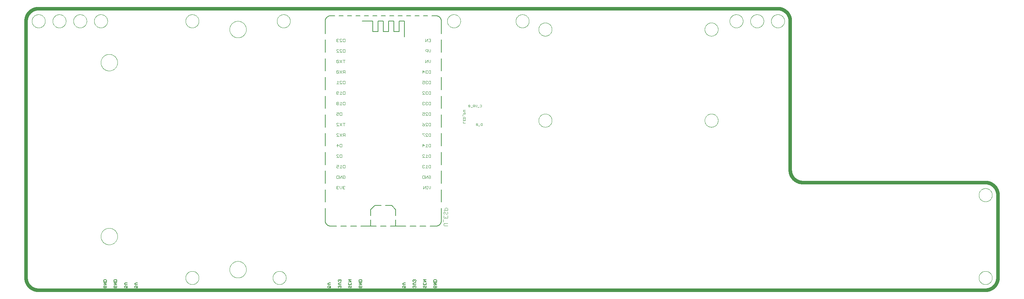
<source format=gbo>
G75*
%MOIN*%
%OFA0B0*%
%FSLAX25Y25*%
%IPPOS*%
%LPD*%
%AMOC8*
5,1,8,0,0,1.08239X$1,22.5*
%
%ADD10C,0.00400*%
%ADD11C,0.03200*%
%ADD12C,0.00000*%
%ADD13C,0.00500*%
%ADD14C,0.00800*%
%ADD15C,0.00300*%
D10*
X0450572Y0191480D02*
X0450572Y0192814D01*
X0450572Y0193690D02*
X0450572Y0195024D01*
X0450572Y0195900D02*
X0450572Y0196900D01*
X0450905Y0197234D01*
X0452240Y0197234D01*
X0452573Y0196900D01*
X0452573Y0195900D01*
X0450572Y0195900D01*
X0451572Y0194357D02*
X0451572Y0193690D01*
X0450572Y0193690D02*
X0452573Y0193690D01*
X0452573Y0195024D01*
X0452573Y0191480D02*
X0450572Y0191480D01*
X0462712Y0190704D02*
X0464046Y0189369D01*
X0463712Y0189035D01*
X0463045Y0189035D01*
X0462712Y0189369D01*
X0462712Y0190704D01*
X0463045Y0191037D01*
X0463712Y0191037D01*
X0464046Y0190704D01*
X0464046Y0189369D01*
X0464922Y0188702D02*
X0466256Y0188702D01*
X0467131Y0189369D02*
X0467131Y0190704D01*
X0467465Y0191037D01*
X0468466Y0191037D01*
X0468466Y0189035D01*
X0467465Y0189035D01*
X0467131Y0189369D01*
X0450238Y0198109D02*
X0450238Y0199444D01*
X0450572Y0200319D02*
X0452573Y0200319D01*
X0452573Y0201320D01*
X0452240Y0201654D01*
X0451572Y0201654D01*
X0451239Y0201320D01*
X0451239Y0200319D01*
X0450572Y0202529D02*
X0451239Y0203196D01*
X0450572Y0203864D01*
X0452573Y0203864D01*
X0452573Y0202529D02*
X0450572Y0202529D01*
X0455460Y0207086D02*
X0455793Y0206752D01*
X0456461Y0206752D01*
X0456794Y0207086D01*
X0455460Y0208420D01*
X0455460Y0207086D01*
X0455460Y0208420D02*
X0455793Y0208754D01*
X0456461Y0208754D01*
X0456794Y0208420D01*
X0456794Y0207086D01*
X0457670Y0206418D02*
X0459004Y0206418D01*
X0459880Y0206752D02*
X0460547Y0207419D01*
X0460213Y0207419D02*
X0461214Y0207419D01*
X0461214Y0206752D02*
X0461214Y0208754D01*
X0460213Y0208754D01*
X0459880Y0208420D01*
X0459880Y0207753D01*
X0460213Y0207419D01*
X0462089Y0207419D02*
X0462089Y0208754D01*
X0462089Y0207419D02*
X0462757Y0206752D01*
X0463424Y0207419D01*
X0463424Y0208754D01*
X0464299Y0206418D02*
X0465634Y0206418D01*
X0466509Y0207086D02*
X0466843Y0206752D01*
X0467510Y0206752D01*
X0467844Y0207086D01*
X0467844Y0208420D01*
X0467510Y0208754D01*
X0466843Y0208754D01*
X0466509Y0208420D01*
D11*
X0048028Y0032555D02*
X0945666Y0032555D01*
X0945951Y0032558D01*
X0946237Y0032569D01*
X0946522Y0032586D01*
X0946806Y0032610D01*
X0947090Y0032641D01*
X0947373Y0032679D01*
X0947654Y0032724D01*
X0947935Y0032775D01*
X0948215Y0032833D01*
X0948493Y0032898D01*
X0948769Y0032970D01*
X0949043Y0033048D01*
X0949316Y0033133D01*
X0949586Y0033225D01*
X0949854Y0033323D01*
X0950120Y0033427D01*
X0950383Y0033538D01*
X0950643Y0033655D01*
X0950901Y0033778D01*
X0951155Y0033908D01*
X0951406Y0034044D01*
X0951654Y0034185D01*
X0951898Y0034333D01*
X0952139Y0034486D01*
X0952375Y0034646D01*
X0952608Y0034811D01*
X0952837Y0034981D01*
X0953062Y0035157D01*
X0953282Y0035339D01*
X0953498Y0035525D01*
X0953709Y0035717D01*
X0953916Y0035914D01*
X0954118Y0036116D01*
X0954315Y0036323D01*
X0954507Y0036534D01*
X0954693Y0036750D01*
X0954875Y0036970D01*
X0955051Y0037195D01*
X0955221Y0037424D01*
X0955386Y0037657D01*
X0955546Y0037893D01*
X0955699Y0038134D01*
X0955847Y0038378D01*
X0955988Y0038626D01*
X0956124Y0038877D01*
X0956254Y0039131D01*
X0956377Y0039389D01*
X0956494Y0039649D01*
X0956605Y0039912D01*
X0956709Y0040178D01*
X0956807Y0040446D01*
X0956899Y0040716D01*
X0956984Y0040989D01*
X0957062Y0041263D01*
X0957134Y0041539D01*
X0957199Y0041817D01*
X0957257Y0042097D01*
X0957308Y0042378D01*
X0957353Y0042659D01*
X0957391Y0042942D01*
X0957422Y0043226D01*
X0957446Y0043510D01*
X0957463Y0043795D01*
X0957474Y0044081D01*
X0957477Y0044366D01*
X0957477Y0123106D01*
X0957474Y0123391D01*
X0957463Y0123677D01*
X0957446Y0123962D01*
X0957422Y0124246D01*
X0957391Y0124530D01*
X0957353Y0124813D01*
X0957308Y0125094D01*
X0957257Y0125375D01*
X0957199Y0125655D01*
X0957134Y0125933D01*
X0957062Y0126209D01*
X0956984Y0126483D01*
X0956899Y0126756D01*
X0956807Y0127026D01*
X0956709Y0127294D01*
X0956605Y0127560D01*
X0956494Y0127823D01*
X0956377Y0128083D01*
X0956254Y0128341D01*
X0956124Y0128595D01*
X0955988Y0128846D01*
X0955847Y0129094D01*
X0955699Y0129338D01*
X0955546Y0129579D01*
X0955386Y0129815D01*
X0955221Y0130048D01*
X0955051Y0130277D01*
X0954875Y0130502D01*
X0954693Y0130722D01*
X0954507Y0130938D01*
X0954315Y0131149D01*
X0954118Y0131356D01*
X0953916Y0131558D01*
X0953709Y0131755D01*
X0953498Y0131947D01*
X0953282Y0132133D01*
X0953062Y0132315D01*
X0952837Y0132491D01*
X0952608Y0132661D01*
X0952375Y0132826D01*
X0952139Y0132986D01*
X0951898Y0133139D01*
X0951654Y0133287D01*
X0951406Y0133428D01*
X0951155Y0133564D01*
X0950901Y0133694D01*
X0950643Y0133817D01*
X0950383Y0133934D01*
X0950120Y0134045D01*
X0949854Y0134149D01*
X0949586Y0134247D01*
X0949316Y0134339D01*
X0949043Y0134424D01*
X0948769Y0134502D01*
X0948493Y0134574D01*
X0948215Y0134639D01*
X0947935Y0134697D01*
X0947654Y0134748D01*
X0947373Y0134793D01*
X0947090Y0134831D01*
X0946806Y0134862D01*
X0946522Y0134886D01*
X0946237Y0134903D01*
X0945951Y0134914D01*
X0945666Y0134917D01*
X0772438Y0134917D01*
X0772153Y0134920D01*
X0771867Y0134931D01*
X0771582Y0134948D01*
X0771298Y0134972D01*
X0771014Y0135003D01*
X0770731Y0135041D01*
X0770450Y0135086D01*
X0770169Y0135137D01*
X0769889Y0135195D01*
X0769611Y0135260D01*
X0769335Y0135332D01*
X0769061Y0135410D01*
X0768788Y0135495D01*
X0768518Y0135587D01*
X0768250Y0135685D01*
X0767984Y0135789D01*
X0767721Y0135900D01*
X0767461Y0136017D01*
X0767203Y0136140D01*
X0766949Y0136270D01*
X0766698Y0136406D01*
X0766450Y0136547D01*
X0766206Y0136695D01*
X0765965Y0136848D01*
X0765729Y0137008D01*
X0765496Y0137173D01*
X0765267Y0137343D01*
X0765042Y0137519D01*
X0764822Y0137701D01*
X0764606Y0137887D01*
X0764395Y0138079D01*
X0764188Y0138276D01*
X0763986Y0138478D01*
X0763789Y0138685D01*
X0763597Y0138896D01*
X0763411Y0139112D01*
X0763229Y0139332D01*
X0763053Y0139557D01*
X0762883Y0139786D01*
X0762718Y0140019D01*
X0762558Y0140255D01*
X0762405Y0140496D01*
X0762257Y0140740D01*
X0762116Y0140988D01*
X0761980Y0141239D01*
X0761850Y0141493D01*
X0761727Y0141751D01*
X0761610Y0142011D01*
X0761499Y0142274D01*
X0761395Y0142540D01*
X0761297Y0142808D01*
X0761205Y0143078D01*
X0761120Y0143351D01*
X0761042Y0143625D01*
X0760970Y0143901D01*
X0760905Y0144179D01*
X0760847Y0144459D01*
X0760796Y0144740D01*
X0760751Y0145021D01*
X0760713Y0145304D01*
X0760682Y0145588D01*
X0760658Y0145872D01*
X0760641Y0146157D01*
X0760630Y0146443D01*
X0760627Y0146728D01*
X0760627Y0288461D01*
X0760624Y0288746D01*
X0760613Y0289032D01*
X0760596Y0289317D01*
X0760572Y0289601D01*
X0760541Y0289885D01*
X0760503Y0290168D01*
X0760458Y0290449D01*
X0760407Y0290730D01*
X0760349Y0291010D01*
X0760284Y0291288D01*
X0760212Y0291564D01*
X0760134Y0291838D01*
X0760049Y0292111D01*
X0759957Y0292381D01*
X0759859Y0292649D01*
X0759755Y0292915D01*
X0759644Y0293178D01*
X0759527Y0293438D01*
X0759404Y0293696D01*
X0759274Y0293950D01*
X0759138Y0294201D01*
X0758997Y0294449D01*
X0758849Y0294693D01*
X0758696Y0294934D01*
X0758536Y0295170D01*
X0758371Y0295403D01*
X0758201Y0295632D01*
X0758025Y0295857D01*
X0757843Y0296077D01*
X0757657Y0296293D01*
X0757465Y0296504D01*
X0757268Y0296711D01*
X0757066Y0296913D01*
X0756859Y0297110D01*
X0756648Y0297302D01*
X0756432Y0297488D01*
X0756212Y0297670D01*
X0755987Y0297846D01*
X0755758Y0298016D01*
X0755525Y0298181D01*
X0755289Y0298341D01*
X0755048Y0298494D01*
X0754804Y0298642D01*
X0754556Y0298783D01*
X0754305Y0298919D01*
X0754051Y0299049D01*
X0753793Y0299172D01*
X0753533Y0299289D01*
X0753270Y0299400D01*
X0753004Y0299504D01*
X0752736Y0299602D01*
X0752466Y0299694D01*
X0752193Y0299779D01*
X0751919Y0299857D01*
X0751643Y0299929D01*
X0751365Y0299994D01*
X0751085Y0300052D01*
X0750804Y0300103D01*
X0750523Y0300148D01*
X0750240Y0300186D01*
X0749956Y0300217D01*
X0749672Y0300241D01*
X0749387Y0300258D01*
X0749101Y0300269D01*
X0748816Y0300272D01*
X0048028Y0300272D01*
X0047743Y0300269D01*
X0047457Y0300258D01*
X0047172Y0300241D01*
X0046888Y0300217D01*
X0046604Y0300186D01*
X0046321Y0300148D01*
X0046040Y0300103D01*
X0045759Y0300052D01*
X0045479Y0299994D01*
X0045201Y0299929D01*
X0044925Y0299857D01*
X0044651Y0299779D01*
X0044378Y0299694D01*
X0044108Y0299602D01*
X0043840Y0299504D01*
X0043574Y0299400D01*
X0043311Y0299289D01*
X0043051Y0299172D01*
X0042793Y0299049D01*
X0042539Y0298919D01*
X0042288Y0298783D01*
X0042040Y0298642D01*
X0041796Y0298494D01*
X0041555Y0298341D01*
X0041319Y0298181D01*
X0041086Y0298016D01*
X0040857Y0297846D01*
X0040632Y0297670D01*
X0040412Y0297488D01*
X0040196Y0297302D01*
X0039985Y0297110D01*
X0039778Y0296913D01*
X0039576Y0296711D01*
X0039379Y0296504D01*
X0039187Y0296293D01*
X0039001Y0296077D01*
X0038819Y0295857D01*
X0038643Y0295632D01*
X0038473Y0295403D01*
X0038308Y0295170D01*
X0038148Y0294934D01*
X0037995Y0294693D01*
X0037847Y0294449D01*
X0037706Y0294201D01*
X0037570Y0293950D01*
X0037440Y0293696D01*
X0037317Y0293438D01*
X0037200Y0293178D01*
X0037089Y0292915D01*
X0036985Y0292649D01*
X0036887Y0292381D01*
X0036795Y0292111D01*
X0036710Y0291838D01*
X0036632Y0291564D01*
X0036560Y0291288D01*
X0036495Y0291010D01*
X0036437Y0290730D01*
X0036386Y0290449D01*
X0036341Y0290168D01*
X0036303Y0289885D01*
X0036272Y0289601D01*
X0036248Y0289317D01*
X0036231Y0289032D01*
X0036220Y0288746D01*
X0036217Y0288461D01*
X0036217Y0044366D01*
X0036220Y0044081D01*
X0036231Y0043795D01*
X0036248Y0043510D01*
X0036272Y0043226D01*
X0036303Y0042942D01*
X0036341Y0042659D01*
X0036386Y0042378D01*
X0036437Y0042097D01*
X0036495Y0041817D01*
X0036560Y0041539D01*
X0036632Y0041263D01*
X0036710Y0040989D01*
X0036795Y0040716D01*
X0036887Y0040446D01*
X0036985Y0040178D01*
X0037089Y0039912D01*
X0037200Y0039649D01*
X0037317Y0039389D01*
X0037440Y0039131D01*
X0037570Y0038877D01*
X0037706Y0038626D01*
X0037847Y0038378D01*
X0037995Y0038134D01*
X0038148Y0037893D01*
X0038308Y0037657D01*
X0038473Y0037424D01*
X0038643Y0037195D01*
X0038819Y0036970D01*
X0039001Y0036750D01*
X0039187Y0036534D01*
X0039379Y0036323D01*
X0039576Y0036116D01*
X0039778Y0035914D01*
X0039985Y0035717D01*
X0040196Y0035525D01*
X0040412Y0035339D01*
X0040632Y0035157D01*
X0040857Y0034981D01*
X0041086Y0034811D01*
X0041319Y0034646D01*
X0041555Y0034486D01*
X0041796Y0034333D01*
X0042040Y0034185D01*
X0042288Y0034044D01*
X0042539Y0033908D01*
X0042793Y0033778D01*
X0043051Y0033655D01*
X0043311Y0033538D01*
X0043574Y0033427D01*
X0043840Y0033323D01*
X0044108Y0033225D01*
X0044378Y0033133D01*
X0044651Y0033048D01*
X0044925Y0032970D01*
X0045201Y0032898D01*
X0045479Y0032833D01*
X0045759Y0032775D01*
X0046040Y0032724D01*
X0046321Y0032679D01*
X0046604Y0032641D01*
X0046888Y0032610D01*
X0047172Y0032586D01*
X0047457Y0032569D01*
X0047743Y0032558D01*
X0048028Y0032555D01*
D12*
X0107083Y0083736D02*
X0107085Y0083929D01*
X0107092Y0084122D01*
X0107104Y0084315D01*
X0107121Y0084508D01*
X0107142Y0084700D01*
X0107168Y0084891D01*
X0107199Y0085082D01*
X0107234Y0085272D01*
X0107274Y0085461D01*
X0107319Y0085649D01*
X0107368Y0085836D01*
X0107422Y0086022D01*
X0107480Y0086206D01*
X0107543Y0086389D01*
X0107611Y0086570D01*
X0107682Y0086749D01*
X0107759Y0086927D01*
X0107839Y0087103D01*
X0107924Y0087276D01*
X0108013Y0087448D01*
X0108106Y0087617D01*
X0108203Y0087784D01*
X0108305Y0087949D01*
X0108410Y0088111D01*
X0108519Y0088270D01*
X0108633Y0088427D01*
X0108750Y0088580D01*
X0108870Y0088731D01*
X0108995Y0088879D01*
X0109123Y0089024D01*
X0109254Y0089165D01*
X0109389Y0089304D01*
X0109528Y0089439D01*
X0109669Y0089570D01*
X0109814Y0089698D01*
X0109962Y0089823D01*
X0110113Y0089943D01*
X0110266Y0090060D01*
X0110423Y0090174D01*
X0110582Y0090283D01*
X0110744Y0090388D01*
X0110909Y0090490D01*
X0111076Y0090587D01*
X0111245Y0090680D01*
X0111417Y0090769D01*
X0111590Y0090854D01*
X0111766Y0090934D01*
X0111944Y0091011D01*
X0112123Y0091082D01*
X0112304Y0091150D01*
X0112487Y0091213D01*
X0112671Y0091271D01*
X0112857Y0091325D01*
X0113044Y0091374D01*
X0113232Y0091419D01*
X0113421Y0091459D01*
X0113611Y0091494D01*
X0113802Y0091525D01*
X0113993Y0091551D01*
X0114185Y0091572D01*
X0114378Y0091589D01*
X0114571Y0091601D01*
X0114764Y0091608D01*
X0114957Y0091610D01*
X0115150Y0091608D01*
X0115343Y0091601D01*
X0115536Y0091589D01*
X0115729Y0091572D01*
X0115921Y0091551D01*
X0116112Y0091525D01*
X0116303Y0091494D01*
X0116493Y0091459D01*
X0116682Y0091419D01*
X0116870Y0091374D01*
X0117057Y0091325D01*
X0117243Y0091271D01*
X0117427Y0091213D01*
X0117610Y0091150D01*
X0117791Y0091082D01*
X0117970Y0091011D01*
X0118148Y0090934D01*
X0118324Y0090854D01*
X0118497Y0090769D01*
X0118669Y0090680D01*
X0118838Y0090587D01*
X0119005Y0090490D01*
X0119170Y0090388D01*
X0119332Y0090283D01*
X0119491Y0090174D01*
X0119648Y0090060D01*
X0119801Y0089943D01*
X0119952Y0089823D01*
X0120100Y0089698D01*
X0120245Y0089570D01*
X0120386Y0089439D01*
X0120525Y0089304D01*
X0120660Y0089165D01*
X0120791Y0089024D01*
X0120919Y0088879D01*
X0121044Y0088731D01*
X0121164Y0088580D01*
X0121281Y0088427D01*
X0121395Y0088270D01*
X0121504Y0088111D01*
X0121609Y0087949D01*
X0121711Y0087784D01*
X0121808Y0087617D01*
X0121901Y0087448D01*
X0121990Y0087276D01*
X0122075Y0087103D01*
X0122155Y0086927D01*
X0122232Y0086749D01*
X0122303Y0086570D01*
X0122371Y0086389D01*
X0122434Y0086206D01*
X0122492Y0086022D01*
X0122546Y0085836D01*
X0122595Y0085649D01*
X0122640Y0085461D01*
X0122680Y0085272D01*
X0122715Y0085082D01*
X0122746Y0084891D01*
X0122772Y0084700D01*
X0122793Y0084508D01*
X0122810Y0084315D01*
X0122822Y0084122D01*
X0122829Y0083929D01*
X0122831Y0083736D01*
X0122829Y0083543D01*
X0122822Y0083350D01*
X0122810Y0083157D01*
X0122793Y0082964D01*
X0122772Y0082772D01*
X0122746Y0082581D01*
X0122715Y0082390D01*
X0122680Y0082200D01*
X0122640Y0082011D01*
X0122595Y0081823D01*
X0122546Y0081636D01*
X0122492Y0081450D01*
X0122434Y0081266D01*
X0122371Y0081083D01*
X0122303Y0080902D01*
X0122232Y0080723D01*
X0122155Y0080545D01*
X0122075Y0080369D01*
X0121990Y0080196D01*
X0121901Y0080024D01*
X0121808Y0079855D01*
X0121711Y0079688D01*
X0121609Y0079523D01*
X0121504Y0079361D01*
X0121395Y0079202D01*
X0121281Y0079045D01*
X0121164Y0078892D01*
X0121044Y0078741D01*
X0120919Y0078593D01*
X0120791Y0078448D01*
X0120660Y0078307D01*
X0120525Y0078168D01*
X0120386Y0078033D01*
X0120245Y0077902D01*
X0120100Y0077774D01*
X0119952Y0077649D01*
X0119801Y0077529D01*
X0119648Y0077412D01*
X0119491Y0077298D01*
X0119332Y0077189D01*
X0119170Y0077084D01*
X0119005Y0076982D01*
X0118838Y0076885D01*
X0118669Y0076792D01*
X0118497Y0076703D01*
X0118324Y0076618D01*
X0118148Y0076538D01*
X0117970Y0076461D01*
X0117791Y0076390D01*
X0117610Y0076322D01*
X0117427Y0076259D01*
X0117243Y0076201D01*
X0117057Y0076147D01*
X0116870Y0076098D01*
X0116682Y0076053D01*
X0116493Y0076013D01*
X0116303Y0075978D01*
X0116112Y0075947D01*
X0115921Y0075921D01*
X0115729Y0075900D01*
X0115536Y0075883D01*
X0115343Y0075871D01*
X0115150Y0075864D01*
X0114957Y0075862D01*
X0114764Y0075864D01*
X0114571Y0075871D01*
X0114378Y0075883D01*
X0114185Y0075900D01*
X0113993Y0075921D01*
X0113802Y0075947D01*
X0113611Y0075978D01*
X0113421Y0076013D01*
X0113232Y0076053D01*
X0113044Y0076098D01*
X0112857Y0076147D01*
X0112671Y0076201D01*
X0112487Y0076259D01*
X0112304Y0076322D01*
X0112123Y0076390D01*
X0111944Y0076461D01*
X0111766Y0076538D01*
X0111590Y0076618D01*
X0111417Y0076703D01*
X0111245Y0076792D01*
X0111076Y0076885D01*
X0110909Y0076982D01*
X0110744Y0077084D01*
X0110582Y0077189D01*
X0110423Y0077298D01*
X0110266Y0077412D01*
X0110113Y0077529D01*
X0109962Y0077649D01*
X0109814Y0077774D01*
X0109669Y0077902D01*
X0109528Y0078033D01*
X0109389Y0078168D01*
X0109254Y0078307D01*
X0109123Y0078448D01*
X0108995Y0078593D01*
X0108870Y0078741D01*
X0108750Y0078892D01*
X0108633Y0079045D01*
X0108519Y0079202D01*
X0108410Y0079361D01*
X0108305Y0079523D01*
X0108203Y0079688D01*
X0108106Y0079855D01*
X0108013Y0080024D01*
X0107924Y0080196D01*
X0107839Y0080369D01*
X0107759Y0080545D01*
X0107682Y0080723D01*
X0107611Y0080902D01*
X0107543Y0081083D01*
X0107480Y0081266D01*
X0107422Y0081450D01*
X0107368Y0081636D01*
X0107319Y0081823D01*
X0107274Y0082011D01*
X0107234Y0082200D01*
X0107199Y0082390D01*
X0107168Y0082581D01*
X0107142Y0082772D01*
X0107121Y0082964D01*
X0107104Y0083157D01*
X0107092Y0083350D01*
X0107085Y0083543D01*
X0107083Y0083736D01*
X0187399Y0044366D02*
X0187401Y0044524D01*
X0187407Y0044682D01*
X0187417Y0044840D01*
X0187431Y0044998D01*
X0187449Y0045155D01*
X0187470Y0045312D01*
X0187496Y0045468D01*
X0187526Y0045624D01*
X0187559Y0045779D01*
X0187597Y0045932D01*
X0187638Y0046085D01*
X0187683Y0046237D01*
X0187732Y0046388D01*
X0187785Y0046537D01*
X0187841Y0046685D01*
X0187901Y0046831D01*
X0187965Y0046976D01*
X0188033Y0047119D01*
X0188104Y0047261D01*
X0188178Y0047401D01*
X0188256Y0047538D01*
X0188338Y0047674D01*
X0188422Y0047808D01*
X0188511Y0047939D01*
X0188602Y0048068D01*
X0188697Y0048195D01*
X0188794Y0048320D01*
X0188895Y0048442D01*
X0188999Y0048561D01*
X0189106Y0048678D01*
X0189216Y0048792D01*
X0189329Y0048903D01*
X0189444Y0049012D01*
X0189562Y0049117D01*
X0189683Y0049219D01*
X0189806Y0049319D01*
X0189932Y0049415D01*
X0190060Y0049508D01*
X0190190Y0049598D01*
X0190323Y0049684D01*
X0190458Y0049768D01*
X0190594Y0049847D01*
X0190733Y0049924D01*
X0190874Y0049996D01*
X0191016Y0050066D01*
X0191160Y0050131D01*
X0191306Y0050193D01*
X0191453Y0050251D01*
X0191602Y0050306D01*
X0191752Y0050357D01*
X0191903Y0050404D01*
X0192055Y0050447D01*
X0192208Y0050486D01*
X0192363Y0050522D01*
X0192518Y0050553D01*
X0192674Y0050581D01*
X0192830Y0050605D01*
X0192987Y0050625D01*
X0193145Y0050641D01*
X0193302Y0050653D01*
X0193461Y0050661D01*
X0193619Y0050665D01*
X0193777Y0050665D01*
X0193935Y0050661D01*
X0194094Y0050653D01*
X0194251Y0050641D01*
X0194409Y0050625D01*
X0194566Y0050605D01*
X0194722Y0050581D01*
X0194878Y0050553D01*
X0195033Y0050522D01*
X0195188Y0050486D01*
X0195341Y0050447D01*
X0195493Y0050404D01*
X0195644Y0050357D01*
X0195794Y0050306D01*
X0195943Y0050251D01*
X0196090Y0050193D01*
X0196236Y0050131D01*
X0196380Y0050066D01*
X0196522Y0049996D01*
X0196663Y0049924D01*
X0196802Y0049847D01*
X0196938Y0049768D01*
X0197073Y0049684D01*
X0197206Y0049598D01*
X0197336Y0049508D01*
X0197464Y0049415D01*
X0197590Y0049319D01*
X0197713Y0049219D01*
X0197834Y0049117D01*
X0197952Y0049012D01*
X0198067Y0048903D01*
X0198180Y0048792D01*
X0198290Y0048678D01*
X0198397Y0048561D01*
X0198501Y0048442D01*
X0198602Y0048320D01*
X0198699Y0048195D01*
X0198794Y0048068D01*
X0198885Y0047939D01*
X0198974Y0047808D01*
X0199058Y0047674D01*
X0199140Y0047538D01*
X0199218Y0047401D01*
X0199292Y0047261D01*
X0199363Y0047119D01*
X0199431Y0046976D01*
X0199495Y0046831D01*
X0199555Y0046685D01*
X0199611Y0046537D01*
X0199664Y0046388D01*
X0199713Y0046237D01*
X0199758Y0046085D01*
X0199799Y0045932D01*
X0199837Y0045779D01*
X0199870Y0045624D01*
X0199900Y0045468D01*
X0199926Y0045312D01*
X0199947Y0045155D01*
X0199965Y0044998D01*
X0199979Y0044840D01*
X0199989Y0044682D01*
X0199995Y0044524D01*
X0199997Y0044366D01*
X0199995Y0044208D01*
X0199989Y0044050D01*
X0199979Y0043892D01*
X0199965Y0043734D01*
X0199947Y0043577D01*
X0199926Y0043420D01*
X0199900Y0043264D01*
X0199870Y0043108D01*
X0199837Y0042953D01*
X0199799Y0042800D01*
X0199758Y0042647D01*
X0199713Y0042495D01*
X0199664Y0042344D01*
X0199611Y0042195D01*
X0199555Y0042047D01*
X0199495Y0041901D01*
X0199431Y0041756D01*
X0199363Y0041613D01*
X0199292Y0041471D01*
X0199218Y0041331D01*
X0199140Y0041194D01*
X0199058Y0041058D01*
X0198974Y0040924D01*
X0198885Y0040793D01*
X0198794Y0040664D01*
X0198699Y0040537D01*
X0198602Y0040412D01*
X0198501Y0040290D01*
X0198397Y0040171D01*
X0198290Y0040054D01*
X0198180Y0039940D01*
X0198067Y0039829D01*
X0197952Y0039720D01*
X0197834Y0039615D01*
X0197713Y0039513D01*
X0197590Y0039413D01*
X0197464Y0039317D01*
X0197336Y0039224D01*
X0197206Y0039134D01*
X0197073Y0039048D01*
X0196938Y0038964D01*
X0196802Y0038885D01*
X0196663Y0038808D01*
X0196522Y0038736D01*
X0196380Y0038666D01*
X0196236Y0038601D01*
X0196090Y0038539D01*
X0195943Y0038481D01*
X0195794Y0038426D01*
X0195644Y0038375D01*
X0195493Y0038328D01*
X0195341Y0038285D01*
X0195188Y0038246D01*
X0195033Y0038210D01*
X0194878Y0038179D01*
X0194722Y0038151D01*
X0194566Y0038127D01*
X0194409Y0038107D01*
X0194251Y0038091D01*
X0194094Y0038079D01*
X0193935Y0038071D01*
X0193777Y0038067D01*
X0193619Y0038067D01*
X0193461Y0038071D01*
X0193302Y0038079D01*
X0193145Y0038091D01*
X0192987Y0038107D01*
X0192830Y0038127D01*
X0192674Y0038151D01*
X0192518Y0038179D01*
X0192363Y0038210D01*
X0192208Y0038246D01*
X0192055Y0038285D01*
X0191903Y0038328D01*
X0191752Y0038375D01*
X0191602Y0038426D01*
X0191453Y0038481D01*
X0191306Y0038539D01*
X0191160Y0038601D01*
X0191016Y0038666D01*
X0190874Y0038736D01*
X0190733Y0038808D01*
X0190594Y0038885D01*
X0190458Y0038964D01*
X0190323Y0039048D01*
X0190190Y0039134D01*
X0190060Y0039224D01*
X0189932Y0039317D01*
X0189806Y0039413D01*
X0189683Y0039513D01*
X0189562Y0039615D01*
X0189444Y0039720D01*
X0189329Y0039829D01*
X0189216Y0039940D01*
X0189106Y0040054D01*
X0188999Y0040171D01*
X0188895Y0040290D01*
X0188794Y0040412D01*
X0188697Y0040537D01*
X0188602Y0040664D01*
X0188511Y0040793D01*
X0188422Y0040924D01*
X0188338Y0041058D01*
X0188256Y0041194D01*
X0188178Y0041331D01*
X0188104Y0041471D01*
X0188033Y0041613D01*
X0187965Y0041756D01*
X0187901Y0041901D01*
X0187841Y0042047D01*
X0187785Y0042195D01*
X0187732Y0042344D01*
X0187683Y0042495D01*
X0187638Y0042647D01*
X0187597Y0042800D01*
X0187559Y0042953D01*
X0187526Y0043108D01*
X0187496Y0043264D01*
X0187470Y0043420D01*
X0187449Y0043577D01*
X0187431Y0043734D01*
X0187417Y0043892D01*
X0187407Y0044050D01*
X0187401Y0044208D01*
X0187399Y0044366D01*
X0229131Y0052240D02*
X0229133Y0052433D01*
X0229140Y0052626D01*
X0229152Y0052819D01*
X0229169Y0053012D01*
X0229190Y0053204D01*
X0229216Y0053395D01*
X0229247Y0053586D01*
X0229282Y0053776D01*
X0229322Y0053965D01*
X0229367Y0054153D01*
X0229416Y0054340D01*
X0229470Y0054526D01*
X0229528Y0054710D01*
X0229591Y0054893D01*
X0229659Y0055074D01*
X0229730Y0055253D01*
X0229807Y0055431D01*
X0229887Y0055607D01*
X0229972Y0055780D01*
X0230061Y0055952D01*
X0230154Y0056121D01*
X0230251Y0056288D01*
X0230353Y0056453D01*
X0230458Y0056615D01*
X0230567Y0056774D01*
X0230681Y0056931D01*
X0230798Y0057084D01*
X0230918Y0057235D01*
X0231043Y0057383D01*
X0231171Y0057528D01*
X0231302Y0057669D01*
X0231437Y0057808D01*
X0231576Y0057943D01*
X0231717Y0058074D01*
X0231862Y0058202D01*
X0232010Y0058327D01*
X0232161Y0058447D01*
X0232314Y0058564D01*
X0232471Y0058678D01*
X0232630Y0058787D01*
X0232792Y0058892D01*
X0232957Y0058994D01*
X0233124Y0059091D01*
X0233293Y0059184D01*
X0233465Y0059273D01*
X0233638Y0059358D01*
X0233814Y0059438D01*
X0233992Y0059515D01*
X0234171Y0059586D01*
X0234352Y0059654D01*
X0234535Y0059717D01*
X0234719Y0059775D01*
X0234905Y0059829D01*
X0235092Y0059878D01*
X0235280Y0059923D01*
X0235469Y0059963D01*
X0235659Y0059998D01*
X0235850Y0060029D01*
X0236041Y0060055D01*
X0236233Y0060076D01*
X0236426Y0060093D01*
X0236619Y0060105D01*
X0236812Y0060112D01*
X0237005Y0060114D01*
X0237198Y0060112D01*
X0237391Y0060105D01*
X0237584Y0060093D01*
X0237777Y0060076D01*
X0237969Y0060055D01*
X0238160Y0060029D01*
X0238351Y0059998D01*
X0238541Y0059963D01*
X0238730Y0059923D01*
X0238918Y0059878D01*
X0239105Y0059829D01*
X0239291Y0059775D01*
X0239475Y0059717D01*
X0239658Y0059654D01*
X0239839Y0059586D01*
X0240018Y0059515D01*
X0240196Y0059438D01*
X0240372Y0059358D01*
X0240545Y0059273D01*
X0240717Y0059184D01*
X0240886Y0059091D01*
X0241053Y0058994D01*
X0241218Y0058892D01*
X0241380Y0058787D01*
X0241539Y0058678D01*
X0241696Y0058564D01*
X0241849Y0058447D01*
X0242000Y0058327D01*
X0242148Y0058202D01*
X0242293Y0058074D01*
X0242434Y0057943D01*
X0242573Y0057808D01*
X0242708Y0057669D01*
X0242839Y0057528D01*
X0242967Y0057383D01*
X0243092Y0057235D01*
X0243212Y0057084D01*
X0243329Y0056931D01*
X0243443Y0056774D01*
X0243552Y0056615D01*
X0243657Y0056453D01*
X0243759Y0056288D01*
X0243856Y0056121D01*
X0243949Y0055952D01*
X0244038Y0055780D01*
X0244123Y0055607D01*
X0244203Y0055431D01*
X0244280Y0055253D01*
X0244351Y0055074D01*
X0244419Y0054893D01*
X0244482Y0054710D01*
X0244540Y0054526D01*
X0244594Y0054340D01*
X0244643Y0054153D01*
X0244688Y0053965D01*
X0244728Y0053776D01*
X0244763Y0053586D01*
X0244794Y0053395D01*
X0244820Y0053204D01*
X0244841Y0053012D01*
X0244858Y0052819D01*
X0244870Y0052626D01*
X0244877Y0052433D01*
X0244879Y0052240D01*
X0244877Y0052047D01*
X0244870Y0051854D01*
X0244858Y0051661D01*
X0244841Y0051468D01*
X0244820Y0051276D01*
X0244794Y0051085D01*
X0244763Y0050894D01*
X0244728Y0050704D01*
X0244688Y0050515D01*
X0244643Y0050327D01*
X0244594Y0050140D01*
X0244540Y0049954D01*
X0244482Y0049770D01*
X0244419Y0049587D01*
X0244351Y0049406D01*
X0244280Y0049227D01*
X0244203Y0049049D01*
X0244123Y0048873D01*
X0244038Y0048700D01*
X0243949Y0048528D01*
X0243856Y0048359D01*
X0243759Y0048192D01*
X0243657Y0048027D01*
X0243552Y0047865D01*
X0243443Y0047706D01*
X0243329Y0047549D01*
X0243212Y0047396D01*
X0243092Y0047245D01*
X0242967Y0047097D01*
X0242839Y0046952D01*
X0242708Y0046811D01*
X0242573Y0046672D01*
X0242434Y0046537D01*
X0242293Y0046406D01*
X0242148Y0046278D01*
X0242000Y0046153D01*
X0241849Y0046033D01*
X0241696Y0045916D01*
X0241539Y0045802D01*
X0241380Y0045693D01*
X0241218Y0045588D01*
X0241053Y0045486D01*
X0240886Y0045389D01*
X0240717Y0045296D01*
X0240545Y0045207D01*
X0240372Y0045122D01*
X0240196Y0045042D01*
X0240018Y0044965D01*
X0239839Y0044894D01*
X0239658Y0044826D01*
X0239475Y0044763D01*
X0239291Y0044705D01*
X0239105Y0044651D01*
X0238918Y0044602D01*
X0238730Y0044557D01*
X0238541Y0044517D01*
X0238351Y0044482D01*
X0238160Y0044451D01*
X0237969Y0044425D01*
X0237777Y0044404D01*
X0237584Y0044387D01*
X0237391Y0044375D01*
X0237198Y0044368D01*
X0237005Y0044366D01*
X0236812Y0044368D01*
X0236619Y0044375D01*
X0236426Y0044387D01*
X0236233Y0044404D01*
X0236041Y0044425D01*
X0235850Y0044451D01*
X0235659Y0044482D01*
X0235469Y0044517D01*
X0235280Y0044557D01*
X0235092Y0044602D01*
X0234905Y0044651D01*
X0234719Y0044705D01*
X0234535Y0044763D01*
X0234352Y0044826D01*
X0234171Y0044894D01*
X0233992Y0044965D01*
X0233814Y0045042D01*
X0233638Y0045122D01*
X0233465Y0045207D01*
X0233293Y0045296D01*
X0233124Y0045389D01*
X0232957Y0045486D01*
X0232792Y0045588D01*
X0232630Y0045693D01*
X0232471Y0045802D01*
X0232314Y0045916D01*
X0232161Y0046033D01*
X0232010Y0046153D01*
X0231862Y0046278D01*
X0231717Y0046406D01*
X0231576Y0046537D01*
X0231437Y0046672D01*
X0231302Y0046811D01*
X0231171Y0046952D01*
X0231043Y0047097D01*
X0230918Y0047245D01*
X0230798Y0047396D01*
X0230681Y0047549D01*
X0230567Y0047706D01*
X0230458Y0047865D01*
X0230353Y0048027D01*
X0230251Y0048192D01*
X0230154Y0048359D01*
X0230061Y0048528D01*
X0229972Y0048700D01*
X0229887Y0048873D01*
X0229807Y0049049D01*
X0229730Y0049227D01*
X0229659Y0049406D01*
X0229591Y0049587D01*
X0229528Y0049770D01*
X0229470Y0049954D01*
X0229416Y0050140D01*
X0229367Y0050327D01*
X0229322Y0050515D01*
X0229282Y0050704D01*
X0229247Y0050894D01*
X0229216Y0051085D01*
X0229190Y0051276D01*
X0229169Y0051468D01*
X0229152Y0051661D01*
X0229140Y0051854D01*
X0229133Y0052047D01*
X0229131Y0052240D01*
X0270076Y0044366D02*
X0270078Y0044524D01*
X0270084Y0044682D01*
X0270094Y0044840D01*
X0270108Y0044998D01*
X0270126Y0045155D01*
X0270147Y0045312D01*
X0270173Y0045468D01*
X0270203Y0045624D01*
X0270236Y0045779D01*
X0270274Y0045932D01*
X0270315Y0046085D01*
X0270360Y0046237D01*
X0270409Y0046388D01*
X0270462Y0046537D01*
X0270518Y0046685D01*
X0270578Y0046831D01*
X0270642Y0046976D01*
X0270710Y0047119D01*
X0270781Y0047261D01*
X0270855Y0047401D01*
X0270933Y0047538D01*
X0271015Y0047674D01*
X0271099Y0047808D01*
X0271188Y0047939D01*
X0271279Y0048068D01*
X0271374Y0048195D01*
X0271471Y0048320D01*
X0271572Y0048442D01*
X0271676Y0048561D01*
X0271783Y0048678D01*
X0271893Y0048792D01*
X0272006Y0048903D01*
X0272121Y0049012D01*
X0272239Y0049117D01*
X0272360Y0049219D01*
X0272483Y0049319D01*
X0272609Y0049415D01*
X0272737Y0049508D01*
X0272867Y0049598D01*
X0273000Y0049684D01*
X0273135Y0049768D01*
X0273271Y0049847D01*
X0273410Y0049924D01*
X0273551Y0049996D01*
X0273693Y0050066D01*
X0273837Y0050131D01*
X0273983Y0050193D01*
X0274130Y0050251D01*
X0274279Y0050306D01*
X0274429Y0050357D01*
X0274580Y0050404D01*
X0274732Y0050447D01*
X0274885Y0050486D01*
X0275040Y0050522D01*
X0275195Y0050553D01*
X0275351Y0050581D01*
X0275507Y0050605D01*
X0275664Y0050625D01*
X0275822Y0050641D01*
X0275979Y0050653D01*
X0276138Y0050661D01*
X0276296Y0050665D01*
X0276454Y0050665D01*
X0276612Y0050661D01*
X0276771Y0050653D01*
X0276928Y0050641D01*
X0277086Y0050625D01*
X0277243Y0050605D01*
X0277399Y0050581D01*
X0277555Y0050553D01*
X0277710Y0050522D01*
X0277865Y0050486D01*
X0278018Y0050447D01*
X0278170Y0050404D01*
X0278321Y0050357D01*
X0278471Y0050306D01*
X0278620Y0050251D01*
X0278767Y0050193D01*
X0278913Y0050131D01*
X0279057Y0050066D01*
X0279199Y0049996D01*
X0279340Y0049924D01*
X0279479Y0049847D01*
X0279615Y0049768D01*
X0279750Y0049684D01*
X0279883Y0049598D01*
X0280013Y0049508D01*
X0280141Y0049415D01*
X0280267Y0049319D01*
X0280390Y0049219D01*
X0280511Y0049117D01*
X0280629Y0049012D01*
X0280744Y0048903D01*
X0280857Y0048792D01*
X0280967Y0048678D01*
X0281074Y0048561D01*
X0281178Y0048442D01*
X0281279Y0048320D01*
X0281376Y0048195D01*
X0281471Y0048068D01*
X0281562Y0047939D01*
X0281651Y0047808D01*
X0281735Y0047674D01*
X0281817Y0047538D01*
X0281895Y0047401D01*
X0281969Y0047261D01*
X0282040Y0047119D01*
X0282108Y0046976D01*
X0282172Y0046831D01*
X0282232Y0046685D01*
X0282288Y0046537D01*
X0282341Y0046388D01*
X0282390Y0046237D01*
X0282435Y0046085D01*
X0282476Y0045932D01*
X0282514Y0045779D01*
X0282547Y0045624D01*
X0282577Y0045468D01*
X0282603Y0045312D01*
X0282624Y0045155D01*
X0282642Y0044998D01*
X0282656Y0044840D01*
X0282666Y0044682D01*
X0282672Y0044524D01*
X0282674Y0044366D01*
X0282672Y0044208D01*
X0282666Y0044050D01*
X0282656Y0043892D01*
X0282642Y0043734D01*
X0282624Y0043577D01*
X0282603Y0043420D01*
X0282577Y0043264D01*
X0282547Y0043108D01*
X0282514Y0042953D01*
X0282476Y0042800D01*
X0282435Y0042647D01*
X0282390Y0042495D01*
X0282341Y0042344D01*
X0282288Y0042195D01*
X0282232Y0042047D01*
X0282172Y0041901D01*
X0282108Y0041756D01*
X0282040Y0041613D01*
X0281969Y0041471D01*
X0281895Y0041331D01*
X0281817Y0041194D01*
X0281735Y0041058D01*
X0281651Y0040924D01*
X0281562Y0040793D01*
X0281471Y0040664D01*
X0281376Y0040537D01*
X0281279Y0040412D01*
X0281178Y0040290D01*
X0281074Y0040171D01*
X0280967Y0040054D01*
X0280857Y0039940D01*
X0280744Y0039829D01*
X0280629Y0039720D01*
X0280511Y0039615D01*
X0280390Y0039513D01*
X0280267Y0039413D01*
X0280141Y0039317D01*
X0280013Y0039224D01*
X0279883Y0039134D01*
X0279750Y0039048D01*
X0279615Y0038964D01*
X0279479Y0038885D01*
X0279340Y0038808D01*
X0279199Y0038736D01*
X0279057Y0038666D01*
X0278913Y0038601D01*
X0278767Y0038539D01*
X0278620Y0038481D01*
X0278471Y0038426D01*
X0278321Y0038375D01*
X0278170Y0038328D01*
X0278018Y0038285D01*
X0277865Y0038246D01*
X0277710Y0038210D01*
X0277555Y0038179D01*
X0277399Y0038151D01*
X0277243Y0038127D01*
X0277086Y0038107D01*
X0276928Y0038091D01*
X0276771Y0038079D01*
X0276612Y0038071D01*
X0276454Y0038067D01*
X0276296Y0038067D01*
X0276138Y0038071D01*
X0275979Y0038079D01*
X0275822Y0038091D01*
X0275664Y0038107D01*
X0275507Y0038127D01*
X0275351Y0038151D01*
X0275195Y0038179D01*
X0275040Y0038210D01*
X0274885Y0038246D01*
X0274732Y0038285D01*
X0274580Y0038328D01*
X0274429Y0038375D01*
X0274279Y0038426D01*
X0274130Y0038481D01*
X0273983Y0038539D01*
X0273837Y0038601D01*
X0273693Y0038666D01*
X0273551Y0038736D01*
X0273410Y0038808D01*
X0273271Y0038885D01*
X0273135Y0038964D01*
X0273000Y0039048D01*
X0272867Y0039134D01*
X0272737Y0039224D01*
X0272609Y0039317D01*
X0272483Y0039413D01*
X0272360Y0039513D01*
X0272239Y0039615D01*
X0272121Y0039720D01*
X0272006Y0039829D01*
X0271893Y0039940D01*
X0271783Y0040054D01*
X0271676Y0040171D01*
X0271572Y0040290D01*
X0271471Y0040412D01*
X0271374Y0040537D01*
X0271279Y0040664D01*
X0271188Y0040793D01*
X0271099Y0040924D01*
X0271015Y0041058D01*
X0270933Y0041194D01*
X0270855Y0041331D01*
X0270781Y0041471D01*
X0270710Y0041613D01*
X0270642Y0041756D01*
X0270578Y0041901D01*
X0270518Y0042047D01*
X0270462Y0042195D01*
X0270409Y0042344D01*
X0270360Y0042495D01*
X0270315Y0042647D01*
X0270274Y0042800D01*
X0270236Y0042953D01*
X0270203Y0043108D01*
X0270173Y0043264D01*
X0270147Y0043420D01*
X0270126Y0043577D01*
X0270108Y0043734D01*
X0270094Y0043892D01*
X0270084Y0044050D01*
X0270078Y0044208D01*
X0270076Y0044366D01*
X0522044Y0193972D02*
X0522046Y0194130D01*
X0522052Y0194288D01*
X0522062Y0194446D01*
X0522076Y0194604D01*
X0522094Y0194761D01*
X0522115Y0194918D01*
X0522141Y0195074D01*
X0522171Y0195230D01*
X0522204Y0195385D01*
X0522242Y0195538D01*
X0522283Y0195691D01*
X0522328Y0195843D01*
X0522377Y0195994D01*
X0522430Y0196143D01*
X0522486Y0196291D01*
X0522546Y0196437D01*
X0522610Y0196582D01*
X0522678Y0196725D01*
X0522749Y0196867D01*
X0522823Y0197007D01*
X0522901Y0197144D01*
X0522983Y0197280D01*
X0523067Y0197414D01*
X0523156Y0197545D01*
X0523247Y0197674D01*
X0523342Y0197801D01*
X0523439Y0197926D01*
X0523540Y0198048D01*
X0523644Y0198167D01*
X0523751Y0198284D01*
X0523861Y0198398D01*
X0523974Y0198509D01*
X0524089Y0198618D01*
X0524207Y0198723D01*
X0524328Y0198825D01*
X0524451Y0198925D01*
X0524577Y0199021D01*
X0524705Y0199114D01*
X0524835Y0199204D01*
X0524968Y0199290D01*
X0525103Y0199374D01*
X0525239Y0199453D01*
X0525378Y0199530D01*
X0525519Y0199602D01*
X0525661Y0199672D01*
X0525805Y0199737D01*
X0525951Y0199799D01*
X0526098Y0199857D01*
X0526247Y0199912D01*
X0526397Y0199963D01*
X0526548Y0200010D01*
X0526700Y0200053D01*
X0526853Y0200092D01*
X0527008Y0200128D01*
X0527163Y0200159D01*
X0527319Y0200187D01*
X0527475Y0200211D01*
X0527632Y0200231D01*
X0527790Y0200247D01*
X0527947Y0200259D01*
X0528106Y0200267D01*
X0528264Y0200271D01*
X0528422Y0200271D01*
X0528580Y0200267D01*
X0528739Y0200259D01*
X0528896Y0200247D01*
X0529054Y0200231D01*
X0529211Y0200211D01*
X0529367Y0200187D01*
X0529523Y0200159D01*
X0529678Y0200128D01*
X0529833Y0200092D01*
X0529986Y0200053D01*
X0530138Y0200010D01*
X0530289Y0199963D01*
X0530439Y0199912D01*
X0530588Y0199857D01*
X0530735Y0199799D01*
X0530881Y0199737D01*
X0531025Y0199672D01*
X0531167Y0199602D01*
X0531308Y0199530D01*
X0531447Y0199453D01*
X0531583Y0199374D01*
X0531718Y0199290D01*
X0531851Y0199204D01*
X0531981Y0199114D01*
X0532109Y0199021D01*
X0532235Y0198925D01*
X0532358Y0198825D01*
X0532479Y0198723D01*
X0532597Y0198618D01*
X0532712Y0198509D01*
X0532825Y0198398D01*
X0532935Y0198284D01*
X0533042Y0198167D01*
X0533146Y0198048D01*
X0533247Y0197926D01*
X0533344Y0197801D01*
X0533439Y0197674D01*
X0533530Y0197545D01*
X0533619Y0197414D01*
X0533703Y0197280D01*
X0533785Y0197144D01*
X0533863Y0197007D01*
X0533937Y0196867D01*
X0534008Y0196725D01*
X0534076Y0196582D01*
X0534140Y0196437D01*
X0534200Y0196291D01*
X0534256Y0196143D01*
X0534309Y0195994D01*
X0534358Y0195843D01*
X0534403Y0195691D01*
X0534444Y0195538D01*
X0534482Y0195385D01*
X0534515Y0195230D01*
X0534545Y0195074D01*
X0534571Y0194918D01*
X0534592Y0194761D01*
X0534610Y0194604D01*
X0534624Y0194446D01*
X0534634Y0194288D01*
X0534640Y0194130D01*
X0534642Y0193972D01*
X0534640Y0193814D01*
X0534634Y0193656D01*
X0534624Y0193498D01*
X0534610Y0193340D01*
X0534592Y0193183D01*
X0534571Y0193026D01*
X0534545Y0192870D01*
X0534515Y0192714D01*
X0534482Y0192559D01*
X0534444Y0192406D01*
X0534403Y0192253D01*
X0534358Y0192101D01*
X0534309Y0191950D01*
X0534256Y0191801D01*
X0534200Y0191653D01*
X0534140Y0191507D01*
X0534076Y0191362D01*
X0534008Y0191219D01*
X0533937Y0191077D01*
X0533863Y0190937D01*
X0533785Y0190800D01*
X0533703Y0190664D01*
X0533619Y0190530D01*
X0533530Y0190399D01*
X0533439Y0190270D01*
X0533344Y0190143D01*
X0533247Y0190018D01*
X0533146Y0189896D01*
X0533042Y0189777D01*
X0532935Y0189660D01*
X0532825Y0189546D01*
X0532712Y0189435D01*
X0532597Y0189326D01*
X0532479Y0189221D01*
X0532358Y0189119D01*
X0532235Y0189019D01*
X0532109Y0188923D01*
X0531981Y0188830D01*
X0531851Y0188740D01*
X0531718Y0188654D01*
X0531583Y0188570D01*
X0531447Y0188491D01*
X0531308Y0188414D01*
X0531167Y0188342D01*
X0531025Y0188272D01*
X0530881Y0188207D01*
X0530735Y0188145D01*
X0530588Y0188087D01*
X0530439Y0188032D01*
X0530289Y0187981D01*
X0530138Y0187934D01*
X0529986Y0187891D01*
X0529833Y0187852D01*
X0529678Y0187816D01*
X0529523Y0187785D01*
X0529367Y0187757D01*
X0529211Y0187733D01*
X0529054Y0187713D01*
X0528896Y0187697D01*
X0528739Y0187685D01*
X0528580Y0187677D01*
X0528422Y0187673D01*
X0528264Y0187673D01*
X0528106Y0187677D01*
X0527947Y0187685D01*
X0527790Y0187697D01*
X0527632Y0187713D01*
X0527475Y0187733D01*
X0527319Y0187757D01*
X0527163Y0187785D01*
X0527008Y0187816D01*
X0526853Y0187852D01*
X0526700Y0187891D01*
X0526548Y0187934D01*
X0526397Y0187981D01*
X0526247Y0188032D01*
X0526098Y0188087D01*
X0525951Y0188145D01*
X0525805Y0188207D01*
X0525661Y0188272D01*
X0525519Y0188342D01*
X0525378Y0188414D01*
X0525239Y0188491D01*
X0525103Y0188570D01*
X0524968Y0188654D01*
X0524835Y0188740D01*
X0524705Y0188830D01*
X0524577Y0188923D01*
X0524451Y0189019D01*
X0524328Y0189119D01*
X0524207Y0189221D01*
X0524089Y0189326D01*
X0523974Y0189435D01*
X0523861Y0189546D01*
X0523751Y0189660D01*
X0523644Y0189777D01*
X0523540Y0189896D01*
X0523439Y0190018D01*
X0523342Y0190143D01*
X0523247Y0190270D01*
X0523156Y0190399D01*
X0523067Y0190530D01*
X0522983Y0190664D01*
X0522901Y0190800D01*
X0522823Y0190937D01*
X0522749Y0191077D01*
X0522678Y0191219D01*
X0522610Y0191362D01*
X0522546Y0191507D01*
X0522486Y0191653D01*
X0522430Y0191801D01*
X0522377Y0191950D01*
X0522328Y0192101D01*
X0522283Y0192253D01*
X0522242Y0192406D01*
X0522204Y0192559D01*
X0522171Y0192714D01*
X0522141Y0192870D01*
X0522115Y0193026D01*
X0522094Y0193183D01*
X0522076Y0193340D01*
X0522062Y0193498D01*
X0522052Y0193656D01*
X0522046Y0193814D01*
X0522044Y0193972D01*
X0679524Y0193972D02*
X0679526Y0194130D01*
X0679532Y0194288D01*
X0679542Y0194446D01*
X0679556Y0194604D01*
X0679574Y0194761D01*
X0679595Y0194918D01*
X0679621Y0195074D01*
X0679651Y0195230D01*
X0679684Y0195385D01*
X0679722Y0195538D01*
X0679763Y0195691D01*
X0679808Y0195843D01*
X0679857Y0195994D01*
X0679910Y0196143D01*
X0679966Y0196291D01*
X0680026Y0196437D01*
X0680090Y0196582D01*
X0680158Y0196725D01*
X0680229Y0196867D01*
X0680303Y0197007D01*
X0680381Y0197144D01*
X0680463Y0197280D01*
X0680547Y0197414D01*
X0680636Y0197545D01*
X0680727Y0197674D01*
X0680822Y0197801D01*
X0680919Y0197926D01*
X0681020Y0198048D01*
X0681124Y0198167D01*
X0681231Y0198284D01*
X0681341Y0198398D01*
X0681454Y0198509D01*
X0681569Y0198618D01*
X0681687Y0198723D01*
X0681808Y0198825D01*
X0681931Y0198925D01*
X0682057Y0199021D01*
X0682185Y0199114D01*
X0682315Y0199204D01*
X0682448Y0199290D01*
X0682583Y0199374D01*
X0682719Y0199453D01*
X0682858Y0199530D01*
X0682999Y0199602D01*
X0683141Y0199672D01*
X0683285Y0199737D01*
X0683431Y0199799D01*
X0683578Y0199857D01*
X0683727Y0199912D01*
X0683877Y0199963D01*
X0684028Y0200010D01*
X0684180Y0200053D01*
X0684333Y0200092D01*
X0684488Y0200128D01*
X0684643Y0200159D01*
X0684799Y0200187D01*
X0684955Y0200211D01*
X0685112Y0200231D01*
X0685270Y0200247D01*
X0685427Y0200259D01*
X0685586Y0200267D01*
X0685744Y0200271D01*
X0685902Y0200271D01*
X0686060Y0200267D01*
X0686219Y0200259D01*
X0686376Y0200247D01*
X0686534Y0200231D01*
X0686691Y0200211D01*
X0686847Y0200187D01*
X0687003Y0200159D01*
X0687158Y0200128D01*
X0687313Y0200092D01*
X0687466Y0200053D01*
X0687618Y0200010D01*
X0687769Y0199963D01*
X0687919Y0199912D01*
X0688068Y0199857D01*
X0688215Y0199799D01*
X0688361Y0199737D01*
X0688505Y0199672D01*
X0688647Y0199602D01*
X0688788Y0199530D01*
X0688927Y0199453D01*
X0689063Y0199374D01*
X0689198Y0199290D01*
X0689331Y0199204D01*
X0689461Y0199114D01*
X0689589Y0199021D01*
X0689715Y0198925D01*
X0689838Y0198825D01*
X0689959Y0198723D01*
X0690077Y0198618D01*
X0690192Y0198509D01*
X0690305Y0198398D01*
X0690415Y0198284D01*
X0690522Y0198167D01*
X0690626Y0198048D01*
X0690727Y0197926D01*
X0690824Y0197801D01*
X0690919Y0197674D01*
X0691010Y0197545D01*
X0691099Y0197414D01*
X0691183Y0197280D01*
X0691265Y0197144D01*
X0691343Y0197007D01*
X0691417Y0196867D01*
X0691488Y0196725D01*
X0691556Y0196582D01*
X0691620Y0196437D01*
X0691680Y0196291D01*
X0691736Y0196143D01*
X0691789Y0195994D01*
X0691838Y0195843D01*
X0691883Y0195691D01*
X0691924Y0195538D01*
X0691962Y0195385D01*
X0691995Y0195230D01*
X0692025Y0195074D01*
X0692051Y0194918D01*
X0692072Y0194761D01*
X0692090Y0194604D01*
X0692104Y0194446D01*
X0692114Y0194288D01*
X0692120Y0194130D01*
X0692122Y0193972D01*
X0692120Y0193814D01*
X0692114Y0193656D01*
X0692104Y0193498D01*
X0692090Y0193340D01*
X0692072Y0193183D01*
X0692051Y0193026D01*
X0692025Y0192870D01*
X0691995Y0192714D01*
X0691962Y0192559D01*
X0691924Y0192406D01*
X0691883Y0192253D01*
X0691838Y0192101D01*
X0691789Y0191950D01*
X0691736Y0191801D01*
X0691680Y0191653D01*
X0691620Y0191507D01*
X0691556Y0191362D01*
X0691488Y0191219D01*
X0691417Y0191077D01*
X0691343Y0190937D01*
X0691265Y0190800D01*
X0691183Y0190664D01*
X0691099Y0190530D01*
X0691010Y0190399D01*
X0690919Y0190270D01*
X0690824Y0190143D01*
X0690727Y0190018D01*
X0690626Y0189896D01*
X0690522Y0189777D01*
X0690415Y0189660D01*
X0690305Y0189546D01*
X0690192Y0189435D01*
X0690077Y0189326D01*
X0689959Y0189221D01*
X0689838Y0189119D01*
X0689715Y0189019D01*
X0689589Y0188923D01*
X0689461Y0188830D01*
X0689331Y0188740D01*
X0689198Y0188654D01*
X0689063Y0188570D01*
X0688927Y0188491D01*
X0688788Y0188414D01*
X0688647Y0188342D01*
X0688505Y0188272D01*
X0688361Y0188207D01*
X0688215Y0188145D01*
X0688068Y0188087D01*
X0687919Y0188032D01*
X0687769Y0187981D01*
X0687618Y0187934D01*
X0687466Y0187891D01*
X0687313Y0187852D01*
X0687158Y0187816D01*
X0687003Y0187785D01*
X0686847Y0187757D01*
X0686691Y0187733D01*
X0686534Y0187713D01*
X0686376Y0187697D01*
X0686219Y0187685D01*
X0686060Y0187677D01*
X0685902Y0187673D01*
X0685744Y0187673D01*
X0685586Y0187677D01*
X0685427Y0187685D01*
X0685270Y0187697D01*
X0685112Y0187713D01*
X0684955Y0187733D01*
X0684799Y0187757D01*
X0684643Y0187785D01*
X0684488Y0187816D01*
X0684333Y0187852D01*
X0684180Y0187891D01*
X0684028Y0187934D01*
X0683877Y0187981D01*
X0683727Y0188032D01*
X0683578Y0188087D01*
X0683431Y0188145D01*
X0683285Y0188207D01*
X0683141Y0188272D01*
X0682999Y0188342D01*
X0682858Y0188414D01*
X0682719Y0188491D01*
X0682583Y0188570D01*
X0682448Y0188654D01*
X0682315Y0188740D01*
X0682185Y0188830D01*
X0682057Y0188923D01*
X0681931Y0189019D01*
X0681808Y0189119D01*
X0681687Y0189221D01*
X0681569Y0189326D01*
X0681454Y0189435D01*
X0681341Y0189546D01*
X0681231Y0189660D01*
X0681124Y0189777D01*
X0681020Y0189896D01*
X0680919Y0190018D01*
X0680822Y0190143D01*
X0680727Y0190270D01*
X0680636Y0190399D01*
X0680547Y0190530D01*
X0680463Y0190664D01*
X0680381Y0190800D01*
X0680303Y0190937D01*
X0680229Y0191077D01*
X0680158Y0191219D01*
X0680090Y0191362D01*
X0680026Y0191507D01*
X0679966Y0191653D01*
X0679910Y0191801D01*
X0679857Y0191950D01*
X0679808Y0192101D01*
X0679763Y0192253D01*
X0679722Y0192406D01*
X0679684Y0192559D01*
X0679651Y0192714D01*
X0679621Y0192870D01*
X0679595Y0193026D01*
X0679574Y0193183D01*
X0679556Y0193340D01*
X0679542Y0193498D01*
X0679532Y0193656D01*
X0679526Y0193814D01*
X0679524Y0193972D01*
X0679524Y0280587D02*
X0679526Y0280745D01*
X0679532Y0280903D01*
X0679542Y0281061D01*
X0679556Y0281219D01*
X0679574Y0281376D01*
X0679595Y0281533D01*
X0679621Y0281689D01*
X0679651Y0281845D01*
X0679684Y0282000D01*
X0679722Y0282153D01*
X0679763Y0282306D01*
X0679808Y0282458D01*
X0679857Y0282609D01*
X0679910Y0282758D01*
X0679966Y0282906D01*
X0680026Y0283052D01*
X0680090Y0283197D01*
X0680158Y0283340D01*
X0680229Y0283482D01*
X0680303Y0283622D01*
X0680381Y0283759D01*
X0680463Y0283895D01*
X0680547Y0284029D01*
X0680636Y0284160D01*
X0680727Y0284289D01*
X0680822Y0284416D01*
X0680919Y0284541D01*
X0681020Y0284663D01*
X0681124Y0284782D01*
X0681231Y0284899D01*
X0681341Y0285013D01*
X0681454Y0285124D01*
X0681569Y0285233D01*
X0681687Y0285338D01*
X0681808Y0285440D01*
X0681931Y0285540D01*
X0682057Y0285636D01*
X0682185Y0285729D01*
X0682315Y0285819D01*
X0682448Y0285905D01*
X0682583Y0285989D01*
X0682719Y0286068D01*
X0682858Y0286145D01*
X0682999Y0286217D01*
X0683141Y0286287D01*
X0683285Y0286352D01*
X0683431Y0286414D01*
X0683578Y0286472D01*
X0683727Y0286527D01*
X0683877Y0286578D01*
X0684028Y0286625D01*
X0684180Y0286668D01*
X0684333Y0286707D01*
X0684488Y0286743D01*
X0684643Y0286774D01*
X0684799Y0286802D01*
X0684955Y0286826D01*
X0685112Y0286846D01*
X0685270Y0286862D01*
X0685427Y0286874D01*
X0685586Y0286882D01*
X0685744Y0286886D01*
X0685902Y0286886D01*
X0686060Y0286882D01*
X0686219Y0286874D01*
X0686376Y0286862D01*
X0686534Y0286846D01*
X0686691Y0286826D01*
X0686847Y0286802D01*
X0687003Y0286774D01*
X0687158Y0286743D01*
X0687313Y0286707D01*
X0687466Y0286668D01*
X0687618Y0286625D01*
X0687769Y0286578D01*
X0687919Y0286527D01*
X0688068Y0286472D01*
X0688215Y0286414D01*
X0688361Y0286352D01*
X0688505Y0286287D01*
X0688647Y0286217D01*
X0688788Y0286145D01*
X0688927Y0286068D01*
X0689063Y0285989D01*
X0689198Y0285905D01*
X0689331Y0285819D01*
X0689461Y0285729D01*
X0689589Y0285636D01*
X0689715Y0285540D01*
X0689838Y0285440D01*
X0689959Y0285338D01*
X0690077Y0285233D01*
X0690192Y0285124D01*
X0690305Y0285013D01*
X0690415Y0284899D01*
X0690522Y0284782D01*
X0690626Y0284663D01*
X0690727Y0284541D01*
X0690824Y0284416D01*
X0690919Y0284289D01*
X0691010Y0284160D01*
X0691099Y0284029D01*
X0691183Y0283895D01*
X0691265Y0283759D01*
X0691343Y0283622D01*
X0691417Y0283482D01*
X0691488Y0283340D01*
X0691556Y0283197D01*
X0691620Y0283052D01*
X0691680Y0282906D01*
X0691736Y0282758D01*
X0691789Y0282609D01*
X0691838Y0282458D01*
X0691883Y0282306D01*
X0691924Y0282153D01*
X0691962Y0282000D01*
X0691995Y0281845D01*
X0692025Y0281689D01*
X0692051Y0281533D01*
X0692072Y0281376D01*
X0692090Y0281219D01*
X0692104Y0281061D01*
X0692114Y0280903D01*
X0692120Y0280745D01*
X0692122Y0280587D01*
X0692120Y0280429D01*
X0692114Y0280271D01*
X0692104Y0280113D01*
X0692090Y0279955D01*
X0692072Y0279798D01*
X0692051Y0279641D01*
X0692025Y0279485D01*
X0691995Y0279329D01*
X0691962Y0279174D01*
X0691924Y0279021D01*
X0691883Y0278868D01*
X0691838Y0278716D01*
X0691789Y0278565D01*
X0691736Y0278416D01*
X0691680Y0278268D01*
X0691620Y0278122D01*
X0691556Y0277977D01*
X0691488Y0277834D01*
X0691417Y0277692D01*
X0691343Y0277552D01*
X0691265Y0277415D01*
X0691183Y0277279D01*
X0691099Y0277145D01*
X0691010Y0277014D01*
X0690919Y0276885D01*
X0690824Y0276758D01*
X0690727Y0276633D01*
X0690626Y0276511D01*
X0690522Y0276392D01*
X0690415Y0276275D01*
X0690305Y0276161D01*
X0690192Y0276050D01*
X0690077Y0275941D01*
X0689959Y0275836D01*
X0689838Y0275734D01*
X0689715Y0275634D01*
X0689589Y0275538D01*
X0689461Y0275445D01*
X0689331Y0275355D01*
X0689198Y0275269D01*
X0689063Y0275185D01*
X0688927Y0275106D01*
X0688788Y0275029D01*
X0688647Y0274957D01*
X0688505Y0274887D01*
X0688361Y0274822D01*
X0688215Y0274760D01*
X0688068Y0274702D01*
X0687919Y0274647D01*
X0687769Y0274596D01*
X0687618Y0274549D01*
X0687466Y0274506D01*
X0687313Y0274467D01*
X0687158Y0274431D01*
X0687003Y0274400D01*
X0686847Y0274372D01*
X0686691Y0274348D01*
X0686534Y0274328D01*
X0686376Y0274312D01*
X0686219Y0274300D01*
X0686060Y0274292D01*
X0685902Y0274288D01*
X0685744Y0274288D01*
X0685586Y0274292D01*
X0685427Y0274300D01*
X0685270Y0274312D01*
X0685112Y0274328D01*
X0684955Y0274348D01*
X0684799Y0274372D01*
X0684643Y0274400D01*
X0684488Y0274431D01*
X0684333Y0274467D01*
X0684180Y0274506D01*
X0684028Y0274549D01*
X0683877Y0274596D01*
X0683727Y0274647D01*
X0683578Y0274702D01*
X0683431Y0274760D01*
X0683285Y0274822D01*
X0683141Y0274887D01*
X0682999Y0274957D01*
X0682858Y0275029D01*
X0682719Y0275106D01*
X0682583Y0275185D01*
X0682448Y0275269D01*
X0682315Y0275355D01*
X0682185Y0275445D01*
X0682057Y0275538D01*
X0681931Y0275634D01*
X0681808Y0275734D01*
X0681687Y0275836D01*
X0681569Y0275941D01*
X0681454Y0276050D01*
X0681341Y0276161D01*
X0681231Y0276275D01*
X0681124Y0276392D01*
X0681020Y0276511D01*
X0680919Y0276633D01*
X0680822Y0276758D01*
X0680727Y0276885D01*
X0680636Y0277014D01*
X0680547Y0277145D01*
X0680463Y0277279D01*
X0680381Y0277415D01*
X0680303Y0277552D01*
X0680229Y0277692D01*
X0680158Y0277834D01*
X0680090Y0277977D01*
X0680026Y0278122D01*
X0679966Y0278268D01*
X0679910Y0278416D01*
X0679857Y0278565D01*
X0679808Y0278716D01*
X0679763Y0278868D01*
X0679722Y0279021D01*
X0679684Y0279174D01*
X0679651Y0279329D01*
X0679621Y0279485D01*
X0679595Y0279641D01*
X0679574Y0279798D01*
X0679556Y0279955D01*
X0679542Y0280113D01*
X0679532Y0280271D01*
X0679526Y0280429D01*
X0679524Y0280587D01*
X0703147Y0288461D02*
X0703149Y0288619D01*
X0703155Y0288777D01*
X0703165Y0288935D01*
X0703179Y0289093D01*
X0703197Y0289250D01*
X0703218Y0289407D01*
X0703244Y0289563D01*
X0703274Y0289719D01*
X0703307Y0289874D01*
X0703345Y0290027D01*
X0703386Y0290180D01*
X0703431Y0290332D01*
X0703480Y0290483D01*
X0703533Y0290632D01*
X0703589Y0290780D01*
X0703649Y0290926D01*
X0703713Y0291071D01*
X0703781Y0291214D01*
X0703852Y0291356D01*
X0703926Y0291496D01*
X0704004Y0291633D01*
X0704086Y0291769D01*
X0704170Y0291903D01*
X0704259Y0292034D01*
X0704350Y0292163D01*
X0704445Y0292290D01*
X0704542Y0292415D01*
X0704643Y0292537D01*
X0704747Y0292656D01*
X0704854Y0292773D01*
X0704964Y0292887D01*
X0705077Y0292998D01*
X0705192Y0293107D01*
X0705310Y0293212D01*
X0705431Y0293314D01*
X0705554Y0293414D01*
X0705680Y0293510D01*
X0705808Y0293603D01*
X0705938Y0293693D01*
X0706071Y0293779D01*
X0706206Y0293863D01*
X0706342Y0293942D01*
X0706481Y0294019D01*
X0706622Y0294091D01*
X0706764Y0294161D01*
X0706908Y0294226D01*
X0707054Y0294288D01*
X0707201Y0294346D01*
X0707350Y0294401D01*
X0707500Y0294452D01*
X0707651Y0294499D01*
X0707803Y0294542D01*
X0707956Y0294581D01*
X0708111Y0294617D01*
X0708266Y0294648D01*
X0708422Y0294676D01*
X0708578Y0294700D01*
X0708735Y0294720D01*
X0708893Y0294736D01*
X0709050Y0294748D01*
X0709209Y0294756D01*
X0709367Y0294760D01*
X0709525Y0294760D01*
X0709683Y0294756D01*
X0709842Y0294748D01*
X0709999Y0294736D01*
X0710157Y0294720D01*
X0710314Y0294700D01*
X0710470Y0294676D01*
X0710626Y0294648D01*
X0710781Y0294617D01*
X0710936Y0294581D01*
X0711089Y0294542D01*
X0711241Y0294499D01*
X0711392Y0294452D01*
X0711542Y0294401D01*
X0711691Y0294346D01*
X0711838Y0294288D01*
X0711984Y0294226D01*
X0712128Y0294161D01*
X0712270Y0294091D01*
X0712411Y0294019D01*
X0712550Y0293942D01*
X0712686Y0293863D01*
X0712821Y0293779D01*
X0712954Y0293693D01*
X0713084Y0293603D01*
X0713212Y0293510D01*
X0713338Y0293414D01*
X0713461Y0293314D01*
X0713582Y0293212D01*
X0713700Y0293107D01*
X0713815Y0292998D01*
X0713928Y0292887D01*
X0714038Y0292773D01*
X0714145Y0292656D01*
X0714249Y0292537D01*
X0714350Y0292415D01*
X0714447Y0292290D01*
X0714542Y0292163D01*
X0714633Y0292034D01*
X0714722Y0291903D01*
X0714806Y0291769D01*
X0714888Y0291633D01*
X0714966Y0291496D01*
X0715040Y0291356D01*
X0715111Y0291214D01*
X0715179Y0291071D01*
X0715243Y0290926D01*
X0715303Y0290780D01*
X0715359Y0290632D01*
X0715412Y0290483D01*
X0715461Y0290332D01*
X0715506Y0290180D01*
X0715547Y0290027D01*
X0715585Y0289874D01*
X0715618Y0289719D01*
X0715648Y0289563D01*
X0715674Y0289407D01*
X0715695Y0289250D01*
X0715713Y0289093D01*
X0715727Y0288935D01*
X0715737Y0288777D01*
X0715743Y0288619D01*
X0715745Y0288461D01*
X0715743Y0288303D01*
X0715737Y0288145D01*
X0715727Y0287987D01*
X0715713Y0287829D01*
X0715695Y0287672D01*
X0715674Y0287515D01*
X0715648Y0287359D01*
X0715618Y0287203D01*
X0715585Y0287048D01*
X0715547Y0286895D01*
X0715506Y0286742D01*
X0715461Y0286590D01*
X0715412Y0286439D01*
X0715359Y0286290D01*
X0715303Y0286142D01*
X0715243Y0285996D01*
X0715179Y0285851D01*
X0715111Y0285708D01*
X0715040Y0285566D01*
X0714966Y0285426D01*
X0714888Y0285289D01*
X0714806Y0285153D01*
X0714722Y0285019D01*
X0714633Y0284888D01*
X0714542Y0284759D01*
X0714447Y0284632D01*
X0714350Y0284507D01*
X0714249Y0284385D01*
X0714145Y0284266D01*
X0714038Y0284149D01*
X0713928Y0284035D01*
X0713815Y0283924D01*
X0713700Y0283815D01*
X0713582Y0283710D01*
X0713461Y0283608D01*
X0713338Y0283508D01*
X0713212Y0283412D01*
X0713084Y0283319D01*
X0712954Y0283229D01*
X0712821Y0283143D01*
X0712686Y0283059D01*
X0712550Y0282980D01*
X0712411Y0282903D01*
X0712270Y0282831D01*
X0712128Y0282761D01*
X0711984Y0282696D01*
X0711838Y0282634D01*
X0711691Y0282576D01*
X0711542Y0282521D01*
X0711392Y0282470D01*
X0711241Y0282423D01*
X0711089Y0282380D01*
X0710936Y0282341D01*
X0710781Y0282305D01*
X0710626Y0282274D01*
X0710470Y0282246D01*
X0710314Y0282222D01*
X0710157Y0282202D01*
X0709999Y0282186D01*
X0709842Y0282174D01*
X0709683Y0282166D01*
X0709525Y0282162D01*
X0709367Y0282162D01*
X0709209Y0282166D01*
X0709050Y0282174D01*
X0708893Y0282186D01*
X0708735Y0282202D01*
X0708578Y0282222D01*
X0708422Y0282246D01*
X0708266Y0282274D01*
X0708111Y0282305D01*
X0707956Y0282341D01*
X0707803Y0282380D01*
X0707651Y0282423D01*
X0707500Y0282470D01*
X0707350Y0282521D01*
X0707201Y0282576D01*
X0707054Y0282634D01*
X0706908Y0282696D01*
X0706764Y0282761D01*
X0706622Y0282831D01*
X0706481Y0282903D01*
X0706342Y0282980D01*
X0706206Y0283059D01*
X0706071Y0283143D01*
X0705938Y0283229D01*
X0705808Y0283319D01*
X0705680Y0283412D01*
X0705554Y0283508D01*
X0705431Y0283608D01*
X0705310Y0283710D01*
X0705192Y0283815D01*
X0705077Y0283924D01*
X0704964Y0284035D01*
X0704854Y0284149D01*
X0704747Y0284266D01*
X0704643Y0284385D01*
X0704542Y0284507D01*
X0704445Y0284632D01*
X0704350Y0284759D01*
X0704259Y0284888D01*
X0704170Y0285019D01*
X0704086Y0285153D01*
X0704004Y0285289D01*
X0703926Y0285426D01*
X0703852Y0285566D01*
X0703781Y0285708D01*
X0703713Y0285851D01*
X0703649Y0285996D01*
X0703589Y0286142D01*
X0703533Y0286290D01*
X0703480Y0286439D01*
X0703431Y0286590D01*
X0703386Y0286742D01*
X0703345Y0286895D01*
X0703307Y0287048D01*
X0703274Y0287203D01*
X0703244Y0287359D01*
X0703218Y0287515D01*
X0703197Y0287672D01*
X0703179Y0287829D01*
X0703165Y0287987D01*
X0703155Y0288145D01*
X0703149Y0288303D01*
X0703147Y0288461D01*
X0722832Y0288461D02*
X0722834Y0288619D01*
X0722840Y0288777D01*
X0722850Y0288935D01*
X0722864Y0289093D01*
X0722882Y0289250D01*
X0722903Y0289407D01*
X0722929Y0289563D01*
X0722959Y0289719D01*
X0722992Y0289874D01*
X0723030Y0290027D01*
X0723071Y0290180D01*
X0723116Y0290332D01*
X0723165Y0290483D01*
X0723218Y0290632D01*
X0723274Y0290780D01*
X0723334Y0290926D01*
X0723398Y0291071D01*
X0723466Y0291214D01*
X0723537Y0291356D01*
X0723611Y0291496D01*
X0723689Y0291633D01*
X0723771Y0291769D01*
X0723855Y0291903D01*
X0723944Y0292034D01*
X0724035Y0292163D01*
X0724130Y0292290D01*
X0724227Y0292415D01*
X0724328Y0292537D01*
X0724432Y0292656D01*
X0724539Y0292773D01*
X0724649Y0292887D01*
X0724762Y0292998D01*
X0724877Y0293107D01*
X0724995Y0293212D01*
X0725116Y0293314D01*
X0725239Y0293414D01*
X0725365Y0293510D01*
X0725493Y0293603D01*
X0725623Y0293693D01*
X0725756Y0293779D01*
X0725891Y0293863D01*
X0726027Y0293942D01*
X0726166Y0294019D01*
X0726307Y0294091D01*
X0726449Y0294161D01*
X0726593Y0294226D01*
X0726739Y0294288D01*
X0726886Y0294346D01*
X0727035Y0294401D01*
X0727185Y0294452D01*
X0727336Y0294499D01*
X0727488Y0294542D01*
X0727641Y0294581D01*
X0727796Y0294617D01*
X0727951Y0294648D01*
X0728107Y0294676D01*
X0728263Y0294700D01*
X0728420Y0294720D01*
X0728578Y0294736D01*
X0728735Y0294748D01*
X0728894Y0294756D01*
X0729052Y0294760D01*
X0729210Y0294760D01*
X0729368Y0294756D01*
X0729527Y0294748D01*
X0729684Y0294736D01*
X0729842Y0294720D01*
X0729999Y0294700D01*
X0730155Y0294676D01*
X0730311Y0294648D01*
X0730466Y0294617D01*
X0730621Y0294581D01*
X0730774Y0294542D01*
X0730926Y0294499D01*
X0731077Y0294452D01*
X0731227Y0294401D01*
X0731376Y0294346D01*
X0731523Y0294288D01*
X0731669Y0294226D01*
X0731813Y0294161D01*
X0731955Y0294091D01*
X0732096Y0294019D01*
X0732235Y0293942D01*
X0732371Y0293863D01*
X0732506Y0293779D01*
X0732639Y0293693D01*
X0732769Y0293603D01*
X0732897Y0293510D01*
X0733023Y0293414D01*
X0733146Y0293314D01*
X0733267Y0293212D01*
X0733385Y0293107D01*
X0733500Y0292998D01*
X0733613Y0292887D01*
X0733723Y0292773D01*
X0733830Y0292656D01*
X0733934Y0292537D01*
X0734035Y0292415D01*
X0734132Y0292290D01*
X0734227Y0292163D01*
X0734318Y0292034D01*
X0734407Y0291903D01*
X0734491Y0291769D01*
X0734573Y0291633D01*
X0734651Y0291496D01*
X0734725Y0291356D01*
X0734796Y0291214D01*
X0734864Y0291071D01*
X0734928Y0290926D01*
X0734988Y0290780D01*
X0735044Y0290632D01*
X0735097Y0290483D01*
X0735146Y0290332D01*
X0735191Y0290180D01*
X0735232Y0290027D01*
X0735270Y0289874D01*
X0735303Y0289719D01*
X0735333Y0289563D01*
X0735359Y0289407D01*
X0735380Y0289250D01*
X0735398Y0289093D01*
X0735412Y0288935D01*
X0735422Y0288777D01*
X0735428Y0288619D01*
X0735430Y0288461D01*
X0735428Y0288303D01*
X0735422Y0288145D01*
X0735412Y0287987D01*
X0735398Y0287829D01*
X0735380Y0287672D01*
X0735359Y0287515D01*
X0735333Y0287359D01*
X0735303Y0287203D01*
X0735270Y0287048D01*
X0735232Y0286895D01*
X0735191Y0286742D01*
X0735146Y0286590D01*
X0735097Y0286439D01*
X0735044Y0286290D01*
X0734988Y0286142D01*
X0734928Y0285996D01*
X0734864Y0285851D01*
X0734796Y0285708D01*
X0734725Y0285566D01*
X0734651Y0285426D01*
X0734573Y0285289D01*
X0734491Y0285153D01*
X0734407Y0285019D01*
X0734318Y0284888D01*
X0734227Y0284759D01*
X0734132Y0284632D01*
X0734035Y0284507D01*
X0733934Y0284385D01*
X0733830Y0284266D01*
X0733723Y0284149D01*
X0733613Y0284035D01*
X0733500Y0283924D01*
X0733385Y0283815D01*
X0733267Y0283710D01*
X0733146Y0283608D01*
X0733023Y0283508D01*
X0732897Y0283412D01*
X0732769Y0283319D01*
X0732639Y0283229D01*
X0732506Y0283143D01*
X0732371Y0283059D01*
X0732235Y0282980D01*
X0732096Y0282903D01*
X0731955Y0282831D01*
X0731813Y0282761D01*
X0731669Y0282696D01*
X0731523Y0282634D01*
X0731376Y0282576D01*
X0731227Y0282521D01*
X0731077Y0282470D01*
X0730926Y0282423D01*
X0730774Y0282380D01*
X0730621Y0282341D01*
X0730466Y0282305D01*
X0730311Y0282274D01*
X0730155Y0282246D01*
X0729999Y0282222D01*
X0729842Y0282202D01*
X0729684Y0282186D01*
X0729527Y0282174D01*
X0729368Y0282166D01*
X0729210Y0282162D01*
X0729052Y0282162D01*
X0728894Y0282166D01*
X0728735Y0282174D01*
X0728578Y0282186D01*
X0728420Y0282202D01*
X0728263Y0282222D01*
X0728107Y0282246D01*
X0727951Y0282274D01*
X0727796Y0282305D01*
X0727641Y0282341D01*
X0727488Y0282380D01*
X0727336Y0282423D01*
X0727185Y0282470D01*
X0727035Y0282521D01*
X0726886Y0282576D01*
X0726739Y0282634D01*
X0726593Y0282696D01*
X0726449Y0282761D01*
X0726307Y0282831D01*
X0726166Y0282903D01*
X0726027Y0282980D01*
X0725891Y0283059D01*
X0725756Y0283143D01*
X0725623Y0283229D01*
X0725493Y0283319D01*
X0725365Y0283412D01*
X0725239Y0283508D01*
X0725116Y0283608D01*
X0724995Y0283710D01*
X0724877Y0283815D01*
X0724762Y0283924D01*
X0724649Y0284035D01*
X0724539Y0284149D01*
X0724432Y0284266D01*
X0724328Y0284385D01*
X0724227Y0284507D01*
X0724130Y0284632D01*
X0724035Y0284759D01*
X0723944Y0284888D01*
X0723855Y0285019D01*
X0723771Y0285153D01*
X0723689Y0285289D01*
X0723611Y0285426D01*
X0723537Y0285566D01*
X0723466Y0285708D01*
X0723398Y0285851D01*
X0723334Y0285996D01*
X0723274Y0286142D01*
X0723218Y0286290D01*
X0723165Y0286439D01*
X0723116Y0286590D01*
X0723071Y0286742D01*
X0723030Y0286895D01*
X0722992Y0287048D01*
X0722959Y0287203D01*
X0722929Y0287359D01*
X0722903Y0287515D01*
X0722882Y0287672D01*
X0722864Y0287829D01*
X0722850Y0287987D01*
X0722840Y0288145D01*
X0722834Y0288303D01*
X0722832Y0288461D01*
X0742517Y0288461D02*
X0742519Y0288619D01*
X0742525Y0288777D01*
X0742535Y0288935D01*
X0742549Y0289093D01*
X0742567Y0289250D01*
X0742588Y0289407D01*
X0742614Y0289563D01*
X0742644Y0289719D01*
X0742677Y0289874D01*
X0742715Y0290027D01*
X0742756Y0290180D01*
X0742801Y0290332D01*
X0742850Y0290483D01*
X0742903Y0290632D01*
X0742959Y0290780D01*
X0743019Y0290926D01*
X0743083Y0291071D01*
X0743151Y0291214D01*
X0743222Y0291356D01*
X0743296Y0291496D01*
X0743374Y0291633D01*
X0743456Y0291769D01*
X0743540Y0291903D01*
X0743629Y0292034D01*
X0743720Y0292163D01*
X0743815Y0292290D01*
X0743912Y0292415D01*
X0744013Y0292537D01*
X0744117Y0292656D01*
X0744224Y0292773D01*
X0744334Y0292887D01*
X0744447Y0292998D01*
X0744562Y0293107D01*
X0744680Y0293212D01*
X0744801Y0293314D01*
X0744924Y0293414D01*
X0745050Y0293510D01*
X0745178Y0293603D01*
X0745308Y0293693D01*
X0745441Y0293779D01*
X0745576Y0293863D01*
X0745712Y0293942D01*
X0745851Y0294019D01*
X0745992Y0294091D01*
X0746134Y0294161D01*
X0746278Y0294226D01*
X0746424Y0294288D01*
X0746571Y0294346D01*
X0746720Y0294401D01*
X0746870Y0294452D01*
X0747021Y0294499D01*
X0747173Y0294542D01*
X0747326Y0294581D01*
X0747481Y0294617D01*
X0747636Y0294648D01*
X0747792Y0294676D01*
X0747948Y0294700D01*
X0748105Y0294720D01*
X0748263Y0294736D01*
X0748420Y0294748D01*
X0748579Y0294756D01*
X0748737Y0294760D01*
X0748895Y0294760D01*
X0749053Y0294756D01*
X0749212Y0294748D01*
X0749369Y0294736D01*
X0749527Y0294720D01*
X0749684Y0294700D01*
X0749840Y0294676D01*
X0749996Y0294648D01*
X0750151Y0294617D01*
X0750306Y0294581D01*
X0750459Y0294542D01*
X0750611Y0294499D01*
X0750762Y0294452D01*
X0750912Y0294401D01*
X0751061Y0294346D01*
X0751208Y0294288D01*
X0751354Y0294226D01*
X0751498Y0294161D01*
X0751640Y0294091D01*
X0751781Y0294019D01*
X0751920Y0293942D01*
X0752056Y0293863D01*
X0752191Y0293779D01*
X0752324Y0293693D01*
X0752454Y0293603D01*
X0752582Y0293510D01*
X0752708Y0293414D01*
X0752831Y0293314D01*
X0752952Y0293212D01*
X0753070Y0293107D01*
X0753185Y0292998D01*
X0753298Y0292887D01*
X0753408Y0292773D01*
X0753515Y0292656D01*
X0753619Y0292537D01*
X0753720Y0292415D01*
X0753817Y0292290D01*
X0753912Y0292163D01*
X0754003Y0292034D01*
X0754092Y0291903D01*
X0754176Y0291769D01*
X0754258Y0291633D01*
X0754336Y0291496D01*
X0754410Y0291356D01*
X0754481Y0291214D01*
X0754549Y0291071D01*
X0754613Y0290926D01*
X0754673Y0290780D01*
X0754729Y0290632D01*
X0754782Y0290483D01*
X0754831Y0290332D01*
X0754876Y0290180D01*
X0754917Y0290027D01*
X0754955Y0289874D01*
X0754988Y0289719D01*
X0755018Y0289563D01*
X0755044Y0289407D01*
X0755065Y0289250D01*
X0755083Y0289093D01*
X0755097Y0288935D01*
X0755107Y0288777D01*
X0755113Y0288619D01*
X0755115Y0288461D01*
X0755113Y0288303D01*
X0755107Y0288145D01*
X0755097Y0287987D01*
X0755083Y0287829D01*
X0755065Y0287672D01*
X0755044Y0287515D01*
X0755018Y0287359D01*
X0754988Y0287203D01*
X0754955Y0287048D01*
X0754917Y0286895D01*
X0754876Y0286742D01*
X0754831Y0286590D01*
X0754782Y0286439D01*
X0754729Y0286290D01*
X0754673Y0286142D01*
X0754613Y0285996D01*
X0754549Y0285851D01*
X0754481Y0285708D01*
X0754410Y0285566D01*
X0754336Y0285426D01*
X0754258Y0285289D01*
X0754176Y0285153D01*
X0754092Y0285019D01*
X0754003Y0284888D01*
X0753912Y0284759D01*
X0753817Y0284632D01*
X0753720Y0284507D01*
X0753619Y0284385D01*
X0753515Y0284266D01*
X0753408Y0284149D01*
X0753298Y0284035D01*
X0753185Y0283924D01*
X0753070Y0283815D01*
X0752952Y0283710D01*
X0752831Y0283608D01*
X0752708Y0283508D01*
X0752582Y0283412D01*
X0752454Y0283319D01*
X0752324Y0283229D01*
X0752191Y0283143D01*
X0752056Y0283059D01*
X0751920Y0282980D01*
X0751781Y0282903D01*
X0751640Y0282831D01*
X0751498Y0282761D01*
X0751354Y0282696D01*
X0751208Y0282634D01*
X0751061Y0282576D01*
X0750912Y0282521D01*
X0750762Y0282470D01*
X0750611Y0282423D01*
X0750459Y0282380D01*
X0750306Y0282341D01*
X0750151Y0282305D01*
X0749996Y0282274D01*
X0749840Y0282246D01*
X0749684Y0282222D01*
X0749527Y0282202D01*
X0749369Y0282186D01*
X0749212Y0282174D01*
X0749053Y0282166D01*
X0748895Y0282162D01*
X0748737Y0282162D01*
X0748579Y0282166D01*
X0748420Y0282174D01*
X0748263Y0282186D01*
X0748105Y0282202D01*
X0747948Y0282222D01*
X0747792Y0282246D01*
X0747636Y0282274D01*
X0747481Y0282305D01*
X0747326Y0282341D01*
X0747173Y0282380D01*
X0747021Y0282423D01*
X0746870Y0282470D01*
X0746720Y0282521D01*
X0746571Y0282576D01*
X0746424Y0282634D01*
X0746278Y0282696D01*
X0746134Y0282761D01*
X0745992Y0282831D01*
X0745851Y0282903D01*
X0745712Y0282980D01*
X0745576Y0283059D01*
X0745441Y0283143D01*
X0745308Y0283229D01*
X0745178Y0283319D01*
X0745050Y0283412D01*
X0744924Y0283508D01*
X0744801Y0283608D01*
X0744680Y0283710D01*
X0744562Y0283815D01*
X0744447Y0283924D01*
X0744334Y0284035D01*
X0744224Y0284149D01*
X0744117Y0284266D01*
X0744013Y0284385D01*
X0743912Y0284507D01*
X0743815Y0284632D01*
X0743720Y0284759D01*
X0743629Y0284888D01*
X0743540Y0285019D01*
X0743456Y0285153D01*
X0743374Y0285289D01*
X0743296Y0285426D01*
X0743222Y0285566D01*
X0743151Y0285708D01*
X0743083Y0285851D01*
X0743019Y0285996D01*
X0742959Y0286142D01*
X0742903Y0286290D01*
X0742850Y0286439D01*
X0742801Y0286590D01*
X0742756Y0286742D01*
X0742715Y0286895D01*
X0742677Y0287048D01*
X0742644Y0287203D01*
X0742614Y0287359D01*
X0742588Y0287515D01*
X0742567Y0287672D01*
X0742549Y0287829D01*
X0742535Y0287987D01*
X0742525Y0288145D01*
X0742519Y0288303D01*
X0742517Y0288461D01*
X0522044Y0280587D02*
X0522046Y0280745D01*
X0522052Y0280903D01*
X0522062Y0281061D01*
X0522076Y0281219D01*
X0522094Y0281376D01*
X0522115Y0281533D01*
X0522141Y0281689D01*
X0522171Y0281845D01*
X0522204Y0282000D01*
X0522242Y0282153D01*
X0522283Y0282306D01*
X0522328Y0282458D01*
X0522377Y0282609D01*
X0522430Y0282758D01*
X0522486Y0282906D01*
X0522546Y0283052D01*
X0522610Y0283197D01*
X0522678Y0283340D01*
X0522749Y0283482D01*
X0522823Y0283622D01*
X0522901Y0283759D01*
X0522983Y0283895D01*
X0523067Y0284029D01*
X0523156Y0284160D01*
X0523247Y0284289D01*
X0523342Y0284416D01*
X0523439Y0284541D01*
X0523540Y0284663D01*
X0523644Y0284782D01*
X0523751Y0284899D01*
X0523861Y0285013D01*
X0523974Y0285124D01*
X0524089Y0285233D01*
X0524207Y0285338D01*
X0524328Y0285440D01*
X0524451Y0285540D01*
X0524577Y0285636D01*
X0524705Y0285729D01*
X0524835Y0285819D01*
X0524968Y0285905D01*
X0525103Y0285989D01*
X0525239Y0286068D01*
X0525378Y0286145D01*
X0525519Y0286217D01*
X0525661Y0286287D01*
X0525805Y0286352D01*
X0525951Y0286414D01*
X0526098Y0286472D01*
X0526247Y0286527D01*
X0526397Y0286578D01*
X0526548Y0286625D01*
X0526700Y0286668D01*
X0526853Y0286707D01*
X0527008Y0286743D01*
X0527163Y0286774D01*
X0527319Y0286802D01*
X0527475Y0286826D01*
X0527632Y0286846D01*
X0527790Y0286862D01*
X0527947Y0286874D01*
X0528106Y0286882D01*
X0528264Y0286886D01*
X0528422Y0286886D01*
X0528580Y0286882D01*
X0528739Y0286874D01*
X0528896Y0286862D01*
X0529054Y0286846D01*
X0529211Y0286826D01*
X0529367Y0286802D01*
X0529523Y0286774D01*
X0529678Y0286743D01*
X0529833Y0286707D01*
X0529986Y0286668D01*
X0530138Y0286625D01*
X0530289Y0286578D01*
X0530439Y0286527D01*
X0530588Y0286472D01*
X0530735Y0286414D01*
X0530881Y0286352D01*
X0531025Y0286287D01*
X0531167Y0286217D01*
X0531308Y0286145D01*
X0531447Y0286068D01*
X0531583Y0285989D01*
X0531718Y0285905D01*
X0531851Y0285819D01*
X0531981Y0285729D01*
X0532109Y0285636D01*
X0532235Y0285540D01*
X0532358Y0285440D01*
X0532479Y0285338D01*
X0532597Y0285233D01*
X0532712Y0285124D01*
X0532825Y0285013D01*
X0532935Y0284899D01*
X0533042Y0284782D01*
X0533146Y0284663D01*
X0533247Y0284541D01*
X0533344Y0284416D01*
X0533439Y0284289D01*
X0533530Y0284160D01*
X0533619Y0284029D01*
X0533703Y0283895D01*
X0533785Y0283759D01*
X0533863Y0283622D01*
X0533937Y0283482D01*
X0534008Y0283340D01*
X0534076Y0283197D01*
X0534140Y0283052D01*
X0534200Y0282906D01*
X0534256Y0282758D01*
X0534309Y0282609D01*
X0534358Y0282458D01*
X0534403Y0282306D01*
X0534444Y0282153D01*
X0534482Y0282000D01*
X0534515Y0281845D01*
X0534545Y0281689D01*
X0534571Y0281533D01*
X0534592Y0281376D01*
X0534610Y0281219D01*
X0534624Y0281061D01*
X0534634Y0280903D01*
X0534640Y0280745D01*
X0534642Y0280587D01*
X0534640Y0280429D01*
X0534634Y0280271D01*
X0534624Y0280113D01*
X0534610Y0279955D01*
X0534592Y0279798D01*
X0534571Y0279641D01*
X0534545Y0279485D01*
X0534515Y0279329D01*
X0534482Y0279174D01*
X0534444Y0279021D01*
X0534403Y0278868D01*
X0534358Y0278716D01*
X0534309Y0278565D01*
X0534256Y0278416D01*
X0534200Y0278268D01*
X0534140Y0278122D01*
X0534076Y0277977D01*
X0534008Y0277834D01*
X0533937Y0277692D01*
X0533863Y0277552D01*
X0533785Y0277415D01*
X0533703Y0277279D01*
X0533619Y0277145D01*
X0533530Y0277014D01*
X0533439Y0276885D01*
X0533344Y0276758D01*
X0533247Y0276633D01*
X0533146Y0276511D01*
X0533042Y0276392D01*
X0532935Y0276275D01*
X0532825Y0276161D01*
X0532712Y0276050D01*
X0532597Y0275941D01*
X0532479Y0275836D01*
X0532358Y0275734D01*
X0532235Y0275634D01*
X0532109Y0275538D01*
X0531981Y0275445D01*
X0531851Y0275355D01*
X0531718Y0275269D01*
X0531583Y0275185D01*
X0531447Y0275106D01*
X0531308Y0275029D01*
X0531167Y0274957D01*
X0531025Y0274887D01*
X0530881Y0274822D01*
X0530735Y0274760D01*
X0530588Y0274702D01*
X0530439Y0274647D01*
X0530289Y0274596D01*
X0530138Y0274549D01*
X0529986Y0274506D01*
X0529833Y0274467D01*
X0529678Y0274431D01*
X0529523Y0274400D01*
X0529367Y0274372D01*
X0529211Y0274348D01*
X0529054Y0274328D01*
X0528896Y0274312D01*
X0528739Y0274300D01*
X0528580Y0274292D01*
X0528422Y0274288D01*
X0528264Y0274288D01*
X0528106Y0274292D01*
X0527947Y0274300D01*
X0527790Y0274312D01*
X0527632Y0274328D01*
X0527475Y0274348D01*
X0527319Y0274372D01*
X0527163Y0274400D01*
X0527008Y0274431D01*
X0526853Y0274467D01*
X0526700Y0274506D01*
X0526548Y0274549D01*
X0526397Y0274596D01*
X0526247Y0274647D01*
X0526098Y0274702D01*
X0525951Y0274760D01*
X0525805Y0274822D01*
X0525661Y0274887D01*
X0525519Y0274957D01*
X0525378Y0275029D01*
X0525239Y0275106D01*
X0525103Y0275185D01*
X0524968Y0275269D01*
X0524835Y0275355D01*
X0524705Y0275445D01*
X0524577Y0275538D01*
X0524451Y0275634D01*
X0524328Y0275734D01*
X0524207Y0275836D01*
X0524089Y0275941D01*
X0523974Y0276050D01*
X0523861Y0276161D01*
X0523751Y0276275D01*
X0523644Y0276392D01*
X0523540Y0276511D01*
X0523439Y0276633D01*
X0523342Y0276758D01*
X0523247Y0276885D01*
X0523156Y0277014D01*
X0523067Y0277145D01*
X0522983Y0277279D01*
X0522901Y0277415D01*
X0522823Y0277552D01*
X0522749Y0277692D01*
X0522678Y0277834D01*
X0522610Y0277977D01*
X0522546Y0278122D01*
X0522486Y0278268D01*
X0522430Y0278416D01*
X0522377Y0278565D01*
X0522328Y0278716D01*
X0522283Y0278868D01*
X0522242Y0279021D01*
X0522204Y0279174D01*
X0522171Y0279329D01*
X0522141Y0279485D01*
X0522115Y0279641D01*
X0522094Y0279798D01*
X0522076Y0279955D01*
X0522062Y0280113D01*
X0522052Y0280271D01*
X0522046Y0280429D01*
X0522044Y0280587D01*
X0500391Y0288461D02*
X0500393Y0288619D01*
X0500399Y0288777D01*
X0500409Y0288935D01*
X0500423Y0289093D01*
X0500441Y0289250D01*
X0500462Y0289407D01*
X0500488Y0289563D01*
X0500518Y0289719D01*
X0500551Y0289874D01*
X0500589Y0290027D01*
X0500630Y0290180D01*
X0500675Y0290332D01*
X0500724Y0290483D01*
X0500777Y0290632D01*
X0500833Y0290780D01*
X0500893Y0290926D01*
X0500957Y0291071D01*
X0501025Y0291214D01*
X0501096Y0291356D01*
X0501170Y0291496D01*
X0501248Y0291633D01*
X0501330Y0291769D01*
X0501414Y0291903D01*
X0501503Y0292034D01*
X0501594Y0292163D01*
X0501689Y0292290D01*
X0501786Y0292415D01*
X0501887Y0292537D01*
X0501991Y0292656D01*
X0502098Y0292773D01*
X0502208Y0292887D01*
X0502321Y0292998D01*
X0502436Y0293107D01*
X0502554Y0293212D01*
X0502675Y0293314D01*
X0502798Y0293414D01*
X0502924Y0293510D01*
X0503052Y0293603D01*
X0503182Y0293693D01*
X0503315Y0293779D01*
X0503450Y0293863D01*
X0503586Y0293942D01*
X0503725Y0294019D01*
X0503866Y0294091D01*
X0504008Y0294161D01*
X0504152Y0294226D01*
X0504298Y0294288D01*
X0504445Y0294346D01*
X0504594Y0294401D01*
X0504744Y0294452D01*
X0504895Y0294499D01*
X0505047Y0294542D01*
X0505200Y0294581D01*
X0505355Y0294617D01*
X0505510Y0294648D01*
X0505666Y0294676D01*
X0505822Y0294700D01*
X0505979Y0294720D01*
X0506137Y0294736D01*
X0506294Y0294748D01*
X0506453Y0294756D01*
X0506611Y0294760D01*
X0506769Y0294760D01*
X0506927Y0294756D01*
X0507086Y0294748D01*
X0507243Y0294736D01*
X0507401Y0294720D01*
X0507558Y0294700D01*
X0507714Y0294676D01*
X0507870Y0294648D01*
X0508025Y0294617D01*
X0508180Y0294581D01*
X0508333Y0294542D01*
X0508485Y0294499D01*
X0508636Y0294452D01*
X0508786Y0294401D01*
X0508935Y0294346D01*
X0509082Y0294288D01*
X0509228Y0294226D01*
X0509372Y0294161D01*
X0509514Y0294091D01*
X0509655Y0294019D01*
X0509794Y0293942D01*
X0509930Y0293863D01*
X0510065Y0293779D01*
X0510198Y0293693D01*
X0510328Y0293603D01*
X0510456Y0293510D01*
X0510582Y0293414D01*
X0510705Y0293314D01*
X0510826Y0293212D01*
X0510944Y0293107D01*
X0511059Y0292998D01*
X0511172Y0292887D01*
X0511282Y0292773D01*
X0511389Y0292656D01*
X0511493Y0292537D01*
X0511594Y0292415D01*
X0511691Y0292290D01*
X0511786Y0292163D01*
X0511877Y0292034D01*
X0511966Y0291903D01*
X0512050Y0291769D01*
X0512132Y0291633D01*
X0512210Y0291496D01*
X0512284Y0291356D01*
X0512355Y0291214D01*
X0512423Y0291071D01*
X0512487Y0290926D01*
X0512547Y0290780D01*
X0512603Y0290632D01*
X0512656Y0290483D01*
X0512705Y0290332D01*
X0512750Y0290180D01*
X0512791Y0290027D01*
X0512829Y0289874D01*
X0512862Y0289719D01*
X0512892Y0289563D01*
X0512918Y0289407D01*
X0512939Y0289250D01*
X0512957Y0289093D01*
X0512971Y0288935D01*
X0512981Y0288777D01*
X0512987Y0288619D01*
X0512989Y0288461D01*
X0512987Y0288303D01*
X0512981Y0288145D01*
X0512971Y0287987D01*
X0512957Y0287829D01*
X0512939Y0287672D01*
X0512918Y0287515D01*
X0512892Y0287359D01*
X0512862Y0287203D01*
X0512829Y0287048D01*
X0512791Y0286895D01*
X0512750Y0286742D01*
X0512705Y0286590D01*
X0512656Y0286439D01*
X0512603Y0286290D01*
X0512547Y0286142D01*
X0512487Y0285996D01*
X0512423Y0285851D01*
X0512355Y0285708D01*
X0512284Y0285566D01*
X0512210Y0285426D01*
X0512132Y0285289D01*
X0512050Y0285153D01*
X0511966Y0285019D01*
X0511877Y0284888D01*
X0511786Y0284759D01*
X0511691Y0284632D01*
X0511594Y0284507D01*
X0511493Y0284385D01*
X0511389Y0284266D01*
X0511282Y0284149D01*
X0511172Y0284035D01*
X0511059Y0283924D01*
X0510944Y0283815D01*
X0510826Y0283710D01*
X0510705Y0283608D01*
X0510582Y0283508D01*
X0510456Y0283412D01*
X0510328Y0283319D01*
X0510198Y0283229D01*
X0510065Y0283143D01*
X0509930Y0283059D01*
X0509794Y0282980D01*
X0509655Y0282903D01*
X0509514Y0282831D01*
X0509372Y0282761D01*
X0509228Y0282696D01*
X0509082Y0282634D01*
X0508935Y0282576D01*
X0508786Y0282521D01*
X0508636Y0282470D01*
X0508485Y0282423D01*
X0508333Y0282380D01*
X0508180Y0282341D01*
X0508025Y0282305D01*
X0507870Y0282274D01*
X0507714Y0282246D01*
X0507558Y0282222D01*
X0507401Y0282202D01*
X0507243Y0282186D01*
X0507086Y0282174D01*
X0506927Y0282166D01*
X0506769Y0282162D01*
X0506611Y0282162D01*
X0506453Y0282166D01*
X0506294Y0282174D01*
X0506137Y0282186D01*
X0505979Y0282202D01*
X0505822Y0282222D01*
X0505666Y0282246D01*
X0505510Y0282274D01*
X0505355Y0282305D01*
X0505200Y0282341D01*
X0505047Y0282380D01*
X0504895Y0282423D01*
X0504744Y0282470D01*
X0504594Y0282521D01*
X0504445Y0282576D01*
X0504298Y0282634D01*
X0504152Y0282696D01*
X0504008Y0282761D01*
X0503866Y0282831D01*
X0503725Y0282903D01*
X0503586Y0282980D01*
X0503450Y0283059D01*
X0503315Y0283143D01*
X0503182Y0283229D01*
X0503052Y0283319D01*
X0502924Y0283412D01*
X0502798Y0283508D01*
X0502675Y0283608D01*
X0502554Y0283710D01*
X0502436Y0283815D01*
X0502321Y0283924D01*
X0502208Y0284035D01*
X0502098Y0284149D01*
X0501991Y0284266D01*
X0501887Y0284385D01*
X0501786Y0284507D01*
X0501689Y0284632D01*
X0501594Y0284759D01*
X0501503Y0284888D01*
X0501414Y0285019D01*
X0501330Y0285153D01*
X0501248Y0285289D01*
X0501170Y0285426D01*
X0501096Y0285566D01*
X0501025Y0285708D01*
X0500957Y0285851D01*
X0500893Y0285996D01*
X0500833Y0286142D01*
X0500777Y0286290D01*
X0500724Y0286439D01*
X0500675Y0286590D01*
X0500630Y0286742D01*
X0500589Y0286895D01*
X0500551Y0287048D01*
X0500518Y0287203D01*
X0500488Y0287359D01*
X0500462Y0287515D01*
X0500441Y0287672D01*
X0500423Y0287829D01*
X0500409Y0287987D01*
X0500399Y0288145D01*
X0500393Y0288303D01*
X0500391Y0288461D01*
X0435430Y0288461D02*
X0435432Y0288619D01*
X0435438Y0288777D01*
X0435448Y0288935D01*
X0435462Y0289093D01*
X0435480Y0289250D01*
X0435501Y0289407D01*
X0435527Y0289563D01*
X0435557Y0289719D01*
X0435590Y0289874D01*
X0435628Y0290027D01*
X0435669Y0290180D01*
X0435714Y0290332D01*
X0435763Y0290483D01*
X0435816Y0290632D01*
X0435872Y0290780D01*
X0435932Y0290926D01*
X0435996Y0291071D01*
X0436064Y0291214D01*
X0436135Y0291356D01*
X0436209Y0291496D01*
X0436287Y0291633D01*
X0436369Y0291769D01*
X0436453Y0291903D01*
X0436542Y0292034D01*
X0436633Y0292163D01*
X0436728Y0292290D01*
X0436825Y0292415D01*
X0436926Y0292537D01*
X0437030Y0292656D01*
X0437137Y0292773D01*
X0437247Y0292887D01*
X0437360Y0292998D01*
X0437475Y0293107D01*
X0437593Y0293212D01*
X0437714Y0293314D01*
X0437837Y0293414D01*
X0437963Y0293510D01*
X0438091Y0293603D01*
X0438221Y0293693D01*
X0438354Y0293779D01*
X0438489Y0293863D01*
X0438625Y0293942D01*
X0438764Y0294019D01*
X0438905Y0294091D01*
X0439047Y0294161D01*
X0439191Y0294226D01*
X0439337Y0294288D01*
X0439484Y0294346D01*
X0439633Y0294401D01*
X0439783Y0294452D01*
X0439934Y0294499D01*
X0440086Y0294542D01*
X0440239Y0294581D01*
X0440394Y0294617D01*
X0440549Y0294648D01*
X0440705Y0294676D01*
X0440861Y0294700D01*
X0441018Y0294720D01*
X0441176Y0294736D01*
X0441333Y0294748D01*
X0441492Y0294756D01*
X0441650Y0294760D01*
X0441808Y0294760D01*
X0441966Y0294756D01*
X0442125Y0294748D01*
X0442282Y0294736D01*
X0442440Y0294720D01*
X0442597Y0294700D01*
X0442753Y0294676D01*
X0442909Y0294648D01*
X0443064Y0294617D01*
X0443219Y0294581D01*
X0443372Y0294542D01*
X0443524Y0294499D01*
X0443675Y0294452D01*
X0443825Y0294401D01*
X0443974Y0294346D01*
X0444121Y0294288D01*
X0444267Y0294226D01*
X0444411Y0294161D01*
X0444553Y0294091D01*
X0444694Y0294019D01*
X0444833Y0293942D01*
X0444969Y0293863D01*
X0445104Y0293779D01*
X0445237Y0293693D01*
X0445367Y0293603D01*
X0445495Y0293510D01*
X0445621Y0293414D01*
X0445744Y0293314D01*
X0445865Y0293212D01*
X0445983Y0293107D01*
X0446098Y0292998D01*
X0446211Y0292887D01*
X0446321Y0292773D01*
X0446428Y0292656D01*
X0446532Y0292537D01*
X0446633Y0292415D01*
X0446730Y0292290D01*
X0446825Y0292163D01*
X0446916Y0292034D01*
X0447005Y0291903D01*
X0447089Y0291769D01*
X0447171Y0291633D01*
X0447249Y0291496D01*
X0447323Y0291356D01*
X0447394Y0291214D01*
X0447462Y0291071D01*
X0447526Y0290926D01*
X0447586Y0290780D01*
X0447642Y0290632D01*
X0447695Y0290483D01*
X0447744Y0290332D01*
X0447789Y0290180D01*
X0447830Y0290027D01*
X0447868Y0289874D01*
X0447901Y0289719D01*
X0447931Y0289563D01*
X0447957Y0289407D01*
X0447978Y0289250D01*
X0447996Y0289093D01*
X0448010Y0288935D01*
X0448020Y0288777D01*
X0448026Y0288619D01*
X0448028Y0288461D01*
X0448026Y0288303D01*
X0448020Y0288145D01*
X0448010Y0287987D01*
X0447996Y0287829D01*
X0447978Y0287672D01*
X0447957Y0287515D01*
X0447931Y0287359D01*
X0447901Y0287203D01*
X0447868Y0287048D01*
X0447830Y0286895D01*
X0447789Y0286742D01*
X0447744Y0286590D01*
X0447695Y0286439D01*
X0447642Y0286290D01*
X0447586Y0286142D01*
X0447526Y0285996D01*
X0447462Y0285851D01*
X0447394Y0285708D01*
X0447323Y0285566D01*
X0447249Y0285426D01*
X0447171Y0285289D01*
X0447089Y0285153D01*
X0447005Y0285019D01*
X0446916Y0284888D01*
X0446825Y0284759D01*
X0446730Y0284632D01*
X0446633Y0284507D01*
X0446532Y0284385D01*
X0446428Y0284266D01*
X0446321Y0284149D01*
X0446211Y0284035D01*
X0446098Y0283924D01*
X0445983Y0283815D01*
X0445865Y0283710D01*
X0445744Y0283608D01*
X0445621Y0283508D01*
X0445495Y0283412D01*
X0445367Y0283319D01*
X0445237Y0283229D01*
X0445104Y0283143D01*
X0444969Y0283059D01*
X0444833Y0282980D01*
X0444694Y0282903D01*
X0444553Y0282831D01*
X0444411Y0282761D01*
X0444267Y0282696D01*
X0444121Y0282634D01*
X0443974Y0282576D01*
X0443825Y0282521D01*
X0443675Y0282470D01*
X0443524Y0282423D01*
X0443372Y0282380D01*
X0443219Y0282341D01*
X0443064Y0282305D01*
X0442909Y0282274D01*
X0442753Y0282246D01*
X0442597Y0282222D01*
X0442440Y0282202D01*
X0442282Y0282186D01*
X0442125Y0282174D01*
X0441966Y0282166D01*
X0441808Y0282162D01*
X0441650Y0282162D01*
X0441492Y0282166D01*
X0441333Y0282174D01*
X0441176Y0282186D01*
X0441018Y0282202D01*
X0440861Y0282222D01*
X0440705Y0282246D01*
X0440549Y0282274D01*
X0440394Y0282305D01*
X0440239Y0282341D01*
X0440086Y0282380D01*
X0439934Y0282423D01*
X0439783Y0282470D01*
X0439633Y0282521D01*
X0439484Y0282576D01*
X0439337Y0282634D01*
X0439191Y0282696D01*
X0439047Y0282761D01*
X0438905Y0282831D01*
X0438764Y0282903D01*
X0438625Y0282980D01*
X0438489Y0283059D01*
X0438354Y0283143D01*
X0438221Y0283229D01*
X0438091Y0283319D01*
X0437963Y0283412D01*
X0437837Y0283508D01*
X0437714Y0283608D01*
X0437593Y0283710D01*
X0437475Y0283815D01*
X0437360Y0283924D01*
X0437247Y0284035D01*
X0437137Y0284149D01*
X0437030Y0284266D01*
X0436926Y0284385D01*
X0436825Y0284507D01*
X0436728Y0284632D01*
X0436633Y0284759D01*
X0436542Y0284888D01*
X0436453Y0285019D01*
X0436369Y0285153D01*
X0436287Y0285289D01*
X0436209Y0285426D01*
X0436135Y0285566D01*
X0436064Y0285708D01*
X0435996Y0285851D01*
X0435932Y0285996D01*
X0435872Y0286142D01*
X0435816Y0286290D01*
X0435763Y0286439D01*
X0435714Y0286590D01*
X0435669Y0286742D01*
X0435628Y0286895D01*
X0435590Y0287048D01*
X0435557Y0287203D01*
X0435527Y0287359D01*
X0435501Y0287515D01*
X0435480Y0287672D01*
X0435462Y0287829D01*
X0435448Y0287987D01*
X0435438Y0288145D01*
X0435432Y0288303D01*
X0435430Y0288461D01*
X0274013Y0288461D02*
X0274015Y0288619D01*
X0274021Y0288777D01*
X0274031Y0288935D01*
X0274045Y0289093D01*
X0274063Y0289250D01*
X0274084Y0289407D01*
X0274110Y0289563D01*
X0274140Y0289719D01*
X0274173Y0289874D01*
X0274211Y0290027D01*
X0274252Y0290180D01*
X0274297Y0290332D01*
X0274346Y0290483D01*
X0274399Y0290632D01*
X0274455Y0290780D01*
X0274515Y0290926D01*
X0274579Y0291071D01*
X0274647Y0291214D01*
X0274718Y0291356D01*
X0274792Y0291496D01*
X0274870Y0291633D01*
X0274952Y0291769D01*
X0275036Y0291903D01*
X0275125Y0292034D01*
X0275216Y0292163D01*
X0275311Y0292290D01*
X0275408Y0292415D01*
X0275509Y0292537D01*
X0275613Y0292656D01*
X0275720Y0292773D01*
X0275830Y0292887D01*
X0275943Y0292998D01*
X0276058Y0293107D01*
X0276176Y0293212D01*
X0276297Y0293314D01*
X0276420Y0293414D01*
X0276546Y0293510D01*
X0276674Y0293603D01*
X0276804Y0293693D01*
X0276937Y0293779D01*
X0277072Y0293863D01*
X0277208Y0293942D01*
X0277347Y0294019D01*
X0277488Y0294091D01*
X0277630Y0294161D01*
X0277774Y0294226D01*
X0277920Y0294288D01*
X0278067Y0294346D01*
X0278216Y0294401D01*
X0278366Y0294452D01*
X0278517Y0294499D01*
X0278669Y0294542D01*
X0278822Y0294581D01*
X0278977Y0294617D01*
X0279132Y0294648D01*
X0279288Y0294676D01*
X0279444Y0294700D01*
X0279601Y0294720D01*
X0279759Y0294736D01*
X0279916Y0294748D01*
X0280075Y0294756D01*
X0280233Y0294760D01*
X0280391Y0294760D01*
X0280549Y0294756D01*
X0280708Y0294748D01*
X0280865Y0294736D01*
X0281023Y0294720D01*
X0281180Y0294700D01*
X0281336Y0294676D01*
X0281492Y0294648D01*
X0281647Y0294617D01*
X0281802Y0294581D01*
X0281955Y0294542D01*
X0282107Y0294499D01*
X0282258Y0294452D01*
X0282408Y0294401D01*
X0282557Y0294346D01*
X0282704Y0294288D01*
X0282850Y0294226D01*
X0282994Y0294161D01*
X0283136Y0294091D01*
X0283277Y0294019D01*
X0283416Y0293942D01*
X0283552Y0293863D01*
X0283687Y0293779D01*
X0283820Y0293693D01*
X0283950Y0293603D01*
X0284078Y0293510D01*
X0284204Y0293414D01*
X0284327Y0293314D01*
X0284448Y0293212D01*
X0284566Y0293107D01*
X0284681Y0292998D01*
X0284794Y0292887D01*
X0284904Y0292773D01*
X0285011Y0292656D01*
X0285115Y0292537D01*
X0285216Y0292415D01*
X0285313Y0292290D01*
X0285408Y0292163D01*
X0285499Y0292034D01*
X0285588Y0291903D01*
X0285672Y0291769D01*
X0285754Y0291633D01*
X0285832Y0291496D01*
X0285906Y0291356D01*
X0285977Y0291214D01*
X0286045Y0291071D01*
X0286109Y0290926D01*
X0286169Y0290780D01*
X0286225Y0290632D01*
X0286278Y0290483D01*
X0286327Y0290332D01*
X0286372Y0290180D01*
X0286413Y0290027D01*
X0286451Y0289874D01*
X0286484Y0289719D01*
X0286514Y0289563D01*
X0286540Y0289407D01*
X0286561Y0289250D01*
X0286579Y0289093D01*
X0286593Y0288935D01*
X0286603Y0288777D01*
X0286609Y0288619D01*
X0286611Y0288461D01*
X0286609Y0288303D01*
X0286603Y0288145D01*
X0286593Y0287987D01*
X0286579Y0287829D01*
X0286561Y0287672D01*
X0286540Y0287515D01*
X0286514Y0287359D01*
X0286484Y0287203D01*
X0286451Y0287048D01*
X0286413Y0286895D01*
X0286372Y0286742D01*
X0286327Y0286590D01*
X0286278Y0286439D01*
X0286225Y0286290D01*
X0286169Y0286142D01*
X0286109Y0285996D01*
X0286045Y0285851D01*
X0285977Y0285708D01*
X0285906Y0285566D01*
X0285832Y0285426D01*
X0285754Y0285289D01*
X0285672Y0285153D01*
X0285588Y0285019D01*
X0285499Y0284888D01*
X0285408Y0284759D01*
X0285313Y0284632D01*
X0285216Y0284507D01*
X0285115Y0284385D01*
X0285011Y0284266D01*
X0284904Y0284149D01*
X0284794Y0284035D01*
X0284681Y0283924D01*
X0284566Y0283815D01*
X0284448Y0283710D01*
X0284327Y0283608D01*
X0284204Y0283508D01*
X0284078Y0283412D01*
X0283950Y0283319D01*
X0283820Y0283229D01*
X0283687Y0283143D01*
X0283552Y0283059D01*
X0283416Y0282980D01*
X0283277Y0282903D01*
X0283136Y0282831D01*
X0282994Y0282761D01*
X0282850Y0282696D01*
X0282704Y0282634D01*
X0282557Y0282576D01*
X0282408Y0282521D01*
X0282258Y0282470D01*
X0282107Y0282423D01*
X0281955Y0282380D01*
X0281802Y0282341D01*
X0281647Y0282305D01*
X0281492Y0282274D01*
X0281336Y0282246D01*
X0281180Y0282222D01*
X0281023Y0282202D01*
X0280865Y0282186D01*
X0280708Y0282174D01*
X0280549Y0282166D01*
X0280391Y0282162D01*
X0280233Y0282162D01*
X0280075Y0282166D01*
X0279916Y0282174D01*
X0279759Y0282186D01*
X0279601Y0282202D01*
X0279444Y0282222D01*
X0279288Y0282246D01*
X0279132Y0282274D01*
X0278977Y0282305D01*
X0278822Y0282341D01*
X0278669Y0282380D01*
X0278517Y0282423D01*
X0278366Y0282470D01*
X0278216Y0282521D01*
X0278067Y0282576D01*
X0277920Y0282634D01*
X0277774Y0282696D01*
X0277630Y0282761D01*
X0277488Y0282831D01*
X0277347Y0282903D01*
X0277208Y0282980D01*
X0277072Y0283059D01*
X0276937Y0283143D01*
X0276804Y0283229D01*
X0276674Y0283319D01*
X0276546Y0283412D01*
X0276420Y0283508D01*
X0276297Y0283608D01*
X0276176Y0283710D01*
X0276058Y0283815D01*
X0275943Y0283924D01*
X0275830Y0284035D01*
X0275720Y0284149D01*
X0275613Y0284266D01*
X0275509Y0284385D01*
X0275408Y0284507D01*
X0275311Y0284632D01*
X0275216Y0284759D01*
X0275125Y0284888D01*
X0275036Y0285019D01*
X0274952Y0285153D01*
X0274870Y0285289D01*
X0274792Y0285426D01*
X0274718Y0285566D01*
X0274647Y0285708D01*
X0274579Y0285851D01*
X0274515Y0285996D01*
X0274455Y0286142D01*
X0274399Y0286290D01*
X0274346Y0286439D01*
X0274297Y0286590D01*
X0274252Y0286742D01*
X0274211Y0286895D01*
X0274173Y0287048D01*
X0274140Y0287203D01*
X0274110Y0287359D01*
X0274084Y0287515D01*
X0274063Y0287672D01*
X0274045Y0287829D01*
X0274031Y0287987D01*
X0274021Y0288145D01*
X0274015Y0288303D01*
X0274013Y0288461D01*
X0229131Y0280587D02*
X0229133Y0280780D01*
X0229140Y0280973D01*
X0229152Y0281166D01*
X0229169Y0281359D01*
X0229190Y0281551D01*
X0229216Y0281742D01*
X0229247Y0281933D01*
X0229282Y0282123D01*
X0229322Y0282312D01*
X0229367Y0282500D01*
X0229416Y0282687D01*
X0229470Y0282873D01*
X0229528Y0283057D01*
X0229591Y0283240D01*
X0229659Y0283421D01*
X0229730Y0283600D01*
X0229807Y0283778D01*
X0229887Y0283954D01*
X0229972Y0284127D01*
X0230061Y0284299D01*
X0230154Y0284468D01*
X0230251Y0284635D01*
X0230353Y0284800D01*
X0230458Y0284962D01*
X0230567Y0285121D01*
X0230681Y0285278D01*
X0230798Y0285431D01*
X0230918Y0285582D01*
X0231043Y0285730D01*
X0231171Y0285875D01*
X0231302Y0286016D01*
X0231437Y0286155D01*
X0231576Y0286290D01*
X0231717Y0286421D01*
X0231862Y0286549D01*
X0232010Y0286674D01*
X0232161Y0286794D01*
X0232314Y0286911D01*
X0232471Y0287025D01*
X0232630Y0287134D01*
X0232792Y0287239D01*
X0232957Y0287341D01*
X0233124Y0287438D01*
X0233293Y0287531D01*
X0233465Y0287620D01*
X0233638Y0287705D01*
X0233814Y0287785D01*
X0233992Y0287862D01*
X0234171Y0287933D01*
X0234352Y0288001D01*
X0234535Y0288064D01*
X0234719Y0288122D01*
X0234905Y0288176D01*
X0235092Y0288225D01*
X0235280Y0288270D01*
X0235469Y0288310D01*
X0235659Y0288345D01*
X0235850Y0288376D01*
X0236041Y0288402D01*
X0236233Y0288423D01*
X0236426Y0288440D01*
X0236619Y0288452D01*
X0236812Y0288459D01*
X0237005Y0288461D01*
X0237198Y0288459D01*
X0237391Y0288452D01*
X0237584Y0288440D01*
X0237777Y0288423D01*
X0237969Y0288402D01*
X0238160Y0288376D01*
X0238351Y0288345D01*
X0238541Y0288310D01*
X0238730Y0288270D01*
X0238918Y0288225D01*
X0239105Y0288176D01*
X0239291Y0288122D01*
X0239475Y0288064D01*
X0239658Y0288001D01*
X0239839Y0287933D01*
X0240018Y0287862D01*
X0240196Y0287785D01*
X0240372Y0287705D01*
X0240545Y0287620D01*
X0240717Y0287531D01*
X0240886Y0287438D01*
X0241053Y0287341D01*
X0241218Y0287239D01*
X0241380Y0287134D01*
X0241539Y0287025D01*
X0241696Y0286911D01*
X0241849Y0286794D01*
X0242000Y0286674D01*
X0242148Y0286549D01*
X0242293Y0286421D01*
X0242434Y0286290D01*
X0242573Y0286155D01*
X0242708Y0286016D01*
X0242839Y0285875D01*
X0242967Y0285730D01*
X0243092Y0285582D01*
X0243212Y0285431D01*
X0243329Y0285278D01*
X0243443Y0285121D01*
X0243552Y0284962D01*
X0243657Y0284800D01*
X0243759Y0284635D01*
X0243856Y0284468D01*
X0243949Y0284299D01*
X0244038Y0284127D01*
X0244123Y0283954D01*
X0244203Y0283778D01*
X0244280Y0283600D01*
X0244351Y0283421D01*
X0244419Y0283240D01*
X0244482Y0283057D01*
X0244540Y0282873D01*
X0244594Y0282687D01*
X0244643Y0282500D01*
X0244688Y0282312D01*
X0244728Y0282123D01*
X0244763Y0281933D01*
X0244794Y0281742D01*
X0244820Y0281551D01*
X0244841Y0281359D01*
X0244858Y0281166D01*
X0244870Y0280973D01*
X0244877Y0280780D01*
X0244879Y0280587D01*
X0244877Y0280394D01*
X0244870Y0280201D01*
X0244858Y0280008D01*
X0244841Y0279815D01*
X0244820Y0279623D01*
X0244794Y0279432D01*
X0244763Y0279241D01*
X0244728Y0279051D01*
X0244688Y0278862D01*
X0244643Y0278674D01*
X0244594Y0278487D01*
X0244540Y0278301D01*
X0244482Y0278117D01*
X0244419Y0277934D01*
X0244351Y0277753D01*
X0244280Y0277574D01*
X0244203Y0277396D01*
X0244123Y0277220D01*
X0244038Y0277047D01*
X0243949Y0276875D01*
X0243856Y0276706D01*
X0243759Y0276539D01*
X0243657Y0276374D01*
X0243552Y0276212D01*
X0243443Y0276053D01*
X0243329Y0275896D01*
X0243212Y0275743D01*
X0243092Y0275592D01*
X0242967Y0275444D01*
X0242839Y0275299D01*
X0242708Y0275158D01*
X0242573Y0275019D01*
X0242434Y0274884D01*
X0242293Y0274753D01*
X0242148Y0274625D01*
X0242000Y0274500D01*
X0241849Y0274380D01*
X0241696Y0274263D01*
X0241539Y0274149D01*
X0241380Y0274040D01*
X0241218Y0273935D01*
X0241053Y0273833D01*
X0240886Y0273736D01*
X0240717Y0273643D01*
X0240545Y0273554D01*
X0240372Y0273469D01*
X0240196Y0273389D01*
X0240018Y0273312D01*
X0239839Y0273241D01*
X0239658Y0273173D01*
X0239475Y0273110D01*
X0239291Y0273052D01*
X0239105Y0272998D01*
X0238918Y0272949D01*
X0238730Y0272904D01*
X0238541Y0272864D01*
X0238351Y0272829D01*
X0238160Y0272798D01*
X0237969Y0272772D01*
X0237777Y0272751D01*
X0237584Y0272734D01*
X0237391Y0272722D01*
X0237198Y0272715D01*
X0237005Y0272713D01*
X0236812Y0272715D01*
X0236619Y0272722D01*
X0236426Y0272734D01*
X0236233Y0272751D01*
X0236041Y0272772D01*
X0235850Y0272798D01*
X0235659Y0272829D01*
X0235469Y0272864D01*
X0235280Y0272904D01*
X0235092Y0272949D01*
X0234905Y0272998D01*
X0234719Y0273052D01*
X0234535Y0273110D01*
X0234352Y0273173D01*
X0234171Y0273241D01*
X0233992Y0273312D01*
X0233814Y0273389D01*
X0233638Y0273469D01*
X0233465Y0273554D01*
X0233293Y0273643D01*
X0233124Y0273736D01*
X0232957Y0273833D01*
X0232792Y0273935D01*
X0232630Y0274040D01*
X0232471Y0274149D01*
X0232314Y0274263D01*
X0232161Y0274380D01*
X0232010Y0274500D01*
X0231862Y0274625D01*
X0231717Y0274753D01*
X0231576Y0274884D01*
X0231437Y0275019D01*
X0231302Y0275158D01*
X0231171Y0275299D01*
X0231043Y0275444D01*
X0230918Y0275592D01*
X0230798Y0275743D01*
X0230681Y0275896D01*
X0230567Y0276053D01*
X0230458Y0276212D01*
X0230353Y0276374D01*
X0230251Y0276539D01*
X0230154Y0276706D01*
X0230061Y0276875D01*
X0229972Y0277047D01*
X0229887Y0277220D01*
X0229807Y0277396D01*
X0229730Y0277574D01*
X0229659Y0277753D01*
X0229591Y0277934D01*
X0229528Y0278117D01*
X0229470Y0278301D01*
X0229416Y0278487D01*
X0229367Y0278674D01*
X0229322Y0278862D01*
X0229282Y0279051D01*
X0229247Y0279241D01*
X0229216Y0279432D01*
X0229190Y0279623D01*
X0229169Y0279815D01*
X0229152Y0280008D01*
X0229140Y0280201D01*
X0229133Y0280394D01*
X0229131Y0280587D01*
X0187399Y0288461D02*
X0187401Y0288619D01*
X0187407Y0288777D01*
X0187417Y0288935D01*
X0187431Y0289093D01*
X0187449Y0289250D01*
X0187470Y0289407D01*
X0187496Y0289563D01*
X0187526Y0289719D01*
X0187559Y0289874D01*
X0187597Y0290027D01*
X0187638Y0290180D01*
X0187683Y0290332D01*
X0187732Y0290483D01*
X0187785Y0290632D01*
X0187841Y0290780D01*
X0187901Y0290926D01*
X0187965Y0291071D01*
X0188033Y0291214D01*
X0188104Y0291356D01*
X0188178Y0291496D01*
X0188256Y0291633D01*
X0188338Y0291769D01*
X0188422Y0291903D01*
X0188511Y0292034D01*
X0188602Y0292163D01*
X0188697Y0292290D01*
X0188794Y0292415D01*
X0188895Y0292537D01*
X0188999Y0292656D01*
X0189106Y0292773D01*
X0189216Y0292887D01*
X0189329Y0292998D01*
X0189444Y0293107D01*
X0189562Y0293212D01*
X0189683Y0293314D01*
X0189806Y0293414D01*
X0189932Y0293510D01*
X0190060Y0293603D01*
X0190190Y0293693D01*
X0190323Y0293779D01*
X0190458Y0293863D01*
X0190594Y0293942D01*
X0190733Y0294019D01*
X0190874Y0294091D01*
X0191016Y0294161D01*
X0191160Y0294226D01*
X0191306Y0294288D01*
X0191453Y0294346D01*
X0191602Y0294401D01*
X0191752Y0294452D01*
X0191903Y0294499D01*
X0192055Y0294542D01*
X0192208Y0294581D01*
X0192363Y0294617D01*
X0192518Y0294648D01*
X0192674Y0294676D01*
X0192830Y0294700D01*
X0192987Y0294720D01*
X0193145Y0294736D01*
X0193302Y0294748D01*
X0193461Y0294756D01*
X0193619Y0294760D01*
X0193777Y0294760D01*
X0193935Y0294756D01*
X0194094Y0294748D01*
X0194251Y0294736D01*
X0194409Y0294720D01*
X0194566Y0294700D01*
X0194722Y0294676D01*
X0194878Y0294648D01*
X0195033Y0294617D01*
X0195188Y0294581D01*
X0195341Y0294542D01*
X0195493Y0294499D01*
X0195644Y0294452D01*
X0195794Y0294401D01*
X0195943Y0294346D01*
X0196090Y0294288D01*
X0196236Y0294226D01*
X0196380Y0294161D01*
X0196522Y0294091D01*
X0196663Y0294019D01*
X0196802Y0293942D01*
X0196938Y0293863D01*
X0197073Y0293779D01*
X0197206Y0293693D01*
X0197336Y0293603D01*
X0197464Y0293510D01*
X0197590Y0293414D01*
X0197713Y0293314D01*
X0197834Y0293212D01*
X0197952Y0293107D01*
X0198067Y0292998D01*
X0198180Y0292887D01*
X0198290Y0292773D01*
X0198397Y0292656D01*
X0198501Y0292537D01*
X0198602Y0292415D01*
X0198699Y0292290D01*
X0198794Y0292163D01*
X0198885Y0292034D01*
X0198974Y0291903D01*
X0199058Y0291769D01*
X0199140Y0291633D01*
X0199218Y0291496D01*
X0199292Y0291356D01*
X0199363Y0291214D01*
X0199431Y0291071D01*
X0199495Y0290926D01*
X0199555Y0290780D01*
X0199611Y0290632D01*
X0199664Y0290483D01*
X0199713Y0290332D01*
X0199758Y0290180D01*
X0199799Y0290027D01*
X0199837Y0289874D01*
X0199870Y0289719D01*
X0199900Y0289563D01*
X0199926Y0289407D01*
X0199947Y0289250D01*
X0199965Y0289093D01*
X0199979Y0288935D01*
X0199989Y0288777D01*
X0199995Y0288619D01*
X0199997Y0288461D01*
X0199995Y0288303D01*
X0199989Y0288145D01*
X0199979Y0287987D01*
X0199965Y0287829D01*
X0199947Y0287672D01*
X0199926Y0287515D01*
X0199900Y0287359D01*
X0199870Y0287203D01*
X0199837Y0287048D01*
X0199799Y0286895D01*
X0199758Y0286742D01*
X0199713Y0286590D01*
X0199664Y0286439D01*
X0199611Y0286290D01*
X0199555Y0286142D01*
X0199495Y0285996D01*
X0199431Y0285851D01*
X0199363Y0285708D01*
X0199292Y0285566D01*
X0199218Y0285426D01*
X0199140Y0285289D01*
X0199058Y0285153D01*
X0198974Y0285019D01*
X0198885Y0284888D01*
X0198794Y0284759D01*
X0198699Y0284632D01*
X0198602Y0284507D01*
X0198501Y0284385D01*
X0198397Y0284266D01*
X0198290Y0284149D01*
X0198180Y0284035D01*
X0198067Y0283924D01*
X0197952Y0283815D01*
X0197834Y0283710D01*
X0197713Y0283608D01*
X0197590Y0283508D01*
X0197464Y0283412D01*
X0197336Y0283319D01*
X0197206Y0283229D01*
X0197073Y0283143D01*
X0196938Y0283059D01*
X0196802Y0282980D01*
X0196663Y0282903D01*
X0196522Y0282831D01*
X0196380Y0282761D01*
X0196236Y0282696D01*
X0196090Y0282634D01*
X0195943Y0282576D01*
X0195794Y0282521D01*
X0195644Y0282470D01*
X0195493Y0282423D01*
X0195341Y0282380D01*
X0195188Y0282341D01*
X0195033Y0282305D01*
X0194878Y0282274D01*
X0194722Y0282246D01*
X0194566Y0282222D01*
X0194409Y0282202D01*
X0194251Y0282186D01*
X0194094Y0282174D01*
X0193935Y0282166D01*
X0193777Y0282162D01*
X0193619Y0282162D01*
X0193461Y0282166D01*
X0193302Y0282174D01*
X0193145Y0282186D01*
X0192987Y0282202D01*
X0192830Y0282222D01*
X0192674Y0282246D01*
X0192518Y0282274D01*
X0192363Y0282305D01*
X0192208Y0282341D01*
X0192055Y0282380D01*
X0191903Y0282423D01*
X0191752Y0282470D01*
X0191602Y0282521D01*
X0191453Y0282576D01*
X0191306Y0282634D01*
X0191160Y0282696D01*
X0191016Y0282761D01*
X0190874Y0282831D01*
X0190733Y0282903D01*
X0190594Y0282980D01*
X0190458Y0283059D01*
X0190323Y0283143D01*
X0190190Y0283229D01*
X0190060Y0283319D01*
X0189932Y0283412D01*
X0189806Y0283508D01*
X0189683Y0283608D01*
X0189562Y0283710D01*
X0189444Y0283815D01*
X0189329Y0283924D01*
X0189216Y0284035D01*
X0189106Y0284149D01*
X0188999Y0284266D01*
X0188895Y0284385D01*
X0188794Y0284507D01*
X0188697Y0284632D01*
X0188602Y0284759D01*
X0188511Y0284888D01*
X0188422Y0285019D01*
X0188338Y0285153D01*
X0188256Y0285289D01*
X0188178Y0285426D01*
X0188104Y0285566D01*
X0188033Y0285708D01*
X0187965Y0285851D01*
X0187901Y0285996D01*
X0187841Y0286142D01*
X0187785Y0286290D01*
X0187732Y0286439D01*
X0187683Y0286590D01*
X0187638Y0286742D01*
X0187597Y0286895D01*
X0187559Y0287048D01*
X0187526Y0287203D01*
X0187496Y0287359D01*
X0187470Y0287515D01*
X0187449Y0287672D01*
X0187431Y0287829D01*
X0187417Y0287987D01*
X0187407Y0288145D01*
X0187401Y0288303D01*
X0187399Y0288461D01*
X0100784Y0288461D02*
X0100786Y0288619D01*
X0100792Y0288777D01*
X0100802Y0288935D01*
X0100816Y0289093D01*
X0100834Y0289250D01*
X0100855Y0289407D01*
X0100881Y0289563D01*
X0100911Y0289719D01*
X0100944Y0289874D01*
X0100982Y0290027D01*
X0101023Y0290180D01*
X0101068Y0290332D01*
X0101117Y0290483D01*
X0101170Y0290632D01*
X0101226Y0290780D01*
X0101286Y0290926D01*
X0101350Y0291071D01*
X0101418Y0291214D01*
X0101489Y0291356D01*
X0101563Y0291496D01*
X0101641Y0291633D01*
X0101723Y0291769D01*
X0101807Y0291903D01*
X0101896Y0292034D01*
X0101987Y0292163D01*
X0102082Y0292290D01*
X0102179Y0292415D01*
X0102280Y0292537D01*
X0102384Y0292656D01*
X0102491Y0292773D01*
X0102601Y0292887D01*
X0102714Y0292998D01*
X0102829Y0293107D01*
X0102947Y0293212D01*
X0103068Y0293314D01*
X0103191Y0293414D01*
X0103317Y0293510D01*
X0103445Y0293603D01*
X0103575Y0293693D01*
X0103708Y0293779D01*
X0103843Y0293863D01*
X0103979Y0293942D01*
X0104118Y0294019D01*
X0104259Y0294091D01*
X0104401Y0294161D01*
X0104545Y0294226D01*
X0104691Y0294288D01*
X0104838Y0294346D01*
X0104987Y0294401D01*
X0105137Y0294452D01*
X0105288Y0294499D01*
X0105440Y0294542D01*
X0105593Y0294581D01*
X0105748Y0294617D01*
X0105903Y0294648D01*
X0106059Y0294676D01*
X0106215Y0294700D01*
X0106372Y0294720D01*
X0106530Y0294736D01*
X0106687Y0294748D01*
X0106846Y0294756D01*
X0107004Y0294760D01*
X0107162Y0294760D01*
X0107320Y0294756D01*
X0107479Y0294748D01*
X0107636Y0294736D01*
X0107794Y0294720D01*
X0107951Y0294700D01*
X0108107Y0294676D01*
X0108263Y0294648D01*
X0108418Y0294617D01*
X0108573Y0294581D01*
X0108726Y0294542D01*
X0108878Y0294499D01*
X0109029Y0294452D01*
X0109179Y0294401D01*
X0109328Y0294346D01*
X0109475Y0294288D01*
X0109621Y0294226D01*
X0109765Y0294161D01*
X0109907Y0294091D01*
X0110048Y0294019D01*
X0110187Y0293942D01*
X0110323Y0293863D01*
X0110458Y0293779D01*
X0110591Y0293693D01*
X0110721Y0293603D01*
X0110849Y0293510D01*
X0110975Y0293414D01*
X0111098Y0293314D01*
X0111219Y0293212D01*
X0111337Y0293107D01*
X0111452Y0292998D01*
X0111565Y0292887D01*
X0111675Y0292773D01*
X0111782Y0292656D01*
X0111886Y0292537D01*
X0111987Y0292415D01*
X0112084Y0292290D01*
X0112179Y0292163D01*
X0112270Y0292034D01*
X0112359Y0291903D01*
X0112443Y0291769D01*
X0112525Y0291633D01*
X0112603Y0291496D01*
X0112677Y0291356D01*
X0112748Y0291214D01*
X0112816Y0291071D01*
X0112880Y0290926D01*
X0112940Y0290780D01*
X0112996Y0290632D01*
X0113049Y0290483D01*
X0113098Y0290332D01*
X0113143Y0290180D01*
X0113184Y0290027D01*
X0113222Y0289874D01*
X0113255Y0289719D01*
X0113285Y0289563D01*
X0113311Y0289407D01*
X0113332Y0289250D01*
X0113350Y0289093D01*
X0113364Y0288935D01*
X0113374Y0288777D01*
X0113380Y0288619D01*
X0113382Y0288461D01*
X0113380Y0288303D01*
X0113374Y0288145D01*
X0113364Y0287987D01*
X0113350Y0287829D01*
X0113332Y0287672D01*
X0113311Y0287515D01*
X0113285Y0287359D01*
X0113255Y0287203D01*
X0113222Y0287048D01*
X0113184Y0286895D01*
X0113143Y0286742D01*
X0113098Y0286590D01*
X0113049Y0286439D01*
X0112996Y0286290D01*
X0112940Y0286142D01*
X0112880Y0285996D01*
X0112816Y0285851D01*
X0112748Y0285708D01*
X0112677Y0285566D01*
X0112603Y0285426D01*
X0112525Y0285289D01*
X0112443Y0285153D01*
X0112359Y0285019D01*
X0112270Y0284888D01*
X0112179Y0284759D01*
X0112084Y0284632D01*
X0111987Y0284507D01*
X0111886Y0284385D01*
X0111782Y0284266D01*
X0111675Y0284149D01*
X0111565Y0284035D01*
X0111452Y0283924D01*
X0111337Y0283815D01*
X0111219Y0283710D01*
X0111098Y0283608D01*
X0110975Y0283508D01*
X0110849Y0283412D01*
X0110721Y0283319D01*
X0110591Y0283229D01*
X0110458Y0283143D01*
X0110323Y0283059D01*
X0110187Y0282980D01*
X0110048Y0282903D01*
X0109907Y0282831D01*
X0109765Y0282761D01*
X0109621Y0282696D01*
X0109475Y0282634D01*
X0109328Y0282576D01*
X0109179Y0282521D01*
X0109029Y0282470D01*
X0108878Y0282423D01*
X0108726Y0282380D01*
X0108573Y0282341D01*
X0108418Y0282305D01*
X0108263Y0282274D01*
X0108107Y0282246D01*
X0107951Y0282222D01*
X0107794Y0282202D01*
X0107636Y0282186D01*
X0107479Y0282174D01*
X0107320Y0282166D01*
X0107162Y0282162D01*
X0107004Y0282162D01*
X0106846Y0282166D01*
X0106687Y0282174D01*
X0106530Y0282186D01*
X0106372Y0282202D01*
X0106215Y0282222D01*
X0106059Y0282246D01*
X0105903Y0282274D01*
X0105748Y0282305D01*
X0105593Y0282341D01*
X0105440Y0282380D01*
X0105288Y0282423D01*
X0105137Y0282470D01*
X0104987Y0282521D01*
X0104838Y0282576D01*
X0104691Y0282634D01*
X0104545Y0282696D01*
X0104401Y0282761D01*
X0104259Y0282831D01*
X0104118Y0282903D01*
X0103979Y0282980D01*
X0103843Y0283059D01*
X0103708Y0283143D01*
X0103575Y0283229D01*
X0103445Y0283319D01*
X0103317Y0283412D01*
X0103191Y0283508D01*
X0103068Y0283608D01*
X0102947Y0283710D01*
X0102829Y0283815D01*
X0102714Y0283924D01*
X0102601Y0284035D01*
X0102491Y0284149D01*
X0102384Y0284266D01*
X0102280Y0284385D01*
X0102179Y0284507D01*
X0102082Y0284632D01*
X0101987Y0284759D01*
X0101896Y0284888D01*
X0101807Y0285019D01*
X0101723Y0285153D01*
X0101641Y0285289D01*
X0101563Y0285426D01*
X0101489Y0285566D01*
X0101418Y0285708D01*
X0101350Y0285851D01*
X0101286Y0285996D01*
X0101226Y0286142D01*
X0101170Y0286290D01*
X0101117Y0286439D01*
X0101068Y0286590D01*
X0101023Y0286742D01*
X0100982Y0286895D01*
X0100944Y0287048D01*
X0100911Y0287203D01*
X0100881Y0287359D01*
X0100855Y0287515D01*
X0100834Y0287672D01*
X0100816Y0287829D01*
X0100802Y0287987D01*
X0100792Y0288145D01*
X0100786Y0288303D01*
X0100784Y0288461D01*
X0081099Y0288461D02*
X0081101Y0288619D01*
X0081107Y0288777D01*
X0081117Y0288935D01*
X0081131Y0289093D01*
X0081149Y0289250D01*
X0081170Y0289407D01*
X0081196Y0289563D01*
X0081226Y0289719D01*
X0081259Y0289874D01*
X0081297Y0290027D01*
X0081338Y0290180D01*
X0081383Y0290332D01*
X0081432Y0290483D01*
X0081485Y0290632D01*
X0081541Y0290780D01*
X0081601Y0290926D01*
X0081665Y0291071D01*
X0081733Y0291214D01*
X0081804Y0291356D01*
X0081878Y0291496D01*
X0081956Y0291633D01*
X0082038Y0291769D01*
X0082122Y0291903D01*
X0082211Y0292034D01*
X0082302Y0292163D01*
X0082397Y0292290D01*
X0082494Y0292415D01*
X0082595Y0292537D01*
X0082699Y0292656D01*
X0082806Y0292773D01*
X0082916Y0292887D01*
X0083029Y0292998D01*
X0083144Y0293107D01*
X0083262Y0293212D01*
X0083383Y0293314D01*
X0083506Y0293414D01*
X0083632Y0293510D01*
X0083760Y0293603D01*
X0083890Y0293693D01*
X0084023Y0293779D01*
X0084158Y0293863D01*
X0084294Y0293942D01*
X0084433Y0294019D01*
X0084574Y0294091D01*
X0084716Y0294161D01*
X0084860Y0294226D01*
X0085006Y0294288D01*
X0085153Y0294346D01*
X0085302Y0294401D01*
X0085452Y0294452D01*
X0085603Y0294499D01*
X0085755Y0294542D01*
X0085908Y0294581D01*
X0086063Y0294617D01*
X0086218Y0294648D01*
X0086374Y0294676D01*
X0086530Y0294700D01*
X0086687Y0294720D01*
X0086845Y0294736D01*
X0087002Y0294748D01*
X0087161Y0294756D01*
X0087319Y0294760D01*
X0087477Y0294760D01*
X0087635Y0294756D01*
X0087794Y0294748D01*
X0087951Y0294736D01*
X0088109Y0294720D01*
X0088266Y0294700D01*
X0088422Y0294676D01*
X0088578Y0294648D01*
X0088733Y0294617D01*
X0088888Y0294581D01*
X0089041Y0294542D01*
X0089193Y0294499D01*
X0089344Y0294452D01*
X0089494Y0294401D01*
X0089643Y0294346D01*
X0089790Y0294288D01*
X0089936Y0294226D01*
X0090080Y0294161D01*
X0090222Y0294091D01*
X0090363Y0294019D01*
X0090502Y0293942D01*
X0090638Y0293863D01*
X0090773Y0293779D01*
X0090906Y0293693D01*
X0091036Y0293603D01*
X0091164Y0293510D01*
X0091290Y0293414D01*
X0091413Y0293314D01*
X0091534Y0293212D01*
X0091652Y0293107D01*
X0091767Y0292998D01*
X0091880Y0292887D01*
X0091990Y0292773D01*
X0092097Y0292656D01*
X0092201Y0292537D01*
X0092302Y0292415D01*
X0092399Y0292290D01*
X0092494Y0292163D01*
X0092585Y0292034D01*
X0092674Y0291903D01*
X0092758Y0291769D01*
X0092840Y0291633D01*
X0092918Y0291496D01*
X0092992Y0291356D01*
X0093063Y0291214D01*
X0093131Y0291071D01*
X0093195Y0290926D01*
X0093255Y0290780D01*
X0093311Y0290632D01*
X0093364Y0290483D01*
X0093413Y0290332D01*
X0093458Y0290180D01*
X0093499Y0290027D01*
X0093537Y0289874D01*
X0093570Y0289719D01*
X0093600Y0289563D01*
X0093626Y0289407D01*
X0093647Y0289250D01*
X0093665Y0289093D01*
X0093679Y0288935D01*
X0093689Y0288777D01*
X0093695Y0288619D01*
X0093697Y0288461D01*
X0093695Y0288303D01*
X0093689Y0288145D01*
X0093679Y0287987D01*
X0093665Y0287829D01*
X0093647Y0287672D01*
X0093626Y0287515D01*
X0093600Y0287359D01*
X0093570Y0287203D01*
X0093537Y0287048D01*
X0093499Y0286895D01*
X0093458Y0286742D01*
X0093413Y0286590D01*
X0093364Y0286439D01*
X0093311Y0286290D01*
X0093255Y0286142D01*
X0093195Y0285996D01*
X0093131Y0285851D01*
X0093063Y0285708D01*
X0092992Y0285566D01*
X0092918Y0285426D01*
X0092840Y0285289D01*
X0092758Y0285153D01*
X0092674Y0285019D01*
X0092585Y0284888D01*
X0092494Y0284759D01*
X0092399Y0284632D01*
X0092302Y0284507D01*
X0092201Y0284385D01*
X0092097Y0284266D01*
X0091990Y0284149D01*
X0091880Y0284035D01*
X0091767Y0283924D01*
X0091652Y0283815D01*
X0091534Y0283710D01*
X0091413Y0283608D01*
X0091290Y0283508D01*
X0091164Y0283412D01*
X0091036Y0283319D01*
X0090906Y0283229D01*
X0090773Y0283143D01*
X0090638Y0283059D01*
X0090502Y0282980D01*
X0090363Y0282903D01*
X0090222Y0282831D01*
X0090080Y0282761D01*
X0089936Y0282696D01*
X0089790Y0282634D01*
X0089643Y0282576D01*
X0089494Y0282521D01*
X0089344Y0282470D01*
X0089193Y0282423D01*
X0089041Y0282380D01*
X0088888Y0282341D01*
X0088733Y0282305D01*
X0088578Y0282274D01*
X0088422Y0282246D01*
X0088266Y0282222D01*
X0088109Y0282202D01*
X0087951Y0282186D01*
X0087794Y0282174D01*
X0087635Y0282166D01*
X0087477Y0282162D01*
X0087319Y0282162D01*
X0087161Y0282166D01*
X0087002Y0282174D01*
X0086845Y0282186D01*
X0086687Y0282202D01*
X0086530Y0282222D01*
X0086374Y0282246D01*
X0086218Y0282274D01*
X0086063Y0282305D01*
X0085908Y0282341D01*
X0085755Y0282380D01*
X0085603Y0282423D01*
X0085452Y0282470D01*
X0085302Y0282521D01*
X0085153Y0282576D01*
X0085006Y0282634D01*
X0084860Y0282696D01*
X0084716Y0282761D01*
X0084574Y0282831D01*
X0084433Y0282903D01*
X0084294Y0282980D01*
X0084158Y0283059D01*
X0084023Y0283143D01*
X0083890Y0283229D01*
X0083760Y0283319D01*
X0083632Y0283412D01*
X0083506Y0283508D01*
X0083383Y0283608D01*
X0083262Y0283710D01*
X0083144Y0283815D01*
X0083029Y0283924D01*
X0082916Y0284035D01*
X0082806Y0284149D01*
X0082699Y0284266D01*
X0082595Y0284385D01*
X0082494Y0284507D01*
X0082397Y0284632D01*
X0082302Y0284759D01*
X0082211Y0284888D01*
X0082122Y0285019D01*
X0082038Y0285153D01*
X0081956Y0285289D01*
X0081878Y0285426D01*
X0081804Y0285566D01*
X0081733Y0285708D01*
X0081665Y0285851D01*
X0081601Y0285996D01*
X0081541Y0286142D01*
X0081485Y0286290D01*
X0081432Y0286439D01*
X0081383Y0286590D01*
X0081338Y0286742D01*
X0081297Y0286895D01*
X0081259Y0287048D01*
X0081226Y0287203D01*
X0081196Y0287359D01*
X0081170Y0287515D01*
X0081149Y0287672D01*
X0081131Y0287829D01*
X0081117Y0287987D01*
X0081107Y0288145D01*
X0081101Y0288303D01*
X0081099Y0288461D01*
X0061414Y0288461D02*
X0061416Y0288619D01*
X0061422Y0288777D01*
X0061432Y0288935D01*
X0061446Y0289093D01*
X0061464Y0289250D01*
X0061485Y0289407D01*
X0061511Y0289563D01*
X0061541Y0289719D01*
X0061574Y0289874D01*
X0061612Y0290027D01*
X0061653Y0290180D01*
X0061698Y0290332D01*
X0061747Y0290483D01*
X0061800Y0290632D01*
X0061856Y0290780D01*
X0061916Y0290926D01*
X0061980Y0291071D01*
X0062048Y0291214D01*
X0062119Y0291356D01*
X0062193Y0291496D01*
X0062271Y0291633D01*
X0062353Y0291769D01*
X0062437Y0291903D01*
X0062526Y0292034D01*
X0062617Y0292163D01*
X0062712Y0292290D01*
X0062809Y0292415D01*
X0062910Y0292537D01*
X0063014Y0292656D01*
X0063121Y0292773D01*
X0063231Y0292887D01*
X0063344Y0292998D01*
X0063459Y0293107D01*
X0063577Y0293212D01*
X0063698Y0293314D01*
X0063821Y0293414D01*
X0063947Y0293510D01*
X0064075Y0293603D01*
X0064205Y0293693D01*
X0064338Y0293779D01*
X0064473Y0293863D01*
X0064609Y0293942D01*
X0064748Y0294019D01*
X0064889Y0294091D01*
X0065031Y0294161D01*
X0065175Y0294226D01*
X0065321Y0294288D01*
X0065468Y0294346D01*
X0065617Y0294401D01*
X0065767Y0294452D01*
X0065918Y0294499D01*
X0066070Y0294542D01*
X0066223Y0294581D01*
X0066378Y0294617D01*
X0066533Y0294648D01*
X0066689Y0294676D01*
X0066845Y0294700D01*
X0067002Y0294720D01*
X0067160Y0294736D01*
X0067317Y0294748D01*
X0067476Y0294756D01*
X0067634Y0294760D01*
X0067792Y0294760D01*
X0067950Y0294756D01*
X0068109Y0294748D01*
X0068266Y0294736D01*
X0068424Y0294720D01*
X0068581Y0294700D01*
X0068737Y0294676D01*
X0068893Y0294648D01*
X0069048Y0294617D01*
X0069203Y0294581D01*
X0069356Y0294542D01*
X0069508Y0294499D01*
X0069659Y0294452D01*
X0069809Y0294401D01*
X0069958Y0294346D01*
X0070105Y0294288D01*
X0070251Y0294226D01*
X0070395Y0294161D01*
X0070537Y0294091D01*
X0070678Y0294019D01*
X0070817Y0293942D01*
X0070953Y0293863D01*
X0071088Y0293779D01*
X0071221Y0293693D01*
X0071351Y0293603D01*
X0071479Y0293510D01*
X0071605Y0293414D01*
X0071728Y0293314D01*
X0071849Y0293212D01*
X0071967Y0293107D01*
X0072082Y0292998D01*
X0072195Y0292887D01*
X0072305Y0292773D01*
X0072412Y0292656D01*
X0072516Y0292537D01*
X0072617Y0292415D01*
X0072714Y0292290D01*
X0072809Y0292163D01*
X0072900Y0292034D01*
X0072989Y0291903D01*
X0073073Y0291769D01*
X0073155Y0291633D01*
X0073233Y0291496D01*
X0073307Y0291356D01*
X0073378Y0291214D01*
X0073446Y0291071D01*
X0073510Y0290926D01*
X0073570Y0290780D01*
X0073626Y0290632D01*
X0073679Y0290483D01*
X0073728Y0290332D01*
X0073773Y0290180D01*
X0073814Y0290027D01*
X0073852Y0289874D01*
X0073885Y0289719D01*
X0073915Y0289563D01*
X0073941Y0289407D01*
X0073962Y0289250D01*
X0073980Y0289093D01*
X0073994Y0288935D01*
X0074004Y0288777D01*
X0074010Y0288619D01*
X0074012Y0288461D01*
X0074010Y0288303D01*
X0074004Y0288145D01*
X0073994Y0287987D01*
X0073980Y0287829D01*
X0073962Y0287672D01*
X0073941Y0287515D01*
X0073915Y0287359D01*
X0073885Y0287203D01*
X0073852Y0287048D01*
X0073814Y0286895D01*
X0073773Y0286742D01*
X0073728Y0286590D01*
X0073679Y0286439D01*
X0073626Y0286290D01*
X0073570Y0286142D01*
X0073510Y0285996D01*
X0073446Y0285851D01*
X0073378Y0285708D01*
X0073307Y0285566D01*
X0073233Y0285426D01*
X0073155Y0285289D01*
X0073073Y0285153D01*
X0072989Y0285019D01*
X0072900Y0284888D01*
X0072809Y0284759D01*
X0072714Y0284632D01*
X0072617Y0284507D01*
X0072516Y0284385D01*
X0072412Y0284266D01*
X0072305Y0284149D01*
X0072195Y0284035D01*
X0072082Y0283924D01*
X0071967Y0283815D01*
X0071849Y0283710D01*
X0071728Y0283608D01*
X0071605Y0283508D01*
X0071479Y0283412D01*
X0071351Y0283319D01*
X0071221Y0283229D01*
X0071088Y0283143D01*
X0070953Y0283059D01*
X0070817Y0282980D01*
X0070678Y0282903D01*
X0070537Y0282831D01*
X0070395Y0282761D01*
X0070251Y0282696D01*
X0070105Y0282634D01*
X0069958Y0282576D01*
X0069809Y0282521D01*
X0069659Y0282470D01*
X0069508Y0282423D01*
X0069356Y0282380D01*
X0069203Y0282341D01*
X0069048Y0282305D01*
X0068893Y0282274D01*
X0068737Y0282246D01*
X0068581Y0282222D01*
X0068424Y0282202D01*
X0068266Y0282186D01*
X0068109Y0282174D01*
X0067950Y0282166D01*
X0067792Y0282162D01*
X0067634Y0282162D01*
X0067476Y0282166D01*
X0067317Y0282174D01*
X0067160Y0282186D01*
X0067002Y0282202D01*
X0066845Y0282222D01*
X0066689Y0282246D01*
X0066533Y0282274D01*
X0066378Y0282305D01*
X0066223Y0282341D01*
X0066070Y0282380D01*
X0065918Y0282423D01*
X0065767Y0282470D01*
X0065617Y0282521D01*
X0065468Y0282576D01*
X0065321Y0282634D01*
X0065175Y0282696D01*
X0065031Y0282761D01*
X0064889Y0282831D01*
X0064748Y0282903D01*
X0064609Y0282980D01*
X0064473Y0283059D01*
X0064338Y0283143D01*
X0064205Y0283229D01*
X0064075Y0283319D01*
X0063947Y0283412D01*
X0063821Y0283508D01*
X0063698Y0283608D01*
X0063577Y0283710D01*
X0063459Y0283815D01*
X0063344Y0283924D01*
X0063231Y0284035D01*
X0063121Y0284149D01*
X0063014Y0284266D01*
X0062910Y0284385D01*
X0062809Y0284507D01*
X0062712Y0284632D01*
X0062617Y0284759D01*
X0062526Y0284888D01*
X0062437Y0285019D01*
X0062353Y0285153D01*
X0062271Y0285289D01*
X0062193Y0285426D01*
X0062119Y0285566D01*
X0062048Y0285708D01*
X0061980Y0285851D01*
X0061916Y0285996D01*
X0061856Y0286142D01*
X0061800Y0286290D01*
X0061747Y0286439D01*
X0061698Y0286590D01*
X0061653Y0286742D01*
X0061612Y0286895D01*
X0061574Y0287048D01*
X0061541Y0287203D01*
X0061511Y0287359D01*
X0061485Y0287515D01*
X0061464Y0287672D01*
X0061446Y0287829D01*
X0061432Y0287987D01*
X0061422Y0288145D01*
X0061416Y0288303D01*
X0061414Y0288461D01*
X0041729Y0288461D02*
X0041731Y0288619D01*
X0041737Y0288777D01*
X0041747Y0288935D01*
X0041761Y0289093D01*
X0041779Y0289250D01*
X0041800Y0289407D01*
X0041826Y0289563D01*
X0041856Y0289719D01*
X0041889Y0289874D01*
X0041927Y0290027D01*
X0041968Y0290180D01*
X0042013Y0290332D01*
X0042062Y0290483D01*
X0042115Y0290632D01*
X0042171Y0290780D01*
X0042231Y0290926D01*
X0042295Y0291071D01*
X0042363Y0291214D01*
X0042434Y0291356D01*
X0042508Y0291496D01*
X0042586Y0291633D01*
X0042668Y0291769D01*
X0042752Y0291903D01*
X0042841Y0292034D01*
X0042932Y0292163D01*
X0043027Y0292290D01*
X0043124Y0292415D01*
X0043225Y0292537D01*
X0043329Y0292656D01*
X0043436Y0292773D01*
X0043546Y0292887D01*
X0043659Y0292998D01*
X0043774Y0293107D01*
X0043892Y0293212D01*
X0044013Y0293314D01*
X0044136Y0293414D01*
X0044262Y0293510D01*
X0044390Y0293603D01*
X0044520Y0293693D01*
X0044653Y0293779D01*
X0044788Y0293863D01*
X0044924Y0293942D01*
X0045063Y0294019D01*
X0045204Y0294091D01*
X0045346Y0294161D01*
X0045490Y0294226D01*
X0045636Y0294288D01*
X0045783Y0294346D01*
X0045932Y0294401D01*
X0046082Y0294452D01*
X0046233Y0294499D01*
X0046385Y0294542D01*
X0046538Y0294581D01*
X0046693Y0294617D01*
X0046848Y0294648D01*
X0047004Y0294676D01*
X0047160Y0294700D01*
X0047317Y0294720D01*
X0047475Y0294736D01*
X0047632Y0294748D01*
X0047791Y0294756D01*
X0047949Y0294760D01*
X0048107Y0294760D01*
X0048265Y0294756D01*
X0048424Y0294748D01*
X0048581Y0294736D01*
X0048739Y0294720D01*
X0048896Y0294700D01*
X0049052Y0294676D01*
X0049208Y0294648D01*
X0049363Y0294617D01*
X0049518Y0294581D01*
X0049671Y0294542D01*
X0049823Y0294499D01*
X0049974Y0294452D01*
X0050124Y0294401D01*
X0050273Y0294346D01*
X0050420Y0294288D01*
X0050566Y0294226D01*
X0050710Y0294161D01*
X0050852Y0294091D01*
X0050993Y0294019D01*
X0051132Y0293942D01*
X0051268Y0293863D01*
X0051403Y0293779D01*
X0051536Y0293693D01*
X0051666Y0293603D01*
X0051794Y0293510D01*
X0051920Y0293414D01*
X0052043Y0293314D01*
X0052164Y0293212D01*
X0052282Y0293107D01*
X0052397Y0292998D01*
X0052510Y0292887D01*
X0052620Y0292773D01*
X0052727Y0292656D01*
X0052831Y0292537D01*
X0052932Y0292415D01*
X0053029Y0292290D01*
X0053124Y0292163D01*
X0053215Y0292034D01*
X0053304Y0291903D01*
X0053388Y0291769D01*
X0053470Y0291633D01*
X0053548Y0291496D01*
X0053622Y0291356D01*
X0053693Y0291214D01*
X0053761Y0291071D01*
X0053825Y0290926D01*
X0053885Y0290780D01*
X0053941Y0290632D01*
X0053994Y0290483D01*
X0054043Y0290332D01*
X0054088Y0290180D01*
X0054129Y0290027D01*
X0054167Y0289874D01*
X0054200Y0289719D01*
X0054230Y0289563D01*
X0054256Y0289407D01*
X0054277Y0289250D01*
X0054295Y0289093D01*
X0054309Y0288935D01*
X0054319Y0288777D01*
X0054325Y0288619D01*
X0054327Y0288461D01*
X0054325Y0288303D01*
X0054319Y0288145D01*
X0054309Y0287987D01*
X0054295Y0287829D01*
X0054277Y0287672D01*
X0054256Y0287515D01*
X0054230Y0287359D01*
X0054200Y0287203D01*
X0054167Y0287048D01*
X0054129Y0286895D01*
X0054088Y0286742D01*
X0054043Y0286590D01*
X0053994Y0286439D01*
X0053941Y0286290D01*
X0053885Y0286142D01*
X0053825Y0285996D01*
X0053761Y0285851D01*
X0053693Y0285708D01*
X0053622Y0285566D01*
X0053548Y0285426D01*
X0053470Y0285289D01*
X0053388Y0285153D01*
X0053304Y0285019D01*
X0053215Y0284888D01*
X0053124Y0284759D01*
X0053029Y0284632D01*
X0052932Y0284507D01*
X0052831Y0284385D01*
X0052727Y0284266D01*
X0052620Y0284149D01*
X0052510Y0284035D01*
X0052397Y0283924D01*
X0052282Y0283815D01*
X0052164Y0283710D01*
X0052043Y0283608D01*
X0051920Y0283508D01*
X0051794Y0283412D01*
X0051666Y0283319D01*
X0051536Y0283229D01*
X0051403Y0283143D01*
X0051268Y0283059D01*
X0051132Y0282980D01*
X0050993Y0282903D01*
X0050852Y0282831D01*
X0050710Y0282761D01*
X0050566Y0282696D01*
X0050420Y0282634D01*
X0050273Y0282576D01*
X0050124Y0282521D01*
X0049974Y0282470D01*
X0049823Y0282423D01*
X0049671Y0282380D01*
X0049518Y0282341D01*
X0049363Y0282305D01*
X0049208Y0282274D01*
X0049052Y0282246D01*
X0048896Y0282222D01*
X0048739Y0282202D01*
X0048581Y0282186D01*
X0048424Y0282174D01*
X0048265Y0282166D01*
X0048107Y0282162D01*
X0047949Y0282162D01*
X0047791Y0282166D01*
X0047632Y0282174D01*
X0047475Y0282186D01*
X0047317Y0282202D01*
X0047160Y0282222D01*
X0047004Y0282246D01*
X0046848Y0282274D01*
X0046693Y0282305D01*
X0046538Y0282341D01*
X0046385Y0282380D01*
X0046233Y0282423D01*
X0046082Y0282470D01*
X0045932Y0282521D01*
X0045783Y0282576D01*
X0045636Y0282634D01*
X0045490Y0282696D01*
X0045346Y0282761D01*
X0045204Y0282831D01*
X0045063Y0282903D01*
X0044924Y0282980D01*
X0044788Y0283059D01*
X0044653Y0283143D01*
X0044520Y0283229D01*
X0044390Y0283319D01*
X0044262Y0283412D01*
X0044136Y0283508D01*
X0044013Y0283608D01*
X0043892Y0283710D01*
X0043774Y0283815D01*
X0043659Y0283924D01*
X0043546Y0284035D01*
X0043436Y0284149D01*
X0043329Y0284266D01*
X0043225Y0284385D01*
X0043124Y0284507D01*
X0043027Y0284632D01*
X0042932Y0284759D01*
X0042841Y0284888D01*
X0042752Y0285019D01*
X0042668Y0285153D01*
X0042586Y0285289D01*
X0042508Y0285426D01*
X0042434Y0285566D01*
X0042363Y0285708D01*
X0042295Y0285851D01*
X0042231Y0285996D01*
X0042171Y0286142D01*
X0042115Y0286290D01*
X0042062Y0286439D01*
X0042013Y0286590D01*
X0041968Y0286742D01*
X0041927Y0286895D01*
X0041889Y0287048D01*
X0041856Y0287203D01*
X0041826Y0287359D01*
X0041800Y0287515D01*
X0041779Y0287672D01*
X0041761Y0287829D01*
X0041747Y0287987D01*
X0041737Y0288145D01*
X0041731Y0288303D01*
X0041729Y0288461D01*
X0107083Y0249091D02*
X0107085Y0249284D01*
X0107092Y0249477D01*
X0107104Y0249670D01*
X0107121Y0249863D01*
X0107142Y0250055D01*
X0107168Y0250246D01*
X0107199Y0250437D01*
X0107234Y0250627D01*
X0107274Y0250816D01*
X0107319Y0251004D01*
X0107368Y0251191D01*
X0107422Y0251377D01*
X0107480Y0251561D01*
X0107543Y0251744D01*
X0107611Y0251925D01*
X0107682Y0252104D01*
X0107759Y0252282D01*
X0107839Y0252458D01*
X0107924Y0252631D01*
X0108013Y0252803D01*
X0108106Y0252972D01*
X0108203Y0253139D01*
X0108305Y0253304D01*
X0108410Y0253466D01*
X0108519Y0253625D01*
X0108633Y0253782D01*
X0108750Y0253935D01*
X0108870Y0254086D01*
X0108995Y0254234D01*
X0109123Y0254379D01*
X0109254Y0254520D01*
X0109389Y0254659D01*
X0109528Y0254794D01*
X0109669Y0254925D01*
X0109814Y0255053D01*
X0109962Y0255178D01*
X0110113Y0255298D01*
X0110266Y0255415D01*
X0110423Y0255529D01*
X0110582Y0255638D01*
X0110744Y0255743D01*
X0110909Y0255845D01*
X0111076Y0255942D01*
X0111245Y0256035D01*
X0111417Y0256124D01*
X0111590Y0256209D01*
X0111766Y0256289D01*
X0111944Y0256366D01*
X0112123Y0256437D01*
X0112304Y0256505D01*
X0112487Y0256568D01*
X0112671Y0256626D01*
X0112857Y0256680D01*
X0113044Y0256729D01*
X0113232Y0256774D01*
X0113421Y0256814D01*
X0113611Y0256849D01*
X0113802Y0256880D01*
X0113993Y0256906D01*
X0114185Y0256927D01*
X0114378Y0256944D01*
X0114571Y0256956D01*
X0114764Y0256963D01*
X0114957Y0256965D01*
X0115150Y0256963D01*
X0115343Y0256956D01*
X0115536Y0256944D01*
X0115729Y0256927D01*
X0115921Y0256906D01*
X0116112Y0256880D01*
X0116303Y0256849D01*
X0116493Y0256814D01*
X0116682Y0256774D01*
X0116870Y0256729D01*
X0117057Y0256680D01*
X0117243Y0256626D01*
X0117427Y0256568D01*
X0117610Y0256505D01*
X0117791Y0256437D01*
X0117970Y0256366D01*
X0118148Y0256289D01*
X0118324Y0256209D01*
X0118497Y0256124D01*
X0118669Y0256035D01*
X0118838Y0255942D01*
X0119005Y0255845D01*
X0119170Y0255743D01*
X0119332Y0255638D01*
X0119491Y0255529D01*
X0119648Y0255415D01*
X0119801Y0255298D01*
X0119952Y0255178D01*
X0120100Y0255053D01*
X0120245Y0254925D01*
X0120386Y0254794D01*
X0120525Y0254659D01*
X0120660Y0254520D01*
X0120791Y0254379D01*
X0120919Y0254234D01*
X0121044Y0254086D01*
X0121164Y0253935D01*
X0121281Y0253782D01*
X0121395Y0253625D01*
X0121504Y0253466D01*
X0121609Y0253304D01*
X0121711Y0253139D01*
X0121808Y0252972D01*
X0121901Y0252803D01*
X0121990Y0252631D01*
X0122075Y0252458D01*
X0122155Y0252282D01*
X0122232Y0252104D01*
X0122303Y0251925D01*
X0122371Y0251744D01*
X0122434Y0251561D01*
X0122492Y0251377D01*
X0122546Y0251191D01*
X0122595Y0251004D01*
X0122640Y0250816D01*
X0122680Y0250627D01*
X0122715Y0250437D01*
X0122746Y0250246D01*
X0122772Y0250055D01*
X0122793Y0249863D01*
X0122810Y0249670D01*
X0122822Y0249477D01*
X0122829Y0249284D01*
X0122831Y0249091D01*
X0122829Y0248898D01*
X0122822Y0248705D01*
X0122810Y0248512D01*
X0122793Y0248319D01*
X0122772Y0248127D01*
X0122746Y0247936D01*
X0122715Y0247745D01*
X0122680Y0247555D01*
X0122640Y0247366D01*
X0122595Y0247178D01*
X0122546Y0246991D01*
X0122492Y0246805D01*
X0122434Y0246621D01*
X0122371Y0246438D01*
X0122303Y0246257D01*
X0122232Y0246078D01*
X0122155Y0245900D01*
X0122075Y0245724D01*
X0121990Y0245551D01*
X0121901Y0245379D01*
X0121808Y0245210D01*
X0121711Y0245043D01*
X0121609Y0244878D01*
X0121504Y0244716D01*
X0121395Y0244557D01*
X0121281Y0244400D01*
X0121164Y0244247D01*
X0121044Y0244096D01*
X0120919Y0243948D01*
X0120791Y0243803D01*
X0120660Y0243662D01*
X0120525Y0243523D01*
X0120386Y0243388D01*
X0120245Y0243257D01*
X0120100Y0243129D01*
X0119952Y0243004D01*
X0119801Y0242884D01*
X0119648Y0242767D01*
X0119491Y0242653D01*
X0119332Y0242544D01*
X0119170Y0242439D01*
X0119005Y0242337D01*
X0118838Y0242240D01*
X0118669Y0242147D01*
X0118497Y0242058D01*
X0118324Y0241973D01*
X0118148Y0241893D01*
X0117970Y0241816D01*
X0117791Y0241745D01*
X0117610Y0241677D01*
X0117427Y0241614D01*
X0117243Y0241556D01*
X0117057Y0241502D01*
X0116870Y0241453D01*
X0116682Y0241408D01*
X0116493Y0241368D01*
X0116303Y0241333D01*
X0116112Y0241302D01*
X0115921Y0241276D01*
X0115729Y0241255D01*
X0115536Y0241238D01*
X0115343Y0241226D01*
X0115150Y0241219D01*
X0114957Y0241217D01*
X0114764Y0241219D01*
X0114571Y0241226D01*
X0114378Y0241238D01*
X0114185Y0241255D01*
X0113993Y0241276D01*
X0113802Y0241302D01*
X0113611Y0241333D01*
X0113421Y0241368D01*
X0113232Y0241408D01*
X0113044Y0241453D01*
X0112857Y0241502D01*
X0112671Y0241556D01*
X0112487Y0241614D01*
X0112304Y0241677D01*
X0112123Y0241745D01*
X0111944Y0241816D01*
X0111766Y0241893D01*
X0111590Y0241973D01*
X0111417Y0242058D01*
X0111245Y0242147D01*
X0111076Y0242240D01*
X0110909Y0242337D01*
X0110744Y0242439D01*
X0110582Y0242544D01*
X0110423Y0242653D01*
X0110266Y0242767D01*
X0110113Y0242884D01*
X0109962Y0243004D01*
X0109814Y0243129D01*
X0109669Y0243257D01*
X0109528Y0243388D01*
X0109389Y0243523D01*
X0109254Y0243662D01*
X0109123Y0243803D01*
X0108995Y0243948D01*
X0108870Y0244096D01*
X0108750Y0244247D01*
X0108633Y0244400D01*
X0108519Y0244557D01*
X0108410Y0244716D01*
X0108305Y0244878D01*
X0108203Y0245043D01*
X0108106Y0245210D01*
X0108013Y0245379D01*
X0107924Y0245551D01*
X0107839Y0245724D01*
X0107759Y0245900D01*
X0107682Y0246078D01*
X0107611Y0246257D01*
X0107543Y0246438D01*
X0107480Y0246621D01*
X0107422Y0246805D01*
X0107368Y0246991D01*
X0107319Y0247178D01*
X0107274Y0247366D01*
X0107234Y0247555D01*
X0107199Y0247745D01*
X0107168Y0247936D01*
X0107142Y0248127D01*
X0107121Y0248319D01*
X0107104Y0248512D01*
X0107092Y0248705D01*
X0107085Y0248898D01*
X0107083Y0249091D01*
X0939367Y0123106D02*
X0939369Y0123264D01*
X0939375Y0123422D01*
X0939385Y0123580D01*
X0939399Y0123738D01*
X0939417Y0123895D01*
X0939438Y0124052D01*
X0939464Y0124208D01*
X0939494Y0124364D01*
X0939527Y0124519D01*
X0939565Y0124672D01*
X0939606Y0124825D01*
X0939651Y0124977D01*
X0939700Y0125128D01*
X0939753Y0125277D01*
X0939809Y0125425D01*
X0939869Y0125571D01*
X0939933Y0125716D01*
X0940001Y0125859D01*
X0940072Y0126001D01*
X0940146Y0126141D01*
X0940224Y0126278D01*
X0940306Y0126414D01*
X0940390Y0126548D01*
X0940479Y0126679D01*
X0940570Y0126808D01*
X0940665Y0126935D01*
X0940762Y0127060D01*
X0940863Y0127182D01*
X0940967Y0127301D01*
X0941074Y0127418D01*
X0941184Y0127532D01*
X0941297Y0127643D01*
X0941412Y0127752D01*
X0941530Y0127857D01*
X0941651Y0127959D01*
X0941774Y0128059D01*
X0941900Y0128155D01*
X0942028Y0128248D01*
X0942158Y0128338D01*
X0942291Y0128424D01*
X0942426Y0128508D01*
X0942562Y0128587D01*
X0942701Y0128664D01*
X0942842Y0128736D01*
X0942984Y0128806D01*
X0943128Y0128871D01*
X0943274Y0128933D01*
X0943421Y0128991D01*
X0943570Y0129046D01*
X0943720Y0129097D01*
X0943871Y0129144D01*
X0944023Y0129187D01*
X0944176Y0129226D01*
X0944331Y0129262D01*
X0944486Y0129293D01*
X0944642Y0129321D01*
X0944798Y0129345D01*
X0944955Y0129365D01*
X0945113Y0129381D01*
X0945270Y0129393D01*
X0945429Y0129401D01*
X0945587Y0129405D01*
X0945745Y0129405D01*
X0945903Y0129401D01*
X0946062Y0129393D01*
X0946219Y0129381D01*
X0946377Y0129365D01*
X0946534Y0129345D01*
X0946690Y0129321D01*
X0946846Y0129293D01*
X0947001Y0129262D01*
X0947156Y0129226D01*
X0947309Y0129187D01*
X0947461Y0129144D01*
X0947612Y0129097D01*
X0947762Y0129046D01*
X0947911Y0128991D01*
X0948058Y0128933D01*
X0948204Y0128871D01*
X0948348Y0128806D01*
X0948490Y0128736D01*
X0948631Y0128664D01*
X0948770Y0128587D01*
X0948906Y0128508D01*
X0949041Y0128424D01*
X0949174Y0128338D01*
X0949304Y0128248D01*
X0949432Y0128155D01*
X0949558Y0128059D01*
X0949681Y0127959D01*
X0949802Y0127857D01*
X0949920Y0127752D01*
X0950035Y0127643D01*
X0950148Y0127532D01*
X0950258Y0127418D01*
X0950365Y0127301D01*
X0950469Y0127182D01*
X0950570Y0127060D01*
X0950667Y0126935D01*
X0950762Y0126808D01*
X0950853Y0126679D01*
X0950942Y0126548D01*
X0951026Y0126414D01*
X0951108Y0126278D01*
X0951186Y0126141D01*
X0951260Y0126001D01*
X0951331Y0125859D01*
X0951399Y0125716D01*
X0951463Y0125571D01*
X0951523Y0125425D01*
X0951579Y0125277D01*
X0951632Y0125128D01*
X0951681Y0124977D01*
X0951726Y0124825D01*
X0951767Y0124672D01*
X0951805Y0124519D01*
X0951838Y0124364D01*
X0951868Y0124208D01*
X0951894Y0124052D01*
X0951915Y0123895D01*
X0951933Y0123738D01*
X0951947Y0123580D01*
X0951957Y0123422D01*
X0951963Y0123264D01*
X0951965Y0123106D01*
X0951963Y0122948D01*
X0951957Y0122790D01*
X0951947Y0122632D01*
X0951933Y0122474D01*
X0951915Y0122317D01*
X0951894Y0122160D01*
X0951868Y0122004D01*
X0951838Y0121848D01*
X0951805Y0121693D01*
X0951767Y0121540D01*
X0951726Y0121387D01*
X0951681Y0121235D01*
X0951632Y0121084D01*
X0951579Y0120935D01*
X0951523Y0120787D01*
X0951463Y0120641D01*
X0951399Y0120496D01*
X0951331Y0120353D01*
X0951260Y0120211D01*
X0951186Y0120071D01*
X0951108Y0119934D01*
X0951026Y0119798D01*
X0950942Y0119664D01*
X0950853Y0119533D01*
X0950762Y0119404D01*
X0950667Y0119277D01*
X0950570Y0119152D01*
X0950469Y0119030D01*
X0950365Y0118911D01*
X0950258Y0118794D01*
X0950148Y0118680D01*
X0950035Y0118569D01*
X0949920Y0118460D01*
X0949802Y0118355D01*
X0949681Y0118253D01*
X0949558Y0118153D01*
X0949432Y0118057D01*
X0949304Y0117964D01*
X0949174Y0117874D01*
X0949041Y0117788D01*
X0948906Y0117704D01*
X0948770Y0117625D01*
X0948631Y0117548D01*
X0948490Y0117476D01*
X0948348Y0117406D01*
X0948204Y0117341D01*
X0948058Y0117279D01*
X0947911Y0117221D01*
X0947762Y0117166D01*
X0947612Y0117115D01*
X0947461Y0117068D01*
X0947309Y0117025D01*
X0947156Y0116986D01*
X0947001Y0116950D01*
X0946846Y0116919D01*
X0946690Y0116891D01*
X0946534Y0116867D01*
X0946377Y0116847D01*
X0946219Y0116831D01*
X0946062Y0116819D01*
X0945903Y0116811D01*
X0945745Y0116807D01*
X0945587Y0116807D01*
X0945429Y0116811D01*
X0945270Y0116819D01*
X0945113Y0116831D01*
X0944955Y0116847D01*
X0944798Y0116867D01*
X0944642Y0116891D01*
X0944486Y0116919D01*
X0944331Y0116950D01*
X0944176Y0116986D01*
X0944023Y0117025D01*
X0943871Y0117068D01*
X0943720Y0117115D01*
X0943570Y0117166D01*
X0943421Y0117221D01*
X0943274Y0117279D01*
X0943128Y0117341D01*
X0942984Y0117406D01*
X0942842Y0117476D01*
X0942701Y0117548D01*
X0942562Y0117625D01*
X0942426Y0117704D01*
X0942291Y0117788D01*
X0942158Y0117874D01*
X0942028Y0117964D01*
X0941900Y0118057D01*
X0941774Y0118153D01*
X0941651Y0118253D01*
X0941530Y0118355D01*
X0941412Y0118460D01*
X0941297Y0118569D01*
X0941184Y0118680D01*
X0941074Y0118794D01*
X0940967Y0118911D01*
X0940863Y0119030D01*
X0940762Y0119152D01*
X0940665Y0119277D01*
X0940570Y0119404D01*
X0940479Y0119533D01*
X0940390Y0119664D01*
X0940306Y0119798D01*
X0940224Y0119934D01*
X0940146Y0120071D01*
X0940072Y0120211D01*
X0940001Y0120353D01*
X0939933Y0120496D01*
X0939869Y0120641D01*
X0939809Y0120787D01*
X0939753Y0120935D01*
X0939700Y0121084D01*
X0939651Y0121235D01*
X0939606Y0121387D01*
X0939565Y0121540D01*
X0939527Y0121693D01*
X0939494Y0121848D01*
X0939464Y0122004D01*
X0939438Y0122160D01*
X0939417Y0122317D01*
X0939399Y0122474D01*
X0939385Y0122632D01*
X0939375Y0122790D01*
X0939369Y0122948D01*
X0939367Y0123106D01*
X0939367Y0044366D02*
X0939369Y0044524D01*
X0939375Y0044682D01*
X0939385Y0044840D01*
X0939399Y0044998D01*
X0939417Y0045155D01*
X0939438Y0045312D01*
X0939464Y0045468D01*
X0939494Y0045624D01*
X0939527Y0045779D01*
X0939565Y0045932D01*
X0939606Y0046085D01*
X0939651Y0046237D01*
X0939700Y0046388D01*
X0939753Y0046537D01*
X0939809Y0046685D01*
X0939869Y0046831D01*
X0939933Y0046976D01*
X0940001Y0047119D01*
X0940072Y0047261D01*
X0940146Y0047401D01*
X0940224Y0047538D01*
X0940306Y0047674D01*
X0940390Y0047808D01*
X0940479Y0047939D01*
X0940570Y0048068D01*
X0940665Y0048195D01*
X0940762Y0048320D01*
X0940863Y0048442D01*
X0940967Y0048561D01*
X0941074Y0048678D01*
X0941184Y0048792D01*
X0941297Y0048903D01*
X0941412Y0049012D01*
X0941530Y0049117D01*
X0941651Y0049219D01*
X0941774Y0049319D01*
X0941900Y0049415D01*
X0942028Y0049508D01*
X0942158Y0049598D01*
X0942291Y0049684D01*
X0942426Y0049768D01*
X0942562Y0049847D01*
X0942701Y0049924D01*
X0942842Y0049996D01*
X0942984Y0050066D01*
X0943128Y0050131D01*
X0943274Y0050193D01*
X0943421Y0050251D01*
X0943570Y0050306D01*
X0943720Y0050357D01*
X0943871Y0050404D01*
X0944023Y0050447D01*
X0944176Y0050486D01*
X0944331Y0050522D01*
X0944486Y0050553D01*
X0944642Y0050581D01*
X0944798Y0050605D01*
X0944955Y0050625D01*
X0945113Y0050641D01*
X0945270Y0050653D01*
X0945429Y0050661D01*
X0945587Y0050665D01*
X0945745Y0050665D01*
X0945903Y0050661D01*
X0946062Y0050653D01*
X0946219Y0050641D01*
X0946377Y0050625D01*
X0946534Y0050605D01*
X0946690Y0050581D01*
X0946846Y0050553D01*
X0947001Y0050522D01*
X0947156Y0050486D01*
X0947309Y0050447D01*
X0947461Y0050404D01*
X0947612Y0050357D01*
X0947762Y0050306D01*
X0947911Y0050251D01*
X0948058Y0050193D01*
X0948204Y0050131D01*
X0948348Y0050066D01*
X0948490Y0049996D01*
X0948631Y0049924D01*
X0948770Y0049847D01*
X0948906Y0049768D01*
X0949041Y0049684D01*
X0949174Y0049598D01*
X0949304Y0049508D01*
X0949432Y0049415D01*
X0949558Y0049319D01*
X0949681Y0049219D01*
X0949802Y0049117D01*
X0949920Y0049012D01*
X0950035Y0048903D01*
X0950148Y0048792D01*
X0950258Y0048678D01*
X0950365Y0048561D01*
X0950469Y0048442D01*
X0950570Y0048320D01*
X0950667Y0048195D01*
X0950762Y0048068D01*
X0950853Y0047939D01*
X0950942Y0047808D01*
X0951026Y0047674D01*
X0951108Y0047538D01*
X0951186Y0047401D01*
X0951260Y0047261D01*
X0951331Y0047119D01*
X0951399Y0046976D01*
X0951463Y0046831D01*
X0951523Y0046685D01*
X0951579Y0046537D01*
X0951632Y0046388D01*
X0951681Y0046237D01*
X0951726Y0046085D01*
X0951767Y0045932D01*
X0951805Y0045779D01*
X0951838Y0045624D01*
X0951868Y0045468D01*
X0951894Y0045312D01*
X0951915Y0045155D01*
X0951933Y0044998D01*
X0951947Y0044840D01*
X0951957Y0044682D01*
X0951963Y0044524D01*
X0951965Y0044366D01*
X0951963Y0044208D01*
X0951957Y0044050D01*
X0951947Y0043892D01*
X0951933Y0043734D01*
X0951915Y0043577D01*
X0951894Y0043420D01*
X0951868Y0043264D01*
X0951838Y0043108D01*
X0951805Y0042953D01*
X0951767Y0042800D01*
X0951726Y0042647D01*
X0951681Y0042495D01*
X0951632Y0042344D01*
X0951579Y0042195D01*
X0951523Y0042047D01*
X0951463Y0041901D01*
X0951399Y0041756D01*
X0951331Y0041613D01*
X0951260Y0041471D01*
X0951186Y0041331D01*
X0951108Y0041194D01*
X0951026Y0041058D01*
X0950942Y0040924D01*
X0950853Y0040793D01*
X0950762Y0040664D01*
X0950667Y0040537D01*
X0950570Y0040412D01*
X0950469Y0040290D01*
X0950365Y0040171D01*
X0950258Y0040054D01*
X0950148Y0039940D01*
X0950035Y0039829D01*
X0949920Y0039720D01*
X0949802Y0039615D01*
X0949681Y0039513D01*
X0949558Y0039413D01*
X0949432Y0039317D01*
X0949304Y0039224D01*
X0949174Y0039134D01*
X0949041Y0039048D01*
X0948906Y0038964D01*
X0948770Y0038885D01*
X0948631Y0038808D01*
X0948490Y0038736D01*
X0948348Y0038666D01*
X0948204Y0038601D01*
X0948058Y0038539D01*
X0947911Y0038481D01*
X0947762Y0038426D01*
X0947612Y0038375D01*
X0947461Y0038328D01*
X0947309Y0038285D01*
X0947156Y0038246D01*
X0947001Y0038210D01*
X0946846Y0038179D01*
X0946690Y0038151D01*
X0946534Y0038127D01*
X0946377Y0038107D01*
X0946219Y0038091D01*
X0946062Y0038079D01*
X0945903Y0038071D01*
X0945745Y0038067D01*
X0945587Y0038067D01*
X0945429Y0038071D01*
X0945270Y0038079D01*
X0945113Y0038091D01*
X0944955Y0038107D01*
X0944798Y0038127D01*
X0944642Y0038151D01*
X0944486Y0038179D01*
X0944331Y0038210D01*
X0944176Y0038246D01*
X0944023Y0038285D01*
X0943871Y0038328D01*
X0943720Y0038375D01*
X0943570Y0038426D01*
X0943421Y0038481D01*
X0943274Y0038539D01*
X0943128Y0038601D01*
X0942984Y0038666D01*
X0942842Y0038736D01*
X0942701Y0038808D01*
X0942562Y0038885D01*
X0942426Y0038964D01*
X0942291Y0039048D01*
X0942158Y0039134D01*
X0942028Y0039224D01*
X0941900Y0039317D01*
X0941774Y0039413D01*
X0941651Y0039513D01*
X0941530Y0039615D01*
X0941412Y0039720D01*
X0941297Y0039829D01*
X0941184Y0039940D01*
X0941074Y0040054D01*
X0940967Y0040171D01*
X0940863Y0040290D01*
X0940762Y0040412D01*
X0940665Y0040537D01*
X0940570Y0040664D01*
X0940479Y0040793D01*
X0940390Y0040924D01*
X0940306Y0041058D01*
X0940224Y0041194D01*
X0940146Y0041331D01*
X0940072Y0041471D01*
X0940001Y0041613D01*
X0939933Y0041756D01*
X0939869Y0041901D01*
X0939809Y0042047D01*
X0939753Y0042195D01*
X0939700Y0042344D01*
X0939651Y0042495D01*
X0939606Y0042647D01*
X0939565Y0042800D01*
X0939527Y0042953D01*
X0939494Y0043108D01*
X0939464Y0043264D01*
X0939438Y0043420D01*
X0939417Y0043577D01*
X0939399Y0043734D01*
X0939385Y0043892D01*
X0939375Y0044050D01*
X0939369Y0044208D01*
X0939367Y0044366D01*
D13*
X0425365Y0042018D02*
X0425365Y0040667D01*
X0422662Y0040667D01*
X0422662Y0042018D01*
X0423113Y0042468D01*
X0424914Y0042468D01*
X0425365Y0042018D01*
X0425365Y0039522D02*
X0422662Y0039522D01*
X0425365Y0037720D01*
X0422662Y0037720D01*
X0423113Y0036575D02*
X0424014Y0036575D01*
X0424014Y0035674D01*
X0424914Y0034774D02*
X0423113Y0034774D01*
X0422662Y0035224D01*
X0422662Y0036125D01*
X0423113Y0036575D01*
X0424914Y0036575D02*
X0425365Y0036125D01*
X0425365Y0035224D01*
X0424914Y0034774D01*
X0415522Y0035224D02*
X0415072Y0034774D01*
X0414621Y0034774D01*
X0414171Y0035224D01*
X0414171Y0036125D01*
X0413721Y0036575D01*
X0413270Y0036575D01*
X0412820Y0036125D01*
X0412820Y0035224D01*
X0413270Y0034774D01*
X0415522Y0035224D02*
X0415522Y0036125D01*
X0415072Y0036575D01*
X0415522Y0037720D02*
X0412820Y0037720D01*
X0412820Y0039522D01*
X0412820Y0040667D02*
X0415522Y0040667D01*
X0412820Y0042468D01*
X0415522Y0042468D01*
X0415522Y0039522D02*
X0415522Y0037720D01*
X0414171Y0037720D02*
X0414171Y0038621D01*
X0405680Y0039522D02*
X0403878Y0039522D01*
X0402977Y0038621D01*
X0403878Y0037720D01*
X0405680Y0037720D01*
X0405229Y0036575D02*
X0404779Y0036575D01*
X0404329Y0036125D01*
X0403878Y0036575D01*
X0403428Y0036575D01*
X0402977Y0036125D01*
X0402977Y0035224D01*
X0403428Y0034774D01*
X0404329Y0035674D02*
X0404329Y0036125D01*
X0405229Y0036575D02*
X0405680Y0036125D01*
X0405680Y0035224D01*
X0405229Y0034774D01*
X0395837Y0034774D02*
X0394486Y0034774D01*
X0394936Y0035674D01*
X0394936Y0036125D01*
X0394486Y0036575D01*
X0393585Y0036575D01*
X0393135Y0036125D01*
X0393135Y0035224D01*
X0393585Y0034774D01*
X0395837Y0034774D02*
X0395837Y0036575D01*
X0395837Y0037720D02*
X0394036Y0037720D01*
X0393135Y0038621D01*
X0394036Y0039522D01*
X0395837Y0039522D01*
X0402977Y0041117D02*
X0403428Y0040667D01*
X0402977Y0041117D02*
X0402977Y0042018D01*
X0403428Y0042468D01*
X0403878Y0042468D01*
X0404329Y0042018D01*
X0404329Y0041567D01*
X0404329Y0042018D02*
X0404779Y0042468D01*
X0405229Y0042468D01*
X0405680Y0042018D01*
X0405680Y0041117D01*
X0405229Y0040667D01*
X0354499Y0040667D02*
X0354499Y0042018D01*
X0354048Y0042468D01*
X0352247Y0042468D01*
X0351796Y0042018D01*
X0351796Y0040667D01*
X0354499Y0040667D01*
X0354499Y0039522D02*
X0351796Y0039522D01*
X0354499Y0037720D01*
X0351796Y0037720D01*
X0352247Y0036575D02*
X0353147Y0036575D01*
X0353147Y0035674D01*
X0352247Y0034774D02*
X0351796Y0035224D01*
X0351796Y0036125D01*
X0352247Y0036575D01*
X0354048Y0036575D02*
X0354499Y0036125D01*
X0354499Y0035224D01*
X0354048Y0034774D01*
X0352247Y0034774D01*
X0344656Y0035224D02*
X0344206Y0034774D01*
X0343755Y0034774D01*
X0343305Y0035224D01*
X0343305Y0036125D01*
X0342855Y0036575D01*
X0342404Y0036575D01*
X0341954Y0036125D01*
X0341954Y0035224D01*
X0342404Y0034774D01*
X0344656Y0035224D02*
X0344656Y0036125D01*
X0344206Y0036575D01*
X0344656Y0037720D02*
X0341954Y0037720D01*
X0341954Y0039522D01*
X0341954Y0040667D02*
X0344656Y0040667D01*
X0341954Y0042468D01*
X0344656Y0042468D01*
X0344656Y0039522D02*
X0344656Y0037720D01*
X0343305Y0037720D02*
X0343305Y0038621D01*
X0334814Y0039522D02*
X0333012Y0039522D01*
X0332111Y0038621D01*
X0333012Y0037720D01*
X0334814Y0037720D01*
X0334363Y0036575D02*
X0333913Y0036575D01*
X0333462Y0036125D01*
X0333012Y0036575D01*
X0332562Y0036575D01*
X0332111Y0036125D01*
X0332111Y0035224D01*
X0332562Y0034774D01*
X0333462Y0035674D02*
X0333462Y0036125D01*
X0334363Y0036575D02*
X0334814Y0036125D01*
X0334814Y0035224D01*
X0334363Y0034774D01*
X0324971Y0034774D02*
X0323620Y0034774D01*
X0324070Y0035674D01*
X0324070Y0036125D01*
X0323620Y0036575D01*
X0322719Y0036575D01*
X0322269Y0036125D01*
X0322269Y0035224D01*
X0322719Y0034774D01*
X0324971Y0034774D02*
X0324971Y0036575D01*
X0324971Y0037720D02*
X0323170Y0037720D01*
X0322269Y0038621D01*
X0323170Y0039522D01*
X0324971Y0039522D01*
X0332111Y0041117D02*
X0332562Y0040667D01*
X0332111Y0041117D02*
X0332111Y0042018D01*
X0332562Y0042468D01*
X0333012Y0042468D01*
X0333462Y0042018D01*
X0333462Y0041567D01*
X0333462Y0042018D02*
X0333913Y0042468D01*
X0334363Y0042468D01*
X0334814Y0042018D01*
X0334814Y0041117D01*
X0334363Y0040667D01*
X0141900Y0039522D02*
X0140099Y0039522D01*
X0139198Y0038621D01*
X0140099Y0037720D01*
X0141900Y0037720D01*
X0141900Y0036575D02*
X0141900Y0034774D01*
X0140549Y0034774D01*
X0140999Y0035674D01*
X0140999Y0036125D01*
X0140549Y0036575D01*
X0139648Y0036575D01*
X0139198Y0036125D01*
X0139198Y0035224D01*
X0139648Y0034774D01*
X0132058Y0034774D02*
X0130707Y0034774D01*
X0131157Y0035674D01*
X0131157Y0036125D01*
X0130707Y0036575D01*
X0129806Y0036575D01*
X0129355Y0036125D01*
X0129355Y0035224D01*
X0129806Y0034774D01*
X0132058Y0034774D02*
X0132058Y0036575D01*
X0132058Y0037720D02*
X0130256Y0037720D01*
X0129355Y0038621D01*
X0130256Y0039522D01*
X0132058Y0039522D01*
X0122215Y0039522D02*
X0119513Y0039522D01*
X0122215Y0037720D01*
X0119513Y0037720D01*
X0119963Y0036575D02*
X0120864Y0036575D01*
X0120864Y0035674D01*
X0119963Y0034774D02*
X0119513Y0035224D01*
X0119513Y0036125D01*
X0119963Y0036575D01*
X0119963Y0034774D02*
X0121765Y0034774D01*
X0122215Y0035224D01*
X0122215Y0036125D01*
X0121765Y0036575D01*
X0112373Y0036125D02*
X0112373Y0035224D01*
X0111922Y0034774D01*
X0110121Y0034774D01*
X0109670Y0035224D01*
X0109670Y0036125D01*
X0110121Y0036575D01*
X0111021Y0036575D01*
X0111021Y0035674D01*
X0111922Y0036575D02*
X0112373Y0036125D01*
X0112373Y0037720D02*
X0109670Y0039522D01*
X0112373Y0039522D01*
X0112373Y0040667D02*
X0112373Y0042018D01*
X0111922Y0042468D01*
X0110121Y0042468D01*
X0109670Y0042018D01*
X0109670Y0040667D01*
X0112373Y0040667D01*
X0112373Y0037720D02*
X0109670Y0037720D01*
X0119513Y0040667D02*
X0119513Y0042018D01*
X0119963Y0042468D01*
X0121765Y0042468D01*
X0122215Y0042018D01*
X0122215Y0040667D01*
X0119513Y0040667D01*
D14*
X0319800Y0098579D02*
X0319800Y0110483D01*
X0319800Y0116388D02*
X0319800Y0128292D01*
X0319800Y0134198D02*
X0319800Y0146102D01*
X0319800Y0152008D02*
X0319800Y0163912D01*
X0319800Y0169817D02*
X0319800Y0181721D01*
X0319800Y0187627D02*
X0319800Y0199531D01*
X0319800Y0205436D02*
X0319800Y0217340D01*
X0319800Y0223246D02*
X0319800Y0235150D01*
X0319800Y0241055D02*
X0319800Y0252960D01*
X0319800Y0258865D02*
X0319800Y0270769D01*
X0319800Y0276675D02*
X0319800Y0288579D01*
X0319802Y0288719D01*
X0319808Y0288859D01*
X0319818Y0288999D01*
X0319831Y0289139D01*
X0319849Y0289278D01*
X0319871Y0289417D01*
X0319896Y0289554D01*
X0319925Y0289692D01*
X0319958Y0289828D01*
X0319995Y0289963D01*
X0320036Y0290097D01*
X0320081Y0290230D01*
X0320129Y0290362D01*
X0320181Y0290492D01*
X0320236Y0290621D01*
X0320295Y0290748D01*
X0320358Y0290874D01*
X0320424Y0290998D01*
X0320493Y0291119D01*
X0320566Y0291239D01*
X0320643Y0291357D01*
X0320722Y0291472D01*
X0320805Y0291586D01*
X0320891Y0291696D01*
X0320980Y0291805D01*
X0321072Y0291911D01*
X0321167Y0292014D01*
X0321264Y0292115D01*
X0321365Y0292212D01*
X0321468Y0292307D01*
X0321574Y0292399D01*
X0321683Y0292488D01*
X0321793Y0292574D01*
X0321907Y0292657D01*
X0322022Y0292736D01*
X0322140Y0292813D01*
X0322260Y0292886D01*
X0322381Y0292955D01*
X0322505Y0293021D01*
X0322631Y0293084D01*
X0322758Y0293143D01*
X0322887Y0293198D01*
X0323017Y0293250D01*
X0323149Y0293298D01*
X0323282Y0293343D01*
X0323416Y0293384D01*
X0323551Y0293421D01*
X0323687Y0293454D01*
X0323825Y0293483D01*
X0323962Y0293508D01*
X0324101Y0293530D01*
X0324240Y0293548D01*
X0324380Y0293561D01*
X0324520Y0293571D01*
X0324660Y0293577D01*
X0324800Y0293579D01*
X0328858Y0293579D01*
X0332795Y0293579D02*
X0336853Y0293579D01*
X0340790Y0293579D02*
X0344848Y0293579D01*
X0348785Y0293579D02*
X0352843Y0293579D01*
X0356780Y0293579D02*
X0360839Y0293579D01*
X0364776Y0293579D02*
X0368834Y0293579D01*
X0372771Y0293579D02*
X0376829Y0293579D01*
X0380766Y0293579D02*
X0384824Y0293579D01*
X0388761Y0293579D02*
X0392819Y0293579D01*
X0396756Y0293579D02*
X0400814Y0293579D01*
X0404751Y0293579D02*
X0408810Y0293579D01*
X0412747Y0293579D02*
X0416805Y0293579D01*
X0420742Y0293579D02*
X0424800Y0293579D01*
X0424940Y0293577D01*
X0425080Y0293571D01*
X0425220Y0293561D01*
X0425360Y0293548D01*
X0425499Y0293530D01*
X0425638Y0293508D01*
X0425775Y0293483D01*
X0425913Y0293454D01*
X0426049Y0293421D01*
X0426184Y0293384D01*
X0426318Y0293343D01*
X0426451Y0293298D01*
X0426583Y0293250D01*
X0426713Y0293198D01*
X0426842Y0293143D01*
X0426969Y0293084D01*
X0427095Y0293021D01*
X0427219Y0292955D01*
X0427340Y0292886D01*
X0427460Y0292813D01*
X0427578Y0292736D01*
X0427693Y0292657D01*
X0427807Y0292574D01*
X0427917Y0292488D01*
X0428026Y0292399D01*
X0428132Y0292307D01*
X0428235Y0292212D01*
X0428336Y0292115D01*
X0428433Y0292014D01*
X0428528Y0291911D01*
X0428620Y0291805D01*
X0428709Y0291696D01*
X0428795Y0291586D01*
X0428878Y0291472D01*
X0428957Y0291357D01*
X0429034Y0291239D01*
X0429107Y0291119D01*
X0429176Y0290998D01*
X0429242Y0290874D01*
X0429305Y0290748D01*
X0429364Y0290621D01*
X0429419Y0290492D01*
X0429471Y0290362D01*
X0429519Y0290230D01*
X0429564Y0290097D01*
X0429605Y0289963D01*
X0429642Y0289828D01*
X0429675Y0289692D01*
X0429704Y0289554D01*
X0429729Y0289417D01*
X0429751Y0289278D01*
X0429769Y0289139D01*
X0429782Y0288999D01*
X0429792Y0288859D01*
X0429798Y0288719D01*
X0429800Y0288579D01*
X0429800Y0276675D01*
X0429800Y0270769D02*
X0429800Y0258865D01*
X0429800Y0252960D02*
X0429800Y0241055D01*
X0429800Y0235150D02*
X0429800Y0223246D01*
X0429800Y0217340D02*
X0429800Y0205436D01*
X0429800Y0199531D02*
X0429800Y0187627D01*
X0429800Y0181721D02*
X0429800Y0169817D01*
X0429800Y0163912D02*
X0429800Y0152008D01*
X0429800Y0146102D02*
X0429800Y0134198D01*
X0429800Y0128292D02*
X0429800Y0116388D01*
X0429800Y0110483D02*
X0429800Y0098579D01*
X0429798Y0098439D01*
X0429792Y0098299D01*
X0429782Y0098159D01*
X0429769Y0098019D01*
X0429751Y0097880D01*
X0429729Y0097741D01*
X0429704Y0097604D01*
X0429675Y0097466D01*
X0429642Y0097330D01*
X0429605Y0097195D01*
X0429564Y0097061D01*
X0429519Y0096928D01*
X0429471Y0096796D01*
X0429419Y0096666D01*
X0429364Y0096537D01*
X0429305Y0096410D01*
X0429242Y0096284D01*
X0429176Y0096160D01*
X0429107Y0096039D01*
X0429034Y0095919D01*
X0428957Y0095801D01*
X0428878Y0095686D01*
X0428795Y0095572D01*
X0428709Y0095462D01*
X0428620Y0095353D01*
X0428528Y0095247D01*
X0428433Y0095144D01*
X0428336Y0095043D01*
X0428235Y0094946D01*
X0428132Y0094851D01*
X0428026Y0094759D01*
X0427917Y0094670D01*
X0427807Y0094584D01*
X0427693Y0094501D01*
X0427578Y0094422D01*
X0427460Y0094345D01*
X0427340Y0094272D01*
X0427219Y0094203D01*
X0427095Y0094137D01*
X0426969Y0094074D01*
X0426842Y0094015D01*
X0426713Y0093960D01*
X0426583Y0093908D01*
X0426451Y0093860D01*
X0426318Y0093815D01*
X0426184Y0093774D01*
X0426049Y0093737D01*
X0425913Y0093704D01*
X0425775Y0093675D01*
X0425638Y0093650D01*
X0425499Y0093628D01*
X0425360Y0093610D01*
X0425220Y0093597D01*
X0425080Y0093587D01*
X0424940Y0093581D01*
X0424800Y0093579D01*
X0419190Y0093579D01*
X0415253Y0093579D02*
X0409642Y0093579D01*
X0405705Y0093579D02*
X0400095Y0093579D01*
X0396158Y0093579D02*
X0390548Y0093579D01*
X0389800Y0093579D01*
X0386611Y0093579D01*
X0386611Y0099484D01*
X0386611Y0103421D02*
X0386611Y0109327D01*
X0382674Y0113264D01*
X0376768Y0113264D01*
X0372831Y0113264D02*
X0366926Y0113264D01*
X0362989Y0109327D01*
X0362989Y0103421D01*
X0362989Y0099484D02*
X0362989Y0093579D01*
X0359800Y0093579D01*
X0359052Y0093579D01*
X0353442Y0093579D01*
X0349505Y0093579D02*
X0343894Y0093579D01*
X0339957Y0093579D02*
X0334347Y0093579D01*
X0330410Y0093579D02*
X0324800Y0093579D01*
X0324660Y0093581D01*
X0324520Y0093587D01*
X0324380Y0093597D01*
X0324240Y0093610D01*
X0324101Y0093628D01*
X0323962Y0093650D01*
X0323825Y0093675D01*
X0323687Y0093704D01*
X0323551Y0093737D01*
X0323416Y0093774D01*
X0323282Y0093815D01*
X0323149Y0093860D01*
X0323017Y0093908D01*
X0322887Y0093960D01*
X0322758Y0094015D01*
X0322631Y0094074D01*
X0322505Y0094137D01*
X0322381Y0094203D01*
X0322260Y0094272D01*
X0322140Y0094345D01*
X0322022Y0094422D01*
X0321907Y0094501D01*
X0321793Y0094584D01*
X0321683Y0094670D01*
X0321574Y0094759D01*
X0321468Y0094851D01*
X0321365Y0094946D01*
X0321264Y0095043D01*
X0321167Y0095144D01*
X0321072Y0095247D01*
X0320980Y0095353D01*
X0320891Y0095462D01*
X0320805Y0095572D01*
X0320722Y0095686D01*
X0320643Y0095801D01*
X0320566Y0095919D01*
X0320493Y0096039D01*
X0320424Y0096160D01*
X0320358Y0096284D01*
X0320295Y0096410D01*
X0320236Y0096537D01*
X0320181Y0096666D01*
X0320129Y0096796D01*
X0320081Y0096928D01*
X0320036Y0097061D01*
X0319995Y0097195D01*
X0319958Y0097330D01*
X0319925Y0097466D01*
X0319896Y0097604D01*
X0319871Y0097741D01*
X0319849Y0097880D01*
X0319831Y0098019D01*
X0319818Y0098159D01*
X0319808Y0098299D01*
X0319802Y0098439D01*
X0319800Y0098579D01*
X0362989Y0093579D02*
X0368238Y0093579D01*
X0372175Y0093579D02*
X0377425Y0093579D01*
X0381362Y0093579D02*
X0386611Y0093579D01*
X0394800Y0273579D02*
X0394800Y0288579D01*
X0389800Y0288579D01*
X0389800Y0278579D01*
X0384800Y0278579D01*
X0384800Y0288579D01*
X0379800Y0288579D01*
X0379800Y0278579D01*
X0374800Y0278579D01*
X0374800Y0288579D01*
X0369800Y0288579D01*
X0369800Y0278579D01*
X0364800Y0278579D01*
X0364800Y0288579D01*
X0354800Y0288579D01*
D15*
X0338489Y0271631D02*
X0337038Y0271631D01*
X0336554Y0271147D01*
X0336554Y0269212D01*
X0337038Y0268729D01*
X0338489Y0268729D01*
X0338489Y0271631D01*
X0335543Y0271147D02*
X0335059Y0271631D01*
X0334092Y0271631D01*
X0333608Y0271147D01*
X0333608Y0270664D01*
X0335543Y0268729D01*
X0333608Y0268729D01*
X0332596Y0269212D02*
X0332113Y0268729D01*
X0331145Y0268729D01*
X0330661Y0269212D01*
X0330661Y0269696D01*
X0331145Y0270180D01*
X0331629Y0270180D01*
X0331145Y0270180D02*
X0330661Y0270664D01*
X0330661Y0271147D01*
X0331145Y0271631D01*
X0332113Y0271631D01*
X0332596Y0271147D01*
X0332113Y0261631D02*
X0332596Y0261147D01*
X0332113Y0261631D02*
X0331145Y0261631D01*
X0330661Y0261147D01*
X0330661Y0260664D01*
X0332596Y0258729D01*
X0330661Y0258729D01*
X0333608Y0258729D02*
X0335543Y0258729D01*
X0333608Y0260664D01*
X0333608Y0261147D01*
X0334092Y0261631D01*
X0335059Y0261631D01*
X0335543Y0261147D01*
X0336554Y0261147D02*
X0337038Y0261631D01*
X0338489Y0261631D01*
X0338489Y0258729D01*
X0337038Y0258729D01*
X0336554Y0259212D01*
X0336554Y0261147D01*
X0336554Y0251631D02*
X0338489Y0251631D01*
X0337522Y0251631D02*
X0337522Y0248729D01*
X0335543Y0248729D02*
X0333608Y0251631D01*
X0332596Y0251147D02*
X0332113Y0251631D01*
X0331145Y0251631D01*
X0330661Y0251147D01*
X0332596Y0249212D01*
X0332113Y0248729D01*
X0331145Y0248729D01*
X0330661Y0249212D01*
X0330661Y0251147D01*
X0332596Y0251147D02*
X0332596Y0249212D01*
X0333608Y0248729D02*
X0335543Y0251631D01*
X0335543Y0241631D02*
X0333608Y0238729D01*
X0332596Y0239212D02*
X0332113Y0238729D01*
X0331145Y0238729D01*
X0330661Y0239212D01*
X0330661Y0241147D01*
X0332596Y0239212D01*
X0332596Y0241147D01*
X0332113Y0241631D01*
X0331145Y0241631D01*
X0330661Y0241147D01*
X0333608Y0241631D02*
X0335543Y0238729D01*
X0336554Y0238729D02*
X0337522Y0239696D01*
X0337038Y0239696D02*
X0338489Y0239696D01*
X0338489Y0238729D02*
X0338489Y0241631D01*
X0337038Y0241631D01*
X0336554Y0241147D01*
X0336554Y0240180D01*
X0337038Y0239696D01*
X0337038Y0231631D02*
X0336554Y0231147D01*
X0336554Y0229212D01*
X0337038Y0228729D01*
X0338489Y0228729D01*
X0338489Y0231631D01*
X0337038Y0231631D01*
X0335543Y0231147D02*
X0335059Y0231631D01*
X0334092Y0231631D01*
X0333608Y0231147D01*
X0333608Y0230664D01*
X0335543Y0228729D01*
X0333608Y0228729D01*
X0332596Y0228729D02*
X0330661Y0228729D01*
X0331629Y0228729D02*
X0331629Y0231631D01*
X0332596Y0230664D01*
X0332113Y0221631D02*
X0332596Y0221147D01*
X0332596Y0220664D01*
X0332113Y0220180D01*
X0330661Y0220180D01*
X0330661Y0221147D02*
X0331145Y0221631D01*
X0332113Y0221631D01*
X0330661Y0221147D02*
X0330661Y0219212D01*
X0331145Y0218729D01*
X0332113Y0218729D01*
X0332596Y0219212D01*
X0333608Y0218729D02*
X0335543Y0218729D01*
X0334575Y0218729D02*
X0334575Y0221631D01*
X0335543Y0220664D01*
X0336554Y0221147D02*
X0337038Y0221631D01*
X0338489Y0221631D01*
X0338489Y0218729D01*
X0337038Y0218729D01*
X0336554Y0219212D01*
X0336554Y0221147D01*
X0337038Y0211631D02*
X0336554Y0211147D01*
X0336554Y0209212D01*
X0337038Y0208729D01*
X0338489Y0208729D01*
X0338489Y0211631D01*
X0337038Y0211631D01*
X0335543Y0210664D02*
X0334575Y0211631D01*
X0334575Y0208729D01*
X0333608Y0208729D02*
X0335543Y0208729D01*
X0332596Y0209212D02*
X0332596Y0209696D01*
X0332113Y0210180D01*
X0331145Y0210180D01*
X0330661Y0209696D01*
X0330661Y0209212D01*
X0331145Y0208729D01*
X0332113Y0208729D01*
X0332596Y0209212D01*
X0332113Y0210180D02*
X0332596Y0210664D01*
X0332596Y0211147D01*
X0332113Y0211631D01*
X0331145Y0211631D01*
X0330661Y0211147D01*
X0330661Y0210664D01*
X0331145Y0210180D01*
X0330661Y0201631D02*
X0332596Y0201631D01*
X0332596Y0200180D01*
X0331629Y0200664D01*
X0331145Y0200664D01*
X0330661Y0200180D01*
X0330661Y0199212D01*
X0331145Y0198729D01*
X0332113Y0198729D01*
X0332596Y0199212D01*
X0333608Y0199212D02*
X0333608Y0201147D01*
X0334092Y0201631D01*
X0335543Y0201631D01*
X0335543Y0198729D01*
X0334092Y0198729D01*
X0333608Y0199212D01*
X0333608Y0191631D02*
X0335543Y0188729D01*
X0333608Y0188729D02*
X0335543Y0191631D01*
X0336554Y0191631D02*
X0338489Y0191631D01*
X0337522Y0191631D02*
X0337522Y0188729D01*
X0332596Y0188729D02*
X0330661Y0190664D01*
X0330661Y0191147D01*
X0331145Y0191631D01*
X0332113Y0191631D01*
X0332596Y0191147D01*
X0332596Y0188729D02*
X0330661Y0188729D01*
X0331145Y0181631D02*
X0332113Y0181631D01*
X0332596Y0181147D01*
X0333608Y0181631D02*
X0335543Y0178729D01*
X0336554Y0178729D02*
X0337522Y0179696D01*
X0337038Y0179696D02*
X0338489Y0179696D01*
X0338489Y0178729D02*
X0338489Y0181631D01*
X0337038Y0181631D01*
X0336554Y0181147D01*
X0336554Y0180180D01*
X0337038Y0179696D01*
X0335543Y0181631D02*
X0333608Y0178729D01*
X0332596Y0178729D02*
X0330661Y0180664D01*
X0330661Y0181147D01*
X0331145Y0181631D01*
X0330661Y0178729D02*
X0332596Y0178729D01*
X0331145Y0171631D02*
X0332596Y0170180D01*
X0330661Y0170180D01*
X0331145Y0168729D02*
X0331145Y0171631D01*
X0333608Y0171147D02*
X0334092Y0171631D01*
X0335543Y0171631D01*
X0335543Y0168729D01*
X0334092Y0168729D01*
X0333608Y0169212D01*
X0333608Y0171147D01*
X0334092Y0161631D02*
X0335543Y0161631D01*
X0335543Y0158729D01*
X0334092Y0158729D01*
X0333608Y0159212D01*
X0333608Y0161147D01*
X0334092Y0161631D01*
X0332596Y0161147D02*
X0332113Y0161631D01*
X0331145Y0161631D01*
X0330661Y0161147D01*
X0330661Y0160664D01*
X0332596Y0158729D01*
X0330661Y0158729D01*
X0330661Y0151631D02*
X0332596Y0151631D01*
X0332596Y0150180D01*
X0331629Y0150664D01*
X0331145Y0150664D01*
X0330661Y0150180D01*
X0330661Y0149212D01*
X0331145Y0148729D01*
X0332113Y0148729D01*
X0332596Y0149212D01*
X0333608Y0148729D02*
X0335543Y0148729D01*
X0334575Y0148729D02*
X0334575Y0151631D01*
X0335543Y0150664D01*
X0336554Y0151147D02*
X0337038Y0151631D01*
X0338489Y0151631D01*
X0338489Y0148729D01*
X0337038Y0148729D01*
X0336554Y0149212D01*
X0336554Y0151147D01*
X0337038Y0141631D02*
X0338006Y0141631D01*
X0338489Y0141147D01*
X0338489Y0139212D01*
X0338006Y0138729D01*
X0337038Y0138729D01*
X0336554Y0139212D01*
X0336554Y0140180D01*
X0337522Y0140180D01*
X0336554Y0141147D02*
X0337038Y0141631D01*
X0335543Y0141631D02*
X0333608Y0138729D01*
X0333608Y0141631D01*
X0332596Y0141631D02*
X0331145Y0141631D01*
X0330661Y0141147D01*
X0330661Y0139212D01*
X0331145Y0138729D01*
X0332596Y0138729D01*
X0332596Y0141631D01*
X0335543Y0141631D02*
X0335543Y0138729D01*
X0335543Y0131631D02*
X0335543Y0129696D01*
X0334575Y0128729D01*
X0333608Y0129696D01*
X0333608Y0131631D01*
X0332596Y0131147D02*
X0332113Y0131631D01*
X0331145Y0131631D01*
X0330661Y0131147D01*
X0330661Y0130664D01*
X0331145Y0130180D01*
X0330661Y0129696D01*
X0330661Y0129212D01*
X0331145Y0128729D01*
X0332113Y0128729D01*
X0332596Y0129212D01*
X0331629Y0130180D02*
X0331145Y0130180D01*
X0336554Y0129696D02*
X0336554Y0129212D01*
X0337038Y0128729D01*
X0338006Y0128729D01*
X0338489Y0129212D01*
X0337522Y0130180D02*
X0337038Y0130180D01*
X0336554Y0129696D01*
X0337038Y0130180D02*
X0336554Y0130664D01*
X0336554Y0131147D01*
X0337038Y0131631D01*
X0338006Y0131631D01*
X0338489Y0131147D01*
X0411822Y0139212D02*
X0411822Y0141147D01*
X0412306Y0141631D01*
X0413757Y0141631D01*
X0413757Y0138729D01*
X0412306Y0138729D01*
X0411822Y0139212D01*
X0414768Y0138729D02*
X0414768Y0141631D01*
X0416703Y0141631D02*
X0414768Y0138729D01*
X0416703Y0138729D02*
X0416703Y0141631D01*
X0417715Y0141147D02*
X0418199Y0141631D01*
X0419166Y0141631D01*
X0419650Y0141147D01*
X0419650Y0139212D01*
X0419166Y0138729D01*
X0418199Y0138729D01*
X0417715Y0139212D01*
X0417715Y0140180D01*
X0418682Y0140180D01*
X0417715Y0131631D02*
X0417715Y0129696D01*
X0418682Y0128729D01*
X0419650Y0129696D01*
X0419650Y0131631D01*
X0416703Y0131631D02*
X0415736Y0131631D01*
X0416220Y0131631D02*
X0416220Y0128729D01*
X0416703Y0128729D02*
X0415736Y0128729D01*
X0414739Y0128729D02*
X0414739Y0131631D01*
X0412804Y0128729D01*
X0412804Y0131631D01*
X0413273Y0148729D02*
X0413757Y0149212D01*
X0413273Y0148729D02*
X0412306Y0148729D01*
X0411822Y0149212D01*
X0411822Y0149696D01*
X0412306Y0150180D01*
X0412789Y0150180D01*
X0412306Y0150180D02*
X0411822Y0150664D01*
X0411822Y0151147D01*
X0412306Y0151631D01*
X0413273Y0151631D01*
X0413757Y0151147D01*
X0415736Y0151631D02*
X0415736Y0148729D01*
X0416703Y0148729D02*
X0414768Y0148729D01*
X0416703Y0150664D02*
X0415736Y0151631D01*
X0417715Y0151147D02*
X0418199Y0151631D01*
X0419650Y0151631D01*
X0419650Y0148729D01*
X0418199Y0148729D01*
X0417715Y0149212D01*
X0417715Y0151147D01*
X0418199Y0158729D02*
X0417715Y0159212D01*
X0417715Y0161147D01*
X0418199Y0161631D01*
X0419650Y0161631D01*
X0419650Y0158729D01*
X0418199Y0158729D01*
X0416703Y0158729D02*
X0414768Y0158729D01*
X0415736Y0158729D02*
X0415736Y0161631D01*
X0416703Y0160664D01*
X0413757Y0161147D02*
X0413273Y0161631D01*
X0412306Y0161631D01*
X0411822Y0161147D01*
X0411822Y0160664D01*
X0413757Y0158729D01*
X0411822Y0158729D01*
X0412306Y0168729D02*
X0412306Y0171631D01*
X0413757Y0170180D01*
X0411822Y0170180D01*
X0414768Y0168729D02*
X0416703Y0168729D01*
X0415736Y0168729D02*
X0415736Y0171631D01*
X0416703Y0170664D01*
X0417715Y0171147D02*
X0418199Y0171631D01*
X0419650Y0171631D01*
X0419650Y0168729D01*
X0418199Y0168729D01*
X0417715Y0169212D01*
X0417715Y0171147D01*
X0418199Y0178729D02*
X0417715Y0179212D01*
X0417715Y0181147D01*
X0418199Y0181631D01*
X0419650Y0181631D01*
X0419650Y0178729D01*
X0418199Y0178729D01*
X0416703Y0178729D02*
X0414768Y0180664D01*
X0414768Y0181147D01*
X0415252Y0181631D01*
X0416220Y0181631D01*
X0416703Y0181147D01*
X0416703Y0178729D02*
X0414768Y0178729D01*
X0413757Y0178729D02*
X0413757Y0179212D01*
X0411822Y0181147D01*
X0411822Y0181631D01*
X0413757Y0181631D01*
X0413273Y0188729D02*
X0412306Y0188729D01*
X0411822Y0189212D01*
X0411822Y0189696D01*
X0412306Y0190180D01*
X0413757Y0190180D01*
X0413757Y0189212D01*
X0413273Y0188729D01*
X0414768Y0188729D02*
X0416703Y0188729D01*
X0414768Y0190664D01*
X0414768Y0191147D01*
X0415252Y0191631D01*
X0416220Y0191631D01*
X0416703Y0191147D01*
X0417715Y0191147D02*
X0418199Y0191631D01*
X0419650Y0191631D01*
X0419650Y0188729D01*
X0418199Y0188729D01*
X0417715Y0189212D01*
X0417715Y0191147D01*
X0413757Y0190180D02*
X0412789Y0191147D01*
X0411822Y0191631D01*
X0412306Y0198729D02*
X0413273Y0198729D01*
X0413757Y0199212D01*
X0413757Y0200180D02*
X0412789Y0200664D01*
X0412306Y0200664D01*
X0411822Y0200180D01*
X0411822Y0199212D01*
X0412306Y0198729D01*
X0413757Y0200180D02*
X0413757Y0201631D01*
X0411822Y0201631D01*
X0414768Y0201147D02*
X0415252Y0201631D01*
X0416220Y0201631D01*
X0416703Y0201147D01*
X0417715Y0201147D02*
X0418199Y0201631D01*
X0419650Y0201631D01*
X0419650Y0198729D01*
X0418199Y0198729D01*
X0417715Y0199212D01*
X0417715Y0201147D01*
X0416703Y0198729D02*
X0414768Y0200664D01*
X0414768Y0201147D01*
X0414768Y0198729D02*
X0416703Y0198729D01*
X0416220Y0208729D02*
X0415252Y0208729D01*
X0414768Y0209212D01*
X0414768Y0209696D01*
X0415252Y0210180D01*
X0415736Y0210180D01*
X0415252Y0210180D02*
X0414768Y0210664D01*
X0414768Y0211147D01*
X0415252Y0211631D01*
X0416220Y0211631D01*
X0416703Y0211147D01*
X0417715Y0211147D02*
X0418199Y0211631D01*
X0419650Y0211631D01*
X0419650Y0208729D01*
X0418199Y0208729D01*
X0417715Y0209212D01*
X0417715Y0211147D01*
X0416703Y0209212D02*
X0416220Y0208729D01*
X0413757Y0209212D02*
X0413273Y0208729D01*
X0412306Y0208729D01*
X0411822Y0209212D01*
X0411822Y0209696D01*
X0412306Y0210180D01*
X0412789Y0210180D01*
X0412306Y0210180D02*
X0411822Y0210664D01*
X0411822Y0211147D01*
X0412306Y0211631D01*
X0413273Y0211631D01*
X0413757Y0211147D01*
X0413757Y0218729D02*
X0411822Y0220664D01*
X0411822Y0221147D01*
X0412306Y0221631D01*
X0413273Y0221631D01*
X0413757Y0221147D01*
X0414768Y0221147D02*
X0414768Y0220664D01*
X0415252Y0220180D01*
X0414768Y0219696D01*
X0414768Y0219212D01*
X0415252Y0218729D01*
X0416220Y0218729D01*
X0416703Y0219212D01*
X0417715Y0219212D02*
X0417715Y0221147D01*
X0418199Y0221631D01*
X0419650Y0221631D01*
X0419650Y0218729D01*
X0418199Y0218729D01*
X0417715Y0219212D01*
X0416703Y0221147D02*
X0416220Y0221631D01*
X0415252Y0221631D01*
X0414768Y0221147D01*
X0415252Y0220180D02*
X0415736Y0220180D01*
X0413757Y0218729D02*
X0411822Y0218729D01*
X0412306Y0228729D02*
X0413273Y0228729D01*
X0413757Y0229212D01*
X0413757Y0230180D02*
X0412789Y0230664D01*
X0412306Y0230664D01*
X0411822Y0230180D01*
X0411822Y0229212D01*
X0412306Y0228729D01*
X0413757Y0230180D02*
X0413757Y0231631D01*
X0411822Y0231631D01*
X0414768Y0231147D02*
X0414768Y0230664D01*
X0415252Y0230180D01*
X0414768Y0229696D01*
X0414768Y0229212D01*
X0415252Y0228729D01*
X0416220Y0228729D01*
X0416703Y0229212D01*
X0417715Y0229212D02*
X0417715Y0231147D01*
X0418199Y0231631D01*
X0419650Y0231631D01*
X0419650Y0228729D01*
X0418199Y0228729D01*
X0417715Y0229212D01*
X0416703Y0231147D02*
X0416220Y0231631D01*
X0415252Y0231631D01*
X0414768Y0231147D01*
X0415252Y0230180D02*
X0415736Y0230180D01*
X0415252Y0238729D02*
X0416220Y0238729D01*
X0416703Y0239212D01*
X0417715Y0239212D02*
X0417715Y0241147D01*
X0418199Y0241631D01*
X0419650Y0241631D01*
X0419650Y0238729D01*
X0418199Y0238729D01*
X0417715Y0239212D01*
X0416703Y0241147D02*
X0416220Y0241631D01*
X0415252Y0241631D01*
X0414768Y0241147D01*
X0414768Y0240664D01*
X0415252Y0240180D01*
X0414768Y0239696D01*
X0414768Y0239212D01*
X0415252Y0238729D01*
X0415252Y0240180D02*
X0415736Y0240180D01*
X0413757Y0240180D02*
X0411822Y0240180D01*
X0412306Y0241631D02*
X0413757Y0240180D01*
X0412306Y0238729D02*
X0412306Y0241631D01*
X0414768Y0248729D02*
X0414768Y0251631D01*
X0416703Y0251631D02*
X0414768Y0248729D01*
X0416703Y0248729D02*
X0416703Y0251631D01*
X0417715Y0251631D02*
X0417715Y0249696D01*
X0418682Y0248729D01*
X0419650Y0249696D01*
X0419650Y0251631D01*
X0418682Y0258729D02*
X0417715Y0259696D01*
X0417715Y0261631D01*
X0416703Y0261631D02*
X0415252Y0261631D01*
X0414768Y0261147D01*
X0414768Y0260180D01*
X0415252Y0259696D01*
X0416703Y0259696D01*
X0416703Y0258729D02*
X0416703Y0261631D01*
X0419650Y0261631D02*
X0419650Y0259696D01*
X0418682Y0258729D01*
X0419650Y0268729D02*
X0417715Y0268729D01*
X0416703Y0268729D02*
X0416703Y0271631D01*
X0414768Y0268729D01*
X0414768Y0271631D01*
X0417715Y0271631D02*
X0419650Y0271631D01*
X0419650Y0268729D01*
X0419650Y0270180D02*
X0418682Y0270180D01*
X0433888Y0110930D02*
X0433271Y0110313D01*
X0433271Y0108461D01*
X0433271Y0107247D02*
X0432654Y0107247D01*
X0432036Y0106630D01*
X0432036Y0105395D01*
X0432654Y0104778D01*
X0432036Y0103564D02*
X0432036Y0101095D01*
X0435740Y0101095D01*
X0435740Y0103564D01*
X0435122Y0104778D02*
X0434505Y0104778D01*
X0433888Y0105395D01*
X0433888Y0106630D01*
X0433271Y0107247D01*
X0432036Y0108461D02*
X0435740Y0108461D01*
X0435740Y0110313D01*
X0435122Y0110930D01*
X0433888Y0110930D01*
X0435122Y0107247D02*
X0435740Y0106630D01*
X0435740Y0105395D01*
X0435122Y0104778D01*
X0433888Y0102329D02*
X0433888Y0101095D01*
X0431419Y0099881D02*
X0431419Y0097412D01*
X0432654Y0096198D02*
X0435740Y0096198D01*
X0435740Y0093729D02*
X0432654Y0093729D01*
X0432036Y0094346D01*
X0432036Y0095580D01*
X0432654Y0096198D01*
M02*

</source>
